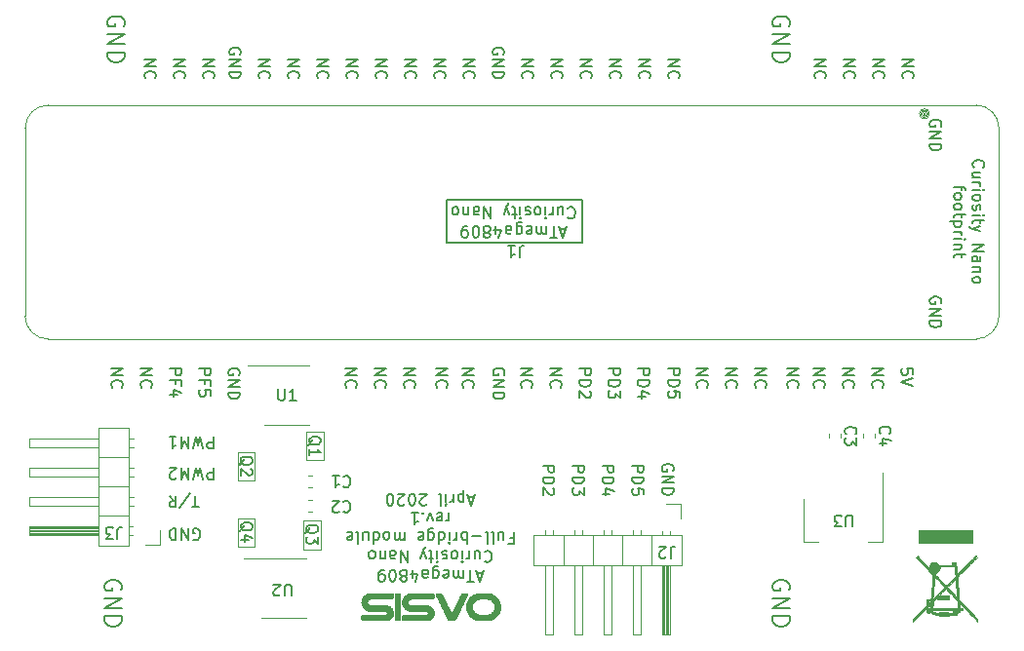
<source format=gto>
G04 #@! TF.GenerationSoftware,KiCad,Pcbnew,(5.1.5-0-10_14)*
G04 #@! TF.CreationDate,2020-04-21T13:10:17+02:00*
G04 #@! TF.ProjectId,Curiosity_Nano_Full-bridge_module_rev1,43757269-6f73-4697-9479-5f4e616e6f5f,rev?*
G04 #@! TF.SameCoordinates,Original*
G04 #@! TF.FileFunction,Legend,Top*
G04 #@! TF.FilePolarity,Positive*
%FSLAX46Y46*%
G04 Gerber Fmt 4.6, Leading zero omitted, Abs format (unit mm)*
G04 Created by KiCad (PCBNEW (5.1.5-0-10_14)) date 2020-04-21 13:10:17*
%MOMM*%
%LPD*%
G04 APERTURE LIST*
%ADD10C,0.150000*%
%ADD11C,0.200000*%
%ADD12C,0.120000*%
%ADD13C,0.010000*%
G04 APERTURE END LIST*
D10*
X118430000Y-95992776D02*
X118477619Y-95897538D01*
X118477619Y-95754681D01*
X118430000Y-95611823D01*
X118334761Y-95516585D01*
X118239523Y-95468966D01*
X118049047Y-95421347D01*
X117906190Y-95421347D01*
X117715714Y-95468966D01*
X117620476Y-95516585D01*
X117525238Y-95611823D01*
X117477619Y-95754681D01*
X117477619Y-95849919D01*
X117525238Y-95992776D01*
X117572857Y-96040395D01*
X117906190Y-96040395D01*
X117906190Y-95849919D01*
X117477619Y-96468966D02*
X118477619Y-96468966D01*
X117477619Y-97040395D01*
X118477619Y-97040395D01*
X117477619Y-97516585D02*
X118477619Y-97516585D01*
X118477619Y-97754681D01*
X118430000Y-97897538D01*
X118334761Y-97992776D01*
X118239523Y-98040395D01*
X118049047Y-98088014D01*
X117906190Y-98088014D01*
X117715714Y-98040395D01*
X117620476Y-97992776D01*
X117525238Y-97897538D01*
X117477619Y-97754681D01*
X117477619Y-97516585D01*
X76806665Y-101970000D02*
X76901903Y-102017619D01*
X77044761Y-102017619D01*
X77187618Y-101970000D01*
X77282856Y-101874761D01*
X77330475Y-101779523D01*
X77378094Y-101589047D01*
X77378094Y-101446190D01*
X77330475Y-101255714D01*
X77282856Y-101160476D01*
X77187618Y-101065238D01*
X77044761Y-101017619D01*
X76949522Y-101017619D01*
X76806665Y-101065238D01*
X76759046Y-101112857D01*
X76759046Y-101446190D01*
X76949522Y-101446190D01*
X76330475Y-101017619D02*
X76330475Y-102017619D01*
X75759046Y-101017619D01*
X75759046Y-102017619D01*
X75282856Y-101017619D02*
X75282856Y-102017619D01*
X75044761Y-102017619D01*
X74901903Y-101970000D01*
X74806665Y-101874761D01*
X74759046Y-101779523D01*
X74711427Y-101589047D01*
X74711427Y-101446190D01*
X74759046Y-101255714D01*
X74806665Y-101160476D01*
X74901903Y-101065238D01*
X75044761Y-101017619D01*
X75282856Y-101017619D01*
X77235237Y-99167619D02*
X76663809Y-99167619D01*
X76949523Y-98167619D02*
X76949523Y-99167619D01*
X75616190Y-99215238D02*
X76473333Y-97929523D01*
X74711428Y-98167619D02*
X75044761Y-98643809D01*
X75282856Y-98167619D02*
X75282856Y-99167619D01*
X74901904Y-99167619D01*
X74806666Y-99120000D01*
X74759047Y-99072380D01*
X74711428Y-98977142D01*
X74711428Y-98834285D01*
X74759047Y-98739047D01*
X74806666Y-98691428D01*
X74901904Y-98643809D01*
X75282856Y-98643809D01*
X141680000Y-81448095D02*
X141727619Y-81352857D01*
X141727619Y-81210000D01*
X141680000Y-81067142D01*
X141584761Y-80971904D01*
X141489523Y-80924285D01*
X141299047Y-80876666D01*
X141156190Y-80876666D01*
X140965714Y-80924285D01*
X140870476Y-80971904D01*
X140775238Y-81067142D01*
X140727619Y-81210000D01*
X140727619Y-81305238D01*
X140775238Y-81448095D01*
X140822857Y-81495714D01*
X141156190Y-81495714D01*
X141156190Y-81305238D01*
X140727619Y-81924285D02*
X141727619Y-81924285D01*
X140727619Y-82495714D01*
X141727619Y-82495714D01*
X140727619Y-82971904D02*
X141727619Y-82971904D01*
X141727619Y-83210000D01*
X141680000Y-83352857D01*
X141584761Y-83448095D01*
X141489523Y-83495714D01*
X141299047Y-83543333D01*
X141156190Y-83543333D01*
X140965714Y-83495714D01*
X140870476Y-83448095D01*
X140775238Y-83352857D01*
X140727619Y-83210000D01*
X140727619Y-82971904D01*
X141680000Y-66068095D02*
X141727619Y-65972857D01*
X141727619Y-65830000D01*
X141680000Y-65687142D01*
X141584761Y-65591904D01*
X141489523Y-65544285D01*
X141299047Y-65496666D01*
X141156190Y-65496666D01*
X140965714Y-65544285D01*
X140870476Y-65591904D01*
X140775238Y-65687142D01*
X140727619Y-65830000D01*
X140727619Y-65925238D01*
X140775238Y-66068095D01*
X140822857Y-66115714D01*
X141156190Y-66115714D01*
X141156190Y-65925238D01*
X140727619Y-66544285D02*
X141727619Y-66544285D01*
X140727619Y-67115714D01*
X141727619Y-67115714D01*
X140727619Y-67591904D02*
X141727619Y-67591904D01*
X141727619Y-67830000D01*
X141680000Y-67972857D01*
X141584761Y-68068095D01*
X141489523Y-68115714D01*
X141299047Y-68163333D01*
X141156190Y-68163333D01*
X140965714Y-68115714D01*
X140870476Y-68068095D01*
X140775238Y-67972857D01*
X140727619Y-67830000D01*
X140727619Y-67591904D01*
X144547857Y-69635714D02*
X144500238Y-69588095D01*
X144452619Y-69445238D01*
X144452619Y-69350000D01*
X144500238Y-69207142D01*
X144595476Y-69111904D01*
X144690714Y-69064285D01*
X144881190Y-69016666D01*
X145024047Y-69016666D01*
X145214523Y-69064285D01*
X145309761Y-69111904D01*
X145405000Y-69207142D01*
X145452619Y-69350000D01*
X145452619Y-69445238D01*
X145405000Y-69588095D01*
X145357380Y-69635714D01*
X145119285Y-70492857D02*
X144452619Y-70492857D01*
X145119285Y-70064285D02*
X144595476Y-70064285D01*
X144500238Y-70111904D01*
X144452619Y-70207142D01*
X144452619Y-70350000D01*
X144500238Y-70445238D01*
X144547857Y-70492857D01*
X144452619Y-70969047D02*
X145119285Y-70969047D01*
X144928809Y-70969047D02*
X145024047Y-71016666D01*
X145071666Y-71064285D01*
X145119285Y-71159523D01*
X145119285Y-71254761D01*
X144452619Y-71588095D02*
X145119285Y-71588095D01*
X145452619Y-71588095D02*
X145405000Y-71540476D01*
X145357380Y-71588095D01*
X145405000Y-71635714D01*
X145452619Y-71588095D01*
X145357380Y-71588095D01*
X144452619Y-72207142D02*
X144500238Y-72111904D01*
X144547857Y-72064285D01*
X144643095Y-72016666D01*
X144928809Y-72016666D01*
X145024047Y-72064285D01*
X145071666Y-72111904D01*
X145119285Y-72207142D01*
X145119285Y-72350000D01*
X145071666Y-72445238D01*
X145024047Y-72492857D01*
X144928809Y-72540476D01*
X144643095Y-72540476D01*
X144547857Y-72492857D01*
X144500238Y-72445238D01*
X144452619Y-72350000D01*
X144452619Y-72207142D01*
X144500238Y-72921428D02*
X144452619Y-73016666D01*
X144452619Y-73207142D01*
X144500238Y-73302380D01*
X144595476Y-73350000D01*
X144643095Y-73350000D01*
X144738333Y-73302380D01*
X144785952Y-73207142D01*
X144785952Y-73064285D01*
X144833571Y-72969047D01*
X144928809Y-72921428D01*
X144976428Y-72921428D01*
X145071666Y-72969047D01*
X145119285Y-73064285D01*
X145119285Y-73207142D01*
X145071666Y-73302380D01*
X144452619Y-73778571D02*
X145119285Y-73778571D01*
X145452619Y-73778571D02*
X145405000Y-73730952D01*
X145357380Y-73778571D01*
X145405000Y-73826190D01*
X145452619Y-73778571D01*
X145357380Y-73778571D01*
X145119285Y-74111904D02*
X145119285Y-74492857D01*
X145452619Y-74254761D02*
X144595476Y-74254761D01*
X144500238Y-74302380D01*
X144452619Y-74397619D01*
X144452619Y-74492857D01*
X145119285Y-74730952D02*
X144452619Y-74969047D01*
X145119285Y-75207142D02*
X144452619Y-74969047D01*
X144214523Y-74873809D01*
X144166904Y-74826190D01*
X144119285Y-74730952D01*
X144452619Y-76350000D02*
X145452619Y-76350000D01*
X144452619Y-76921428D01*
X145452619Y-76921428D01*
X144452619Y-77826190D02*
X144976428Y-77826190D01*
X145071666Y-77778571D01*
X145119285Y-77683333D01*
X145119285Y-77492857D01*
X145071666Y-77397619D01*
X144500238Y-77826190D02*
X144452619Y-77730952D01*
X144452619Y-77492857D01*
X144500238Y-77397619D01*
X144595476Y-77350000D01*
X144690714Y-77350000D01*
X144785952Y-77397619D01*
X144833571Y-77492857D01*
X144833571Y-77730952D01*
X144881190Y-77826190D01*
X145119285Y-78302380D02*
X144452619Y-78302380D01*
X145024047Y-78302380D02*
X145071666Y-78350000D01*
X145119285Y-78445238D01*
X145119285Y-78588095D01*
X145071666Y-78683333D01*
X144976428Y-78730952D01*
X144452619Y-78730952D01*
X144452619Y-79350000D02*
X144500238Y-79254761D01*
X144547857Y-79207142D01*
X144643095Y-79159523D01*
X144928809Y-79159523D01*
X145024047Y-79207142D01*
X145071666Y-79254761D01*
X145119285Y-79350000D01*
X145119285Y-79492857D01*
X145071666Y-79588095D01*
X145024047Y-79635714D01*
X144928809Y-79683333D01*
X144643095Y-79683333D01*
X144547857Y-79635714D01*
X144500238Y-79588095D01*
X144452619Y-79492857D01*
X144452619Y-79350000D01*
X143469285Y-71230952D02*
X143469285Y-71611904D01*
X142802619Y-71373809D02*
X143659761Y-71373809D01*
X143755000Y-71421428D01*
X143802619Y-71516666D01*
X143802619Y-71611904D01*
X142802619Y-72088095D02*
X142850238Y-71992857D01*
X142897857Y-71945238D01*
X142993095Y-71897619D01*
X143278809Y-71897619D01*
X143374047Y-71945238D01*
X143421666Y-71992857D01*
X143469285Y-72088095D01*
X143469285Y-72230952D01*
X143421666Y-72326190D01*
X143374047Y-72373809D01*
X143278809Y-72421428D01*
X142993095Y-72421428D01*
X142897857Y-72373809D01*
X142850238Y-72326190D01*
X142802619Y-72230952D01*
X142802619Y-72088095D01*
X142802619Y-72992857D02*
X142850238Y-72897619D01*
X142897857Y-72850000D01*
X142993095Y-72802380D01*
X143278809Y-72802380D01*
X143374047Y-72850000D01*
X143421666Y-72897619D01*
X143469285Y-72992857D01*
X143469285Y-73135714D01*
X143421666Y-73230952D01*
X143374047Y-73278571D01*
X143278809Y-73326190D01*
X142993095Y-73326190D01*
X142897857Y-73278571D01*
X142850238Y-73230952D01*
X142802619Y-73135714D01*
X142802619Y-72992857D01*
X143469285Y-73611904D02*
X143469285Y-73992857D01*
X143802619Y-73754761D02*
X142945476Y-73754761D01*
X142850238Y-73802380D01*
X142802619Y-73897619D01*
X142802619Y-73992857D01*
X143469285Y-74326190D02*
X142469285Y-74326190D01*
X143421666Y-74326190D02*
X143469285Y-74421428D01*
X143469285Y-74611904D01*
X143421666Y-74707142D01*
X143374047Y-74754761D01*
X143278809Y-74802380D01*
X142993095Y-74802380D01*
X142897857Y-74754761D01*
X142850238Y-74707142D01*
X142802619Y-74611904D01*
X142802619Y-74421428D01*
X142850238Y-74326190D01*
X142802619Y-75230952D02*
X143469285Y-75230952D01*
X143278809Y-75230952D02*
X143374047Y-75278571D01*
X143421666Y-75326190D01*
X143469285Y-75421428D01*
X143469285Y-75516666D01*
X142802619Y-75850000D02*
X143469285Y-75850000D01*
X143802619Y-75850000D02*
X143755000Y-75802380D01*
X143707380Y-75850000D01*
X143755000Y-75897619D01*
X143802619Y-75850000D01*
X143707380Y-75850000D01*
X143469285Y-76326190D02*
X142802619Y-76326190D01*
X143374047Y-76326190D02*
X143421666Y-76373809D01*
X143469285Y-76469047D01*
X143469285Y-76611904D01*
X143421666Y-76707142D01*
X143326428Y-76754761D01*
X142802619Y-76754761D01*
X143469285Y-77088095D02*
X143469285Y-77469047D01*
X143802619Y-77230952D02*
X142945476Y-77230952D01*
X142850238Y-77278571D01*
X142802619Y-77373809D01*
X142802619Y-77469047D01*
X98740000Y-72740000D02*
X98740000Y-72440000D01*
X98740000Y-72440000D02*
X110530000Y-72440000D01*
X110530000Y-76170000D02*
X110530000Y-72440000D01*
X110130000Y-76170000D02*
X110530000Y-76170000D01*
X98740000Y-76170000D02*
X110130000Y-76170000D01*
X98740000Y-72750000D02*
X98740000Y-76170000D01*
D11*
X70750000Y-57357142D02*
X70821428Y-57214285D01*
X70821428Y-57000000D01*
X70750000Y-56785714D01*
X70607142Y-56642857D01*
X70464285Y-56571428D01*
X70178571Y-56500000D01*
X69964285Y-56500000D01*
X69678571Y-56571428D01*
X69535714Y-56642857D01*
X69392857Y-56785714D01*
X69321428Y-57000000D01*
X69321428Y-57142857D01*
X69392857Y-57357142D01*
X69464285Y-57428571D01*
X69964285Y-57428571D01*
X69964285Y-57142857D01*
X69321428Y-58071428D02*
X70821428Y-58071428D01*
X69321428Y-58928571D01*
X70821428Y-58928571D01*
X69321428Y-59642857D02*
X70821428Y-59642857D01*
X70821428Y-60000000D01*
X70750000Y-60214285D01*
X70607142Y-60357142D01*
X70464285Y-60428571D01*
X70178571Y-60500000D01*
X69964285Y-60500000D01*
X69678571Y-60428571D01*
X69535714Y-60357142D01*
X69392857Y-60214285D01*
X69321428Y-60000000D01*
X69321428Y-59642857D01*
X128500000Y-57357142D02*
X128571428Y-57214285D01*
X128571428Y-57000000D01*
X128500000Y-56785714D01*
X128357142Y-56642857D01*
X128214285Y-56571428D01*
X127928571Y-56500000D01*
X127714285Y-56500000D01*
X127428571Y-56571428D01*
X127285714Y-56642857D01*
X127142857Y-56785714D01*
X127071428Y-57000000D01*
X127071428Y-57142857D01*
X127142857Y-57357142D01*
X127214285Y-57428571D01*
X127714285Y-57428571D01*
X127714285Y-57142857D01*
X127071428Y-58071428D02*
X128571428Y-58071428D01*
X127071428Y-58928571D01*
X128571428Y-58928571D01*
X127071428Y-59642857D02*
X128571428Y-59642857D01*
X128571428Y-60000000D01*
X128500000Y-60214285D01*
X128357142Y-60357142D01*
X128214285Y-60428571D01*
X127928571Y-60500000D01*
X127714285Y-60500000D01*
X127428571Y-60428571D01*
X127285714Y-60357142D01*
X127142857Y-60214285D01*
X127071428Y-60000000D01*
X127071428Y-59642857D01*
X128500000Y-106357142D02*
X128571428Y-106214285D01*
X128571428Y-106000000D01*
X128500000Y-105785714D01*
X128357142Y-105642857D01*
X128214285Y-105571428D01*
X127928571Y-105500000D01*
X127714285Y-105500000D01*
X127428571Y-105571428D01*
X127285714Y-105642857D01*
X127142857Y-105785714D01*
X127071428Y-106000000D01*
X127071428Y-106142857D01*
X127142857Y-106357142D01*
X127214285Y-106428571D01*
X127714285Y-106428571D01*
X127714285Y-106142857D01*
X127071428Y-107071428D02*
X128571428Y-107071428D01*
X127071428Y-107928571D01*
X128571428Y-107928571D01*
X127071428Y-108642857D02*
X128571428Y-108642857D01*
X128571428Y-109000000D01*
X128500000Y-109214285D01*
X128357142Y-109357142D01*
X128214285Y-109428571D01*
X127928571Y-109500000D01*
X127714285Y-109500000D01*
X127428571Y-109428571D01*
X127285714Y-109357142D01*
X127142857Y-109214285D01*
X127071428Y-109000000D01*
X127071428Y-108642857D01*
X70500000Y-106357142D02*
X70571428Y-106214285D01*
X70571428Y-106000000D01*
X70500000Y-105785714D01*
X70357142Y-105642857D01*
X70214285Y-105571428D01*
X69928571Y-105500000D01*
X69714285Y-105500000D01*
X69428571Y-105571428D01*
X69285714Y-105642857D01*
X69142857Y-105785714D01*
X69071428Y-106000000D01*
X69071428Y-106142857D01*
X69142857Y-106357142D01*
X69214285Y-106428571D01*
X69714285Y-106428571D01*
X69714285Y-106142857D01*
X69071428Y-107071428D02*
X70571428Y-107071428D01*
X69071428Y-107928571D01*
X70571428Y-107928571D01*
X69071428Y-108642857D02*
X70571428Y-108642857D01*
X70571428Y-109000000D01*
X70500000Y-109214285D01*
X70357142Y-109357142D01*
X70214285Y-109428571D01*
X69928571Y-109500000D01*
X69714285Y-109500000D01*
X69428571Y-109428571D01*
X69285714Y-109357142D01*
X69142857Y-109214285D01*
X69071428Y-109000000D01*
X69071428Y-108642857D01*
D10*
X107131419Y-95564204D02*
X108131419Y-95564204D01*
X108131419Y-95945157D01*
X108083800Y-96040395D01*
X108036180Y-96088014D01*
X107940942Y-96135633D01*
X107798085Y-96135633D01*
X107702847Y-96088014D01*
X107655228Y-96040395D01*
X107607609Y-95945157D01*
X107607609Y-95564204D01*
X107131419Y-96564204D02*
X108131419Y-96564204D01*
X108131419Y-96802300D01*
X108083800Y-96945157D01*
X107988561Y-97040395D01*
X107893323Y-97088014D01*
X107702847Y-97135633D01*
X107559990Y-97135633D01*
X107369514Y-97088014D01*
X107274276Y-97040395D01*
X107179038Y-96945157D01*
X107131419Y-96802300D01*
X107131419Y-96564204D01*
X108036180Y-97516585D02*
X108083800Y-97564204D01*
X108131419Y-97659442D01*
X108131419Y-97897538D01*
X108083800Y-97992776D01*
X108036180Y-98040395D01*
X107940942Y-98088014D01*
X107845704Y-98088014D01*
X107702847Y-98040395D01*
X107131419Y-97468966D01*
X107131419Y-98088014D01*
X109709519Y-95564204D02*
X110709519Y-95564204D01*
X110709519Y-95945157D01*
X110661900Y-96040395D01*
X110614280Y-96088014D01*
X110519042Y-96135633D01*
X110376185Y-96135633D01*
X110280947Y-96088014D01*
X110233328Y-96040395D01*
X110185709Y-95945157D01*
X110185709Y-95564204D01*
X109709519Y-96564204D02*
X110709519Y-96564204D01*
X110709519Y-96802300D01*
X110661900Y-96945157D01*
X110566661Y-97040395D01*
X110471423Y-97088014D01*
X110280947Y-97135633D01*
X110138090Y-97135633D01*
X109947614Y-97088014D01*
X109852376Y-97040395D01*
X109757138Y-96945157D01*
X109709519Y-96802300D01*
X109709519Y-96564204D01*
X110709519Y-97468966D02*
X110709519Y-98088014D01*
X110328566Y-97754680D01*
X110328566Y-97897538D01*
X110280947Y-97992776D01*
X110233328Y-98040395D01*
X110138090Y-98088014D01*
X109899995Y-98088014D01*
X109804757Y-98040395D01*
X109757138Y-97992776D01*
X109709519Y-97897538D01*
X109709519Y-97611823D01*
X109757138Y-97516585D01*
X109804757Y-97468966D01*
X112287619Y-95564204D02*
X113287619Y-95564204D01*
X113287619Y-95945157D01*
X113240000Y-96040395D01*
X113192380Y-96088014D01*
X113097142Y-96135633D01*
X112954285Y-96135633D01*
X112859047Y-96088014D01*
X112811428Y-96040395D01*
X112763809Y-95945157D01*
X112763809Y-95564204D01*
X112287619Y-96564204D02*
X113287619Y-96564204D01*
X113287619Y-96802300D01*
X113240000Y-96945157D01*
X113144761Y-97040395D01*
X113049523Y-97088014D01*
X112859047Y-97135633D01*
X112716190Y-97135633D01*
X112525714Y-97088014D01*
X112430476Y-97040395D01*
X112335238Y-96945157D01*
X112287619Y-96802300D01*
X112287619Y-96564204D01*
X112954285Y-97992776D02*
X112287619Y-97992776D01*
X113335238Y-97754680D02*
X112620952Y-97516585D01*
X112620952Y-98135633D01*
X114878419Y-95564204D02*
X115878419Y-95564204D01*
X115878419Y-95945157D01*
X115830800Y-96040395D01*
X115783180Y-96088014D01*
X115687942Y-96135633D01*
X115545085Y-96135633D01*
X115449847Y-96088014D01*
X115402228Y-96040395D01*
X115354609Y-95945157D01*
X115354609Y-95564204D01*
X114878419Y-96564204D02*
X115878419Y-96564204D01*
X115878419Y-96802300D01*
X115830800Y-96945157D01*
X115735561Y-97040395D01*
X115640323Y-97088014D01*
X115449847Y-97135633D01*
X115306990Y-97135633D01*
X115116514Y-97088014D01*
X115021276Y-97040395D01*
X114926038Y-96945157D01*
X114878419Y-96802300D01*
X114878419Y-96564204D01*
X115878419Y-98040395D02*
X115878419Y-97564204D01*
X115402228Y-97516585D01*
X115449847Y-97564204D01*
X115497466Y-97659442D01*
X115497466Y-97897538D01*
X115449847Y-97992776D01*
X115402228Y-98040395D01*
X115306990Y-98088014D01*
X115068895Y-98088014D01*
X114973657Y-98040395D01*
X114926038Y-97992776D01*
X114878419Y-97897538D01*
X114878419Y-97659442D01*
X114926038Y-97564204D01*
X114973657Y-97516585D01*
X138321619Y-60278285D02*
X139321619Y-60278285D01*
X138321619Y-60849714D01*
X139321619Y-60849714D01*
X138416857Y-61897333D02*
X138369238Y-61849714D01*
X138321619Y-61706857D01*
X138321619Y-61611619D01*
X138369238Y-61468761D01*
X138464476Y-61373523D01*
X138559714Y-61325904D01*
X138750190Y-61278285D01*
X138893047Y-61278285D01*
X139083523Y-61325904D01*
X139178761Y-61373523D01*
X139274000Y-61468761D01*
X139321619Y-61611619D01*
X139321619Y-61706857D01*
X139274000Y-61849714D01*
X139226380Y-61897333D01*
X135781619Y-60278285D02*
X136781619Y-60278285D01*
X135781619Y-60849714D01*
X136781619Y-60849714D01*
X135876857Y-61897333D02*
X135829238Y-61849714D01*
X135781619Y-61706857D01*
X135781619Y-61611619D01*
X135829238Y-61468761D01*
X135924476Y-61373523D01*
X136019714Y-61325904D01*
X136210190Y-61278285D01*
X136353047Y-61278285D01*
X136543523Y-61325904D01*
X136638761Y-61373523D01*
X136734000Y-61468761D01*
X136781619Y-61611619D01*
X136781619Y-61706857D01*
X136734000Y-61849714D01*
X136686380Y-61897333D01*
X133241619Y-60278285D02*
X134241619Y-60278285D01*
X133241619Y-60849714D01*
X134241619Y-60849714D01*
X133336857Y-61897333D02*
X133289238Y-61849714D01*
X133241619Y-61706857D01*
X133241619Y-61611619D01*
X133289238Y-61468761D01*
X133384476Y-61373523D01*
X133479714Y-61325904D01*
X133670190Y-61278285D01*
X133813047Y-61278285D01*
X134003523Y-61325904D01*
X134098761Y-61373523D01*
X134194000Y-61468761D01*
X134241619Y-61611619D01*
X134241619Y-61706857D01*
X134194000Y-61849714D01*
X134146380Y-61897333D01*
X130701619Y-60278285D02*
X131701619Y-60278285D01*
X130701619Y-60849714D01*
X131701619Y-60849714D01*
X130796857Y-61897333D02*
X130749238Y-61849714D01*
X130701619Y-61706857D01*
X130701619Y-61611619D01*
X130749238Y-61468761D01*
X130844476Y-61373523D01*
X130939714Y-61325904D01*
X131130190Y-61278285D01*
X131273047Y-61278285D01*
X131463523Y-61325904D01*
X131558761Y-61373523D01*
X131654000Y-61468761D01*
X131701619Y-61611619D01*
X131701619Y-61706857D01*
X131654000Y-61849714D01*
X131606380Y-61897333D01*
X118001619Y-60278285D02*
X119001619Y-60278285D01*
X118001619Y-60849714D01*
X119001619Y-60849714D01*
X118096857Y-61897333D02*
X118049238Y-61849714D01*
X118001619Y-61706857D01*
X118001619Y-61611619D01*
X118049238Y-61468761D01*
X118144476Y-61373523D01*
X118239714Y-61325904D01*
X118430190Y-61278285D01*
X118573047Y-61278285D01*
X118763523Y-61325904D01*
X118858761Y-61373523D01*
X118954000Y-61468761D01*
X119001619Y-61611619D01*
X119001619Y-61706857D01*
X118954000Y-61849714D01*
X118906380Y-61897333D01*
X115461619Y-60278285D02*
X116461619Y-60278285D01*
X115461619Y-60849714D01*
X116461619Y-60849714D01*
X115556857Y-61897333D02*
X115509238Y-61849714D01*
X115461619Y-61706857D01*
X115461619Y-61611619D01*
X115509238Y-61468761D01*
X115604476Y-61373523D01*
X115699714Y-61325904D01*
X115890190Y-61278285D01*
X116033047Y-61278285D01*
X116223523Y-61325904D01*
X116318761Y-61373523D01*
X116414000Y-61468761D01*
X116461619Y-61611619D01*
X116461619Y-61706857D01*
X116414000Y-61849714D01*
X116366380Y-61897333D01*
X112921619Y-60278285D02*
X113921619Y-60278285D01*
X112921619Y-60849714D01*
X113921619Y-60849714D01*
X113016857Y-61897333D02*
X112969238Y-61849714D01*
X112921619Y-61706857D01*
X112921619Y-61611619D01*
X112969238Y-61468761D01*
X113064476Y-61373523D01*
X113159714Y-61325904D01*
X113350190Y-61278285D01*
X113493047Y-61278285D01*
X113683523Y-61325904D01*
X113778761Y-61373523D01*
X113874000Y-61468761D01*
X113921619Y-61611619D01*
X113921619Y-61706857D01*
X113874000Y-61849714D01*
X113826380Y-61897333D01*
X110381619Y-60278285D02*
X111381619Y-60278285D01*
X110381619Y-60849714D01*
X111381619Y-60849714D01*
X110476857Y-61897333D02*
X110429238Y-61849714D01*
X110381619Y-61706857D01*
X110381619Y-61611619D01*
X110429238Y-61468761D01*
X110524476Y-61373523D01*
X110619714Y-61325904D01*
X110810190Y-61278285D01*
X110953047Y-61278285D01*
X111143523Y-61325904D01*
X111238761Y-61373523D01*
X111334000Y-61468761D01*
X111381619Y-61611619D01*
X111381619Y-61706857D01*
X111334000Y-61849714D01*
X111286380Y-61897333D01*
X107841619Y-60278285D02*
X108841619Y-60278285D01*
X107841619Y-60849714D01*
X108841619Y-60849714D01*
X107936857Y-61897333D02*
X107889238Y-61849714D01*
X107841619Y-61706857D01*
X107841619Y-61611619D01*
X107889238Y-61468761D01*
X107984476Y-61373523D01*
X108079714Y-61325904D01*
X108270190Y-61278285D01*
X108413047Y-61278285D01*
X108603523Y-61325904D01*
X108698761Y-61373523D01*
X108794000Y-61468761D01*
X108841619Y-61611619D01*
X108841619Y-61706857D01*
X108794000Y-61849714D01*
X108746380Y-61897333D01*
X105301619Y-60278285D02*
X106301619Y-60278285D01*
X105301619Y-60849714D01*
X106301619Y-60849714D01*
X105396857Y-61897333D02*
X105349238Y-61849714D01*
X105301619Y-61706857D01*
X105301619Y-61611619D01*
X105349238Y-61468761D01*
X105444476Y-61373523D01*
X105539714Y-61325904D01*
X105730190Y-61278285D01*
X105873047Y-61278285D01*
X106063523Y-61325904D01*
X106158761Y-61373523D01*
X106254000Y-61468761D01*
X106301619Y-61611619D01*
X106301619Y-61706857D01*
X106254000Y-61849714D01*
X106206380Y-61897333D01*
X100221619Y-60278285D02*
X101221619Y-60278285D01*
X100221619Y-60849714D01*
X101221619Y-60849714D01*
X100316857Y-61897333D02*
X100269238Y-61849714D01*
X100221619Y-61706857D01*
X100221619Y-61611619D01*
X100269238Y-61468761D01*
X100364476Y-61373523D01*
X100459714Y-61325904D01*
X100650190Y-61278285D01*
X100793047Y-61278285D01*
X100983523Y-61325904D01*
X101078761Y-61373523D01*
X101174000Y-61468761D01*
X101221619Y-61611619D01*
X101221619Y-61706857D01*
X101174000Y-61849714D01*
X101126380Y-61897333D01*
X97681619Y-60278285D02*
X98681619Y-60278285D01*
X97681619Y-60849714D01*
X98681619Y-60849714D01*
X97776857Y-61897333D02*
X97729238Y-61849714D01*
X97681619Y-61706857D01*
X97681619Y-61611619D01*
X97729238Y-61468761D01*
X97824476Y-61373523D01*
X97919714Y-61325904D01*
X98110190Y-61278285D01*
X98253047Y-61278285D01*
X98443523Y-61325904D01*
X98538761Y-61373523D01*
X98634000Y-61468761D01*
X98681619Y-61611619D01*
X98681619Y-61706857D01*
X98634000Y-61849714D01*
X98586380Y-61897333D01*
X95141619Y-60278285D02*
X96141619Y-60278285D01*
X95141619Y-60849714D01*
X96141619Y-60849714D01*
X95236857Y-61897333D02*
X95189238Y-61849714D01*
X95141619Y-61706857D01*
X95141619Y-61611619D01*
X95189238Y-61468761D01*
X95284476Y-61373523D01*
X95379714Y-61325904D01*
X95570190Y-61278285D01*
X95713047Y-61278285D01*
X95903523Y-61325904D01*
X95998761Y-61373523D01*
X96094000Y-61468761D01*
X96141619Y-61611619D01*
X96141619Y-61706857D01*
X96094000Y-61849714D01*
X96046380Y-61897333D01*
X92601619Y-60278285D02*
X93601619Y-60278285D01*
X92601619Y-60849714D01*
X93601619Y-60849714D01*
X92696857Y-61897333D02*
X92649238Y-61849714D01*
X92601619Y-61706857D01*
X92601619Y-61611619D01*
X92649238Y-61468761D01*
X92744476Y-61373523D01*
X92839714Y-61325904D01*
X93030190Y-61278285D01*
X93173047Y-61278285D01*
X93363523Y-61325904D01*
X93458761Y-61373523D01*
X93554000Y-61468761D01*
X93601619Y-61611619D01*
X93601619Y-61706857D01*
X93554000Y-61849714D01*
X93506380Y-61897333D01*
X90061619Y-60278285D02*
X91061619Y-60278285D01*
X90061619Y-60849714D01*
X91061619Y-60849714D01*
X90156857Y-61897333D02*
X90109238Y-61849714D01*
X90061619Y-61706857D01*
X90061619Y-61611619D01*
X90109238Y-61468761D01*
X90204476Y-61373523D01*
X90299714Y-61325904D01*
X90490190Y-61278285D01*
X90633047Y-61278285D01*
X90823523Y-61325904D01*
X90918761Y-61373523D01*
X91014000Y-61468761D01*
X91061619Y-61611619D01*
X91061619Y-61706857D01*
X91014000Y-61849714D01*
X90966380Y-61897333D01*
X87521619Y-60278285D02*
X88521619Y-60278285D01*
X87521619Y-60849714D01*
X88521619Y-60849714D01*
X87616857Y-61897333D02*
X87569238Y-61849714D01*
X87521619Y-61706857D01*
X87521619Y-61611619D01*
X87569238Y-61468761D01*
X87664476Y-61373523D01*
X87759714Y-61325904D01*
X87950190Y-61278285D01*
X88093047Y-61278285D01*
X88283523Y-61325904D01*
X88378761Y-61373523D01*
X88474000Y-61468761D01*
X88521619Y-61611619D01*
X88521619Y-61706857D01*
X88474000Y-61849714D01*
X88426380Y-61897333D01*
X84981619Y-60278285D02*
X85981619Y-60278285D01*
X84981619Y-60849714D01*
X85981619Y-60849714D01*
X85076857Y-61897333D02*
X85029238Y-61849714D01*
X84981619Y-61706857D01*
X84981619Y-61611619D01*
X85029238Y-61468761D01*
X85124476Y-61373523D01*
X85219714Y-61325904D01*
X85410190Y-61278285D01*
X85553047Y-61278285D01*
X85743523Y-61325904D01*
X85838761Y-61373523D01*
X85934000Y-61468761D01*
X85981619Y-61611619D01*
X85981619Y-61706857D01*
X85934000Y-61849714D01*
X85886380Y-61897333D01*
X82441619Y-60278285D02*
X83441619Y-60278285D01*
X82441619Y-60849714D01*
X83441619Y-60849714D01*
X82536857Y-61897333D02*
X82489238Y-61849714D01*
X82441619Y-61706857D01*
X82441619Y-61611619D01*
X82489238Y-61468761D01*
X82584476Y-61373523D01*
X82679714Y-61325904D01*
X82870190Y-61278285D01*
X83013047Y-61278285D01*
X83203523Y-61325904D01*
X83298761Y-61373523D01*
X83394000Y-61468761D01*
X83441619Y-61611619D01*
X83441619Y-61706857D01*
X83394000Y-61849714D01*
X83346380Y-61897333D01*
X72535619Y-60278285D02*
X73535619Y-60278285D01*
X72535619Y-60849714D01*
X73535619Y-60849714D01*
X72630857Y-61897333D02*
X72583238Y-61849714D01*
X72535619Y-61706857D01*
X72535619Y-61611619D01*
X72583238Y-61468761D01*
X72678476Y-61373523D01*
X72773714Y-61325904D01*
X72964190Y-61278285D01*
X73107047Y-61278285D01*
X73297523Y-61325904D01*
X73392761Y-61373523D01*
X73488000Y-61468761D01*
X73535619Y-61611619D01*
X73535619Y-61706857D01*
X73488000Y-61849714D01*
X73440380Y-61897333D01*
X75075619Y-60278285D02*
X76075619Y-60278285D01*
X75075619Y-60849714D01*
X76075619Y-60849714D01*
X75170857Y-61897333D02*
X75123238Y-61849714D01*
X75075619Y-61706857D01*
X75075619Y-61611619D01*
X75123238Y-61468761D01*
X75218476Y-61373523D01*
X75313714Y-61325904D01*
X75504190Y-61278285D01*
X75647047Y-61278285D01*
X75837523Y-61325904D01*
X75932761Y-61373523D01*
X76028000Y-61468761D01*
X76075619Y-61611619D01*
X76075619Y-61706857D01*
X76028000Y-61849714D01*
X75980380Y-61897333D01*
X77615619Y-60278285D02*
X78615619Y-60278285D01*
X77615619Y-60849714D01*
X78615619Y-60849714D01*
X77710857Y-61897333D02*
X77663238Y-61849714D01*
X77615619Y-61706857D01*
X77615619Y-61611619D01*
X77663238Y-61468761D01*
X77758476Y-61373523D01*
X77853714Y-61325904D01*
X78044190Y-61278285D01*
X78187047Y-61278285D01*
X78377523Y-61325904D01*
X78472761Y-61373523D01*
X78568000Y-61468761D01*
X78615619Y-61611619D01*
X78615619Y-61706857D01*
X78568000Y-61849714D01*
X78520380Y-61897333D01*
X103714000Y-59802095D02*
X103761619Y-59706857D01*
X103761619Y-59564000D01*
X103714000Y-59421142D01*
X103618761Y-59325904D01*
X103523523Y-59278285D01*
X103333047Y-59230666D01*
X103190190Y-59230666D01*
X102999714Y-59278285D01*
X102904476Y-59325904D01*
X102809238Y-59421142D01*
X102761619Y-59564000D01*
X102761619Y-59659238D01*
X102809238Y-59802095D01*
X102856857Y-59849714D01*
X103190190Y-59849714D01*
X103190190Y-59659238D01*
X102761619Y-60278285D02*
X103761619Y-60278285D01*
X102761619Y-60849714D01*
X103761619Y-60849714D01*
X102761619Y-61325904D02*
X103761619Y-61325904D01*
X103761619Y-61564000D01*
X103714000Y-61706857D01*
X103618761Y-61802095D01*
X103523523Y-61849714D01*
X103333047Y-61897333D01*
X103190190Y-61897333D01*
X102999714Y-61849714D01*
X102904476Y-61802095D01*
X102809238Y-61706857D01*
X102761619Y-61564000D01*
X102761619Y-61325904D01*
X80854000Y-59802095D02*
X80901619Y-59706857D01*
X80901619Y-59564000D01*
X80854000Y-59421142D01*
X80758761Y-59325904D01*
X80663523Y-59278285D01*
X80473047Y-59230666D01*
X80330190Y-59230666D01*
X80139714Y-59278285D01*
X80044476Y-59325904D01*
X79949238Y-59421142D01*
X79901619Y-59564000D01*
X79901619Y-59659238D01*
X79949238Y-59802095D01*
X79996857Y-59849714D01*
X80330190Y-59849714D01*
X80330190Y-59659238D01*
X79901619Y-60278285D02*
X80901619Y-60278285D01*
X79901619Y-60849714D01*
X80901619Y-60849714D01*
X79901619Y-61325904D02*
X80901619Y-61325904D01*
X80901619Y-61564000D01*
X80854000Y-61706857D01*
X80758761Y-61802095D01*
X80663523Y-61849714D01*
X80473047Y-61897333D01*
X80330190Y-61897333D01*
X80139714Y-61849714D01*
X80044476Y-61802095D01*
X79949238Y-61706857D01*
X79901619Y-61564000D01*
X79901619Y-61325904D01*
X139231619Y-87617523D02*
X139231619Y-87141333D01*
X138755428Y-87093714D01*
X138803047Y-87141333D01*
X138850666Y-87236571D01*
X138850666Y-87474666D01*
X138803047Y-87569904D01*
X138755428Y-87617523D01*
X138660190Y-87665142D01*
X138422095Y-87665142D01*
X138326857Y-87617523D01*
X138279238Y-87569904D01*
X138231619Y-87474666D01*
X138231619Y-87236571D01*
X138279238Y-87141333D01*
X138326857Y-87093714D01*
X139231619Y-87950857D02*
X138231619Y-88284190D01*
X139231619Y-88617523D01*
X135691619Y-87141332D02*
X136691619Y-87141332D01*
X135691619Y-87712761D01*
X136691619Y-87712761D01*
X135786857Y-88760380D02*
X135739238Y-88712761D01*
X135691619Y-88569904D01*
X135691619Y-88474666D01*
X135739238Y-88331808D01*
X135834476Y-88236570D01*
X135929714Y-88188951D01*
X136120190Y-88141332D01*
X136263047Y-88141332D01*
X136453523Y-88188951D01*
X136548761Y-88236570D01*
X136644000Y-88331808D01*
X136691619Y-88474666D01*
X136691619Y-88569904D01*
X136644000Y-88712761D01*
X136596380Y-88760380D01*
X133151619Y-87141332D02*
X134151619Y-87141332D01*
X133151619Y-87712761D01*
X134151619Y-87712761D01*
X133246857Y-88760380D02*
X133199238Y-88712761D01*
X133151619Y-88569904D01*
X133151619Y-88474666D01*
X133199238Y-88331808D01*
X133294476Y-88236570D01*
X133389714Y-88188951D01*
X133580190Y-88141332D01*
X133723047Y-88141332D01*
X133913523Y-88188951D01*
X134008761Y-88236570D01*
X134104000Y-88331808D01*
X134151619Y-88474666D01*
X134151619Y-88569904D01*
X134104000Y-88712761D01*
X134056380Y-88760380D01*
X130611619Y-87141332D02*
X131611619Y-87141332D01*
X130611619Y-87712761D01*
X131611619Y-87712761D01*
X130706857Y-88760380D02*
X130659238Y-88712761D01*
X130611619Y-88569904D01*
X130611619Y-88474666D01*
X130659238Y-88331808D01*
X130754476Y-88236570D01*
X130849714Y-88188951D01*
X131040190Y-88141332D01*
X131183047Y-88141332D01*
X131373523Y-88188951D01*
X131468761Y-88236570D01*
X131564000Y-88331808D01*
X131611619Y-88474666D01*
X131611619Y-88569904D01*
X131564000Y-88712761D01*
X131516380Y-88760380D01*
X128325619Y-87141332D02*
X129325619Y-87141332D01*
X128325619Y-87712761D01*
X129325619Y-87712761D01*
X128420857Y-88760380D02*
X128373238Y-88712761D01*
X128325619Y-88569904D01*
X128325619Y-88474666D01*
X128373238Y-88331808D01*
X128468476Y-88236570D01*
X128563714Y-88188951D01*
X128754190Y-88141332D01*
X128897047Y-88141332D01*
X129087523Y-88188951D01*
X129182761Y-88236570D01*
X129278000Y-88331808D01*
X129325619Y-88474666D01*
X129325619Y-88569904D01*
X129278000Y-88712761D01*
X129230380Y-88760380D01*
X125531619Y-87141332D02*
X126531619Y-87141332D01*
X125531619Y-87712761D01*
X126531619Y-87712761D01*
X125626857Y-88760380D02*
X125579238Y-88712761D01*
X125531619Y-88569904D01*
X125531619Y-88474666D01*
X125579238Y-88331808D01*
X125674476Y-88236570D01*
X125769714Y-88188951D01*
X125960190Y-88141332D01*
X126103047Y-88141332D01*
X126293523Y-88188951D01*
X126388761Y-88236570D01*
X126484000Y-88331808D01*
X126531619Y-88474666D01*
X126531619Y-88569904D01*
X126484000Y-88712761D01*
X126436380Y-88760380D01*
X122991619Y-87141332D02*
X123991619Y-87141332D01*
X122991619Y-87712761D01*
X123991619Y-87712761D01*
X123086857Y-88760380D02*
X123039238Y-88712761D01*
X122991619Y-88569904D01*
X122991619Y-88474666D01*
X123039238Y-88331808D01*
X123134476Y-88236570D01*
X123229714Y-88188951D01*
X123420190Y-88141332D01*
X123563047Y-88141332D01*
X123753523Y-88188951D01*
X123848761Y-88236570D01*
X123944000Y-88331808D01*
X123991619Y-88474666D01*
X123991619Y-88569904D01*
X123944000Y-88712761D01*
X123896380Y-88760380D01*
X120451619Y-87141332D02*
X121451619Y-87141332D01*
X120451619Y-87712761D01*
X121451619Y-87712761D01*
X120546857Y-88760380D02*
X120499238Y-88712761D01*
X120451619Y-88569904D01*
X120451619Y-88474666D01*
X120499238Y-88331808D01*
X120594476Y-88236570D01*
X120689714Y-88188951D01*
X120880190Y-88141332D01*
X121023047Y-88141332D01*
X121213523Y-88188951D01*
X121308761Y-88236570D01*
X121404000Y-88331808D01*
X121451619Y-88474666D01*
X121451619Y-88569904D01*
X121404000Y-88712761D01*
X121356380Y-88760380D01*
X107751619Y-87141332D02*
X108751619Y-87141332D01*
X107751619Y-87712761D01*
X108751619Y-87712761D01*
X107846857Y-88760380D02*
X107799238Y-88712761D01*
X107751619Y-88569904D01*
X107751619Y-88474666D01*
X107799238Y-88331808D01*
X107894476Y-88236570D01*
X107989714Y-88188951D01*
X108180190Y-88141332D01*
X108323047Y-88141332D01*
X108513523Y-88188951D01*
X108608761Y-88236570D01*
X108704000Y-88331808D01*
X108751619Y-88474666D01*
X108751619Y-88569904D01*
X108704000Y-88712761D01*
X108656380Y-88760380D01*
X105211619Y-87141332D02*
X106211619Y-87141332D01*
X105211619Y-87712761D01*
X106211619Y-87712761D01*
X105306857Y-88760380D02*
X105259238Y-88712761D01*
X105211619Y-88569904D01*
X105211619Y-88474666D01*
X105259238Y-88331808D01*
X105354476Y-88236570D01*
X105449714Y-88188951D01*
X105640190Y-88141332D01*
X105783047Y-88141332D01*
X105973523Y-88188951D01*
X106068761Y-88236570D01*
X106164000Y-88331808D01*
X106211619Y-88474666D01*
X106211619Y-88569904D01*
X106164000Y-88712761D01*
X106116380Y-88760380D01*
X100131619Y-87141332D02*
X101131619Y-87141332D01*
X100131619Y-87712761D01*
X101131619Y-87712761D01*
X100226857Y-88760380D02*
X100179238Y-88712761D01*
X100131619Y-88569904D01*
X100131619Y-88474666D01*
X100179238Y-88331808D01*
X100274476Y-88236570D01*
X100369714Y-88188951D01*
X100560190Y-88141332D01*
X100703047Y-88141332D01*
X100893523Y-88188951D01*
X100988761Y-88236570D01*
X101084000Y-88331808D01*
X101131619Y-88474666D01*
X101131619Y-88569904D01*
X101084000Y-88712761D01*
X101036380Y-88760380D01*
X97845619Y-87141332D02*
X98845619Y-87141332D01*
X97845619Y-87712761D01*
X98845619Y-87712761D01*
X97940857Y-88760380D02*
X97893238Y-88712761D01*
X97845619Y-88569904D01*
X97845619Y-88474666D01*
X97893238Y-88331808D01*
X97988476Y-88236570D01*
X98083714Y-88188951D01*
X98274190Y-88141332D01*
X98417047Y-88141332D01*
X98607523Y-88188951D01*
X98702761Y-88236570D01*
X98798000Y-88331808D01*
X98845619Y-88474666D01*
X98845619Y-88569904D01*
X98798000Y-88712761D01*
X98750380Y-88760380D01*
X95051619Y-87141332D02*
X96051619Y-87141332D01*
X95051619Y-87712761D01*
X96051619Y-87712761D01*
X95146857Y-88760380D02*
X95099238Y-88712761D01*
X95051619Y-88569904D01*
X95051619Y-88474666D01*
X95099238Y-88331808D01*
X95194476Y-88236570D01*
X95289714Y-88188951D01*
X95480190Y-88141332D01*
X95623047Y-88141332D01*
X95813523Y-88188951D01*
X95908761Y-88236570D01*
X96004000Y-88331808D01*
X96051619Y-88474666D01*
X96051619Y-88569904D01*
X96004000Y-88712761D01*
X95956380Y-88760380D01*
X92511619Y-87141332D02*
X93511619Y-87141332D01*
X92511619Y-87712761D01*
X93511619Y-87712761D01*
X92606857Y-88760380D02*
X92559238Y-88712761D01*
X92511619Y-88569904D01*
X92511619Y-88474666D01*
X92559238Y-88331808D01*
X92654476Y-88236570D01*
X92749714Y-88188951D01*
X92940190Y-88141332D01*
X93083047Y-88141332D01*
X93273523Y-88188951D01*
X93368761Y-88236570D01*
X93464000Y-88331808D01*
X93511619Y-88474666D01*
X93511619Y-88569904D01*
X93464000Y-88712761D01*
X93416380Y-88760380D01*
X89971619Y-87141332D02*
X90971619Y-87141332D01*
X89971619Y-87712761D01*
X90971619Y-87712761D01*
X90066857Y-88760380D02*
X90019238Y-88712761D01*
X89971619Y-88569904D01*
X89971619Y-88474666D01*
X90019238Y-88331808D01*
X90114476Y-88236570D01*
X90209714Y-88188951D01*
X90400190Y-88141332D01*
X90543047Y-88141332D01*
X90733523Y-88188951D01*
X90828761Y-88236570D01*
X90924000Y-88331808D01*
X90971619Y-88474666D01*
X90971619Y-88569904D01*
X90924000Y-88712761D01*
X90876380Y-88760380D01*
X69651619Y-87141332D02*
X70651619Y-87141332D01*
X69651619Y-87712761D01*
X70651619Y-87712761D01*
X69746857Y-88760380D02*
X69699238Y-88712761D01*
X69651619Y-88569904D01*
X69651619Y-88474666D01*
X69699238Y-88331808D01*
X69794476Y-88236570D01*
X69889714Y-88188951D01*
X70080190Y-88141332D01*
X70223047Y-88141332D01*
X70413523Y-88188951D01*
X70508761Y-88236570D01*
X70604000Y-88331808D01*
X70651619Y-88474666D01*
X70651619Y-88569904D01*
X70604000Y-88712761D01*
X70556380Y-88760380D01*
X72191619Y-87141332D02*
X73191619Y-87141332D01*
X72191619Y-87712761D01*
X73191619Y-87712761D01*
X72286857Y-88760380D02*
X72239238Y-88712761D01*
X72191619Y-88569904D01*
X72191619Y-88474666D01*
X72239238Y-88331808D01*
X72334476Y-88236570D01*
X72429714Y-88188951D01*
X72620190Y-88141332D01*
X72763047Y-88141332D01*
X72953523Y-88188951D01*
X73048761Y-88236570D01*
X73144000Y-88331808D01*
X73191619Y-88474666D01*
X73191619Y-88569904D01*
X73144000Y-88712761D01*
X73096380Y-88760380D01*
X74731619Y-87141333D02*
X75731619Y-87141333D01*
X75731619Y-87522285D01*
X75684000Y-87617523D01*
X75636380Y-87665142D01*
X75541142Y-87712761D01*
X75398285Y-87712761D01*
X75303047Y-87665142D01*
X75255428Y-87617523D01*
X75207809Y-87522285D01*
X75207809Y-87141333D01*
X75255428Y-88474666D02*
X75255428Y-88141333D01*
X74731619Y-88141333D02*
X75731619Y-88141333D01*
X75731619Y-88617523D01*
X75398285Y-89427047D02*
X74731619Y-89427047D01*
X75779238Y-89188952D02*
X75064952Y-88950857D01*
X75064952Y-89569904D01*
X77271619Y-87141333D02*
X78271619Y-87141333D01*
X78271619Y-87522285D01*
X78224000Y-87617523D01*
X78176380Y-87665142D01*
X78081142Y-87712761D01*
X77938285Y-87712761D01*
X77843047Y-87665142D01*
X77795428Y-87617523D01*
X77747809Y-87522285D01*
X77747809Y-87141333D01*
X77795428Y-88474666D02*
X77795428Y-88141333D01*
X77271619Y-88141333D02*
X78271619Y-88141333D01*
X78271619Y-88617523D01*
X78271619Y-89474666D02*
X78271619Y-88998476D01*
X77795428Y-88950857D01*
X77843047Y-88998476D01*
X77890666Y-89093714D01*
X77890666Y-89331809D01*
X77843047Y-89427047D01*
X77795428Y-89474666D01*
X77700190Y-89522285D01*
X77462095Y-89522285D01*
X77366857Y-89474666D01*
X77319238Y-89427047D01*
X77271619Y-89331809D01*
X77271619Y-89093714D01*
X77319238Y-88998476D01*
X77366857Y-88950857D01*
X80764000Y-87665142D02*
X80811619Y-87569904D01*
X80811619Y-87427047D01*
X80764000Y-87284189D01*
X80668761Y-87188951D01*
X80573523Y-87141332D01*
X80383047Y-87093713D01*
X80240190Y-87093713D01*
X80049714Y-87141332D01*
X79954476Y-87188951D01*
X79859238Y-87284189D01*
X79811619Y-87427047D01*
X79811619Y-87522285D01*
X79859238Y-87665142D01*
X79906857Y-87712761D01*
X80240190Y-87712761D01*
X80240190Y-87522285D01*
X79811619Y-88141332D02*
X80811619Y-88141332D01*
X79811619Y-88712761D01*
X80811619Y-88712761D01*
X79811619Y-89188951D02*
X80811619Y-89188951D01*
X80811619Y-89427047D01*
X80764000Y-89569904D01*
X80668761Y-89665142D01*
X80573523Y-89712761D01*
X80383047Y-89760380D01*
X80240190Y-89760380D01*
X80049714Y-89712761D01*
X79954476Y-89665142D01*
X79859238Y-89569904D01*
X79811619Y-89427047D01*
X79811619Y-89188951D01*
X103760000Y-87665142D02*
X103807619Y-87569904D01*
X103807619Y-87427047D01*
X103760000Y-87284189D01*
X103664761Y-87188951D01*
X103569523Y-87141332D01*
X103379047Y-87093713D01*
X103236190Y-87093713D01*
X103045714Y-87141332D01*
X102950476Y-87188951D01*
X102855238Y-87284189D01*
X102807619Y-87427047D01*
X102807619Y-87522285D01*
X102855238Y-87665142D01*
X102902857Y-87712761D01*
X103236190Y-87712761D01*
X103236190Y-87522285D01*
X102807619Y-88141332D02*
X103807619Y-88141332D01*
X102807619Y-88712761D01*
X103807619Y-88712761D01*
X102807619Y-89188951D02*
X103807619Y-89188951D01*
X103807619Y-89427047D01*
X103760000Y-89569904D01*
X103664761Y-89665142D01*
X103569523Y-89712761D01*
X103379047Y-89760380D01*
X103236190Y-89760380D01*
X103045714Y-89712761D01*
X102950476Y-89665142D01*
X102855238Y-89569904D01*
X102807619Y-89427047D01*
X102807619Y-89188951D01*
X110291619Y-87141332D02*
X111291619Y-87141332D01*
X111291619Y-87522285D01*
X111244000Y-87617523D01*
X111196380Y-87665142D01*
X111101142Y-87712761D01*
X110958285Y-87712761D01*
X110863047Y-87665142D01*
X110815428Y-87617523D01*
X110767809Y-87522285D01*
X110767809Y-87141332D01*
X110291619Y-88141332D02*
X111291619Y-88141332D01*
X111291619Y-88379428D01*
X111244000Y-88522285D01*
X111148761Y-88617523D01*
X111053523Y-88665142D01*
X110863047Y-88712761D01*
X110720190Y-88712761D01*
X110529714Y-88665142D01*
X110434476Y-88617523D01*
X110339238Y-88522285D01*
X110291619Y-88379428D01*
X110291619Y-88141332D01*
X111196380Y-89093713D02*
X111244000Y-89141332D01*
X111291619Y-89236570D01*
X111291619Y-89474666D01*
X111244000Y-89569904D01*
X111196380Y-89617523D01*
X111101142Y-89665142D01*
X111005904Y-89665142D01*
X110863047Y-89617523D01*
X110291619Y-89046094D01*
X110291619Y-89665142D01*
X112817619Y-87141332D02*
X113817619Y-87141332D01*
X113817619Y-87522285D01*
X113770000Y-87617523D01*
X113722380Y-87665142D01*
X113627142Y-87712761D01*
X113484285Y-87712761D01*
X113389047Y-87665142D01*
X113341428Y-87617523D01*
X113293809Y-87522285D01*
X113293809Y-87141332D01*
X112817619Y-88141332D02*
X113817619Y-88141332D01*
X113817619Y-88379428D01*
X113770000Y-88522285D01*
X113674761Y-88617523D01*
X113579523Y-88665142D01*
X113389047Y-88712761D01*
X113246190Y-88712761D01*
X113055714Y-88665142D01*
X112960476Y-88617523D01*
X112865238Y-88522285D01*
X112817619Y-88379428D01*
X112817619Y-88141332D01*
X113817619Y-89046094D02*
X113817619Y-89665142D01*
X113436666Y-89331808D01*
X113436666Y-89474666D01*
X113389047Y-89569904D01*
X113341428Y-89617523D01*
X113246190Y-89665142D01*
X113008095Y-89665142D01*
X112912857Y-89617523D01*
X112865238Y-89569904D01*
X112817619Y-89474666D01*
X112817619Y-89188951D01*
X112865238Y-89093713D01*
X112912857Y-89046094D01*
X115367619Y-87141332D02*
X116367619Y-87141332D01*
X116367619Y-87522285D01*
X116320000Y-87617523D01*
X116272380Y-87665142D01*
X116177142Y-87712761D01*
X116034285Y-87712761D01*
X115939047Y-87665142D01*
X115891428Y-87617523D01*
X115843809Y-87522285D01*
X115843809Y-87141332D01*
X115367619Y-88141332D02*
X116367619Y-88141332D01*
X116367619Y-88379428D01*
X116320000Y-88522285D01*
X116224761Y-88617523D01*
X116129523Y-88665142D01*
X115939047Y-88712761D01*
X115796190Y-88712761D01*
X115605714Y-88665142D01*
X115510476Y-88617523D01*
X115415238Y-88522285D01*
X115367619Y-88379428D01*
X115367619Y-88141332D01*
X116034285Y-89569904D02*
X115367619Y-89569904D01*
X116415238Y-89331808D02*
X115700952Y-89093713D01*
X115700952Y-89712761D01*
X118017619Y-87141332D02*
X119017619Y-87141332D01*
X119017619Y-87522285D01*
X118970000Y-87617523D01*
X118922380Y-87665142D01*
X118827142Y-87712761D01*
X118684285Y-87712761D01*
X118589047Y-87665142D01*
X118541428Y-87617523D01*
X118493809Y-87522285D01*
X118493809Y-87141332D01*
X118017619Y-88141332D02*
X119017619Y-88141332D01*
X119017619Y-88379428D01*
X118970000Y-88522285D01*
X118874761Y-88617523D01*
X118779523Y-88665142D01*
X118589047Y-88712761D01*
X118446190Y-88712761D01*
X118255714Y-88665142D01*
X118160476Y-88617523D01*
X118065238Y-88522285D01*
X118017619Y-88379428D01*
X118017619Y-88141332D01*
X119017619Y-89617523D02*
X119017619Y-89141332D01*
X118541428Y-89093713D01*
X118589047Y-89141332D01*
X118636666Y-89236570D01*
X118636666Y-89474666D01*
X118589047Y-89569904D01*
X118541428Y-89617523D01*
X118446190Y-89665142D01*
X118208095Y-89665142D01*
X118112857Y-89617523D01*
X118065238Y-89569904D01*
X118017619Y-89474666D01*
X118017619Y-89236570D01*
X118065238Y-89141332D01*
X118112857Y-89093713D01*
X101893809Y-104891333D02*
X101417619Y-104891333D01*
X101989047Y-104605619D02*
X101655714Y-105605619D01*
X101322380Y-104605619D01*
X101131904Y-105605619D02*
X100560476Y-105605619D01*
X100846190Y-104605619D02*
X100846190Y-105605619D01*
X100227142Y-104605619D02*
X100227142Y-105272285D01*
X100227142Y-105177047D02*
X100179523Y-105224666D01*
X100084285Y-105272285D01*
X99941428Y-105272285D01*
X99846190Y-105224666D01*
X99798571Y-105129428D01*
X99798571Y-104605619D01*
X99798571Y-105129428D02*
X99750952Y-105224666D01*
X99655714Y-105272285D01*
X99512857Y-105272285D01*
X99417619Y-105224666D01*
X99370000Y-105129428D01*
X99370000Y-104605619D01*
X98512857Y-104653238D02*
X98608095Y-104605619D01*
X98798571Y-104605619D01*
X98893809Y-104653238D01*
X98941428Y-104748476D01*
X98941428Y-105129428D01*
X98893809Y-105224666D01*
X98798571Y-105272285D01*
X98608095Y-105272285D01*
X98512857Y-105224666D01*
X98465238Y-105129428D01*
X98465238Y-105034190D01*
X98941428Y-104938952D01*
X97608095Y-105272285D02*
X97608095Y-104462761D01*
X97655714Y-104367523D01*
X97703333Y-104319904D01*
X97798571Y-104272285D01*
X97941428Y-104272285D01*
X98036666Y-104319904D01*
X97608095Y-104653238D02*
X97703333Y-104605619D01*
X97893809Y-104605619D01*
X97989047Y-104653238D01*
X98036666Y-104700857D01*
X98084285Y-104796095D01*
X98084285Y-105081809D01*
X98036666Y-105177047D01*
X97989047Y-105224666D01*
X97893809Y-105272285D01*
X97703333Y-105272285D01*
X97608095Y-105224666D01*
X96703333Y-104605619D02*
X96703333Y-105129428D01*
X96750952Y-105224666D01*
X96846190Y-105272285D01*
X97036666Y-105272285D01*
X97131904Y-105224666D01*
X96703333Y-104653238D02*
X96798571Y-104605619D01*
X97036666Y-104605619D01*
X97131904Y-104653238D01*
X97179523Y-104748476D01*
X97179523Y-104843714D01*
X97131904Y-104938952D01*
X97036666Y-104986571D01*
X96798571Y-104986571D01*
X96703333Y-105034190D01*
X95798571Y-105272285D02*
X95798571Y-104605619D01*
X96036666Y-105653238D02*
X96274761Y-104938952D01*
X95655714Y-104938952D01*
X95131904Y-105177047D02*
X95227142Y-105224666D01*
X95274761Y-105272285D01*
X95322380Y-105367523D01*
X95322380Y-105415142D01*
X95274761Y-105510380D01*
X95227142Y-105558000D01*
X95131904Y-105605619D01*
X94941428Y-105605619D01*
X94846190Y-105558000D01*
X94798571Y-105510380D01*
X94750952Y-105415142D01*
X94750952Y-105367523D01*
X94798571Y-105272285D01*
X94846190Y-105224666D01*
X94941428Y-105177047D01*
X95131904Y-105177047D01*
X95227142Y-105129428D01*
X95274761Y-105081809D01*
X95322380Y-104986571D01*
X95322380Y-104796095D01*
X95274761Y-104700857D01*
X95227142Y-104653238D01*
X95131904Y-104605619D01*
X94941428Y-104605619D01*
X94846190Y-104653238D01*
X94798571Y-104700857D01*
X94750952Y-104796095D01*
X94750952Y-104986571D01*
X94798571Y-105081809D01*
X94846190Y-105129428D01*
X94941428Y-105177047D01*
X94131904Y-105605619D02*
X94036666Y-105605619D01*
X93941428Y-105558000D01*
X93893809Y-105510380D01*
X93846190Y-105415142D01*
X93798571Y-105224666D01*
X93798571Y-104986571D01*
X93846190Y-104796095D01*
X93893809Y-104700857D01*
X93941428Y-104653238D01*
X94036666Y-104605619D01*
X94131904Y-104605619D01*
X94227142Y-104653238D01*
X94274761Y-104700857D01*
X94322380Y-104796095D01*
X94370000Y-104986571D01*
X94370000Y-105224666D01*
X94322380Y-105415142D01*
X94274761Y-105510380D01*
X94227142Y-105558000D01*
X94131904Y-105605619D01*
X93322380Y-104605619D02*
X93131904Y-104605619D01*
X93036666Y-104653238D01*
X92989047Y-104700857D01*
X92893809Y-104843714D01*
X92846190Y-105034190D01*
X92846190Y-105415142D01*
X92893809Y-105510380D01*
X92941428Y-105558000D01*
X93036666Y-105605619D01*
X93227142Y-105605619D01*
X93322380Y-105558000D01*
X93370000Y-105510380D01*
X93417619Y-105415142D01*
X93417619Y-105177047D01*
X93370000Y-105081809D01*
X93322380Y-105034190D01*
X93227142Y-104986571D01*
X93036666Y-104986571D01*
X92941428Y-105034190D01*
X92893809Y-105081809D01*
X92846190Y-105177047D01*
X102084285Y-103050857D02*
X102131904Y-103003238D01*
X102274761Y-102955619D01*
X102370000Y-102955619D01*
X102512857Y-103003238D01*
X102608095Y-103098476D01*
X102655714Y-103193714D01*
X102703333Y-103384190D01*
X102703333Y-103527047D01*
X102655714Y-103717523D01*
X102608095Y-103812761D01*
X102512857Y-103908000D01*
X102370000Y-103955619D01*
X102274761Y-103955619D01*
X102131904Y-103908000D01*
X102084285Y-103860380D01*
X101227142Y-103622285D02*
X101227142Y-102955619D01*
X101655714Y-103622285D02*
X101655714Y-103098476D01*
X101608095Y-103003238D01*
X101512857Y-102955619D01*
X101370000Y-102955619D01*
X101274761Y-103003238D01*
X101227142Y-103050857D01*
X100750952Y-102955619D02*
X100750952Y-103622285D01*
X100750952Y-103431809D02*
X100703333Y-103527047D01*
X100655714Y-103574666D01*
X100560476Y-103622285D01*
X100465238Y-103622285D01*
X100131904Y-102955619D02*
X100131904Y-103622285D01*
X100131904Y-103955619D02*
X100179523Y-103908000D01*
X100131904Y-103860380D01*
X100084285Y-103908000D01*
X100131904Y-103955619D01*
X100131904Y-103860380D01*
X99512857Y-102955619D02*
X99608095Y-103003238D01*
X99655714Y-103050857D01*
X99703333Y-103146095D01*
X99703333Y-103431809D01*
X99655714Y-103527047D01*
X99608095Y-103574666D01*
X99512857Y-103622285D01*
X99370000Y-103622285D01*
X99274761Y-103574666D01*
X99227142Y-103527047D01*
X99179523Y-103431809D01*
X99179523Y-103146095D01*
X99227142Y-103050857D01*
X99274761Y-103003238D01*
X99370000Y-102955619D01*
X99512857Y-102955619D01*
X98798571Y-103003238D02*
X98703333Y-102955619D01*
X98512857Y-102955619D01*
X98417619Y-103003238D01*
X98370000Y-103098476D01*
X98370000Y-103146095D01*
X98417619Y-103241333D01*
X98512857Y-103288952D01*
X98655714Y-103288952D01*
X98750952Y-103336571D01*
X98798571Y-103431809D01*
X98798571Y-103479428D01*
X98750952Y-103574666D01*
X98655714Y-103622285D01*
X98512857Y-103622285D01*
X98417619Y-103574666D01*
X97941428Y-102955619D02*
X97941428Y-103622285D01*
X97941428Y-103955619D02*
X97989047Y-103908000D01*
X97941428Y-103860380D01*
X97893809Y-103908000D01*
X97941428Y-103955619D01*
X97941428Y-103860380D01*
X97608095Y-103622285D02*
X97227142Y-103622285D01*
X97465238Y-103955619D02*
X97465238Y-103098476D01*
X97417619Y-103003238D01*
X97322380Y-102955619D01*
X97227142Y-102955619D01*
X96989047Y-103622285D02*
X96750952Y-102955619D01*
X96512857Y-103622285D02*
X96750952Y-102955619D01*
X96846190Y-102717523D01*
X96893809Y-102669904D01*
X96989047Y-102622285D01*
X95370000Y-102955619D02*
X95370000Y-103955619D01*
X94798571Y-102955619D01*
X94798571Y-103955619D01*
X93893809Y-102955619D02*
X93893809Y-103479428D01*
X93941428Y-103574666D01*
X94036666Y-103622285D01*
X94227142Y-103622285D01*
X94322380Y-103574666D01*
X93893809Y-103003238D02*
X93989047Y-102955619D01*
X94227142Y-102955619D01*
X94322380Y-103003238D01*
X94370000Y-103098476D01*
X94370000Y-103193714D01*
X94322380Y-103288952D01*
X94227142Y-103336571D01*
X93989047Y-103336571D01*
X93893809Y-103384190D01*
X93417619Y-103622285D02*
X93417619Y-102955619D01*
X93417619Y-103527047D02*
X93370000Y-103574666D01*
X93274761Y-103622285D01*
X93131904Y-103622285D01*
X93036666Y-103574666D01*
X92989047Y-103479428D01*
X92989047Y-102955619D01*
X92370000Y-102955619D02*
X92465238Y-103003238D01*
X92512857Y-103050857D01*
X92560476Y-103146095D01*
X92560476Y-103431809D01*
X92512857Y-103527047D01*
X92465238Y-103574666D01*
X92370000Y-103622285D01*
X92227142Y-103622285D01*
X92131904Y-103574666D01*
X92084285Y-103527047D01*
X92036666Y-103431809D01*
X92036666Y-103146095D01*
X92084285Y-103050857D01*
X92131904Y-103003238D01*
X92227142Y-102955619D01*
X92370000Y-102955619D01*
X104250952Y-101829428D02*
X104584285Y-101829428D01*
X104584285Y-101305619D02*
X104584285Y-102305619D01*
X104108095Y-102305619D01*
X103298571Y-101972285D02*
X103298571Y-101305619D01*
X103727142Y-101972285D02*
X103727142Y-101448476D01*
X103679523Y-101353238D01*
X103584285Y-101305619D01*
X103441428Y-101305619D01*
X103346190Y-101353238D01*
X103298571Y-101400857D01*
X102679523Y-101305619D02*
X102774761Y-101353238D01*
X102822380Y-101448476D01*
X102822380Y-102305619D01*
X102155714Y-101305619D02*
X102250952Y-101353238D01*
X102298571Y-101448476D01*
X102298571Y-102305619D01*
X101774761Y-101686571D02*
X101012857Y-101686571D01*
X100536666Y-101305619D02*
X100536666Y-102305619D01*
X100536666Y-101924666D02*
X100441428Y-101972285D01*
X100250952Y-101972285D01*
X100155714Y-101924666D01*
X100108095Y-101877047D01*
X100060476Y-101781809D01*
X100060476Y-101496095D01*
X100108095Y-101400857D01*
X100155714Y-101353238D01*
X100250952Y-101305619D01*
X100441428Y-101305619D01*
X100536666Y-101353238D01*
X99631904Y-101305619D02*
X99631904Y-101972285D01*
X99631904Y-101781809D02*
X99584285Y-101877047D01*
X99536666Y-101924666D01*
X99441428Y-101972285D01*
X99346190Y-101972285D01*
X99012857Y-101305619D02*
X99012857Y-101972285D01*
X99012857Y-102305619D02*
X99060476Y-102258000D01*
X99012857Y-102210380D01*
X98965238Y-102258000D01*
X99012857Y-102305619D01*
X99012857Y-102210380D01*
X98108095Y-101305619D02*
X98108095Y-102305619D01*
X98108095Y-101353238D02*
X98203333Y-101305619D01*
X98393809Y-101305619D01*
X98489047Y-101353238D01*
X98536666Y-101400857D01*
X98584285Y-101496095D01*
X98584285Y-101781809D01*
X98536666Y-101877047D01*
X98489047Y-101924666D01*
X98393809Y-101972285D01*
X98203333Y-101972285D01*
X98108095Y-101924666D01*
X97203333Y-101972285D02*
X97203333Y-101162761D01*
X97250952Y-101067523D01*
X97298571Y-101019904D01*
X97393809Y-100972285D01*
X97536666Y-100972285D01*
X97631904Y-101019904D01*
X97203333Y-101353238D02*
X97298571Y-101305619D01*
X97489047Y-101305619D01*
X97584285Y-101353238D01*
X97631904Y-101400857D01*
X97679523Y-101496095D01*
X97679523Y-101781809D01*
X97631904Y-101877047D01*
X97584285Y-101924666D01*
X97489047Y-101972285D01*
X97298571Y-101972285D01*
X97203333Y-101924666D01*
X96346190Y-101353238D02*
X96441428Y-101305619D01*
X96631904Y-101305619D01*
X96727142Y-101353238D01*
X96774761Y-101448476D01*
X96774761Y-101829428D01*
X96727142Y-101924666D01*
X96631904Y-101972285D01*
X96441428Y-101972285D01*
X96346190Y-101924666D01*
X96298571Y-101829428D01*
X96298571Y-101734190D01*
X96774761Y-101638952D01*
X95108095Y-101305619D02*
X95108095Y-101972285D01*
X95108095Y-101877047D02*
X95060476Y-101924666D01*
X94965238Y-101972285D01*
X94822380Y-101972285D01*
X94727142Y-101924666D01*
X94679523Y-101829428D01*
X94679523Y-101305619D01*
X94679523Y-101829428D02*
X94631904Y-101924666D01*
X94536666Y-101972285D01*
X94393809Y-101972285D01*
X94298571Y-101924666D01*
X94250952Y-101829428D01*
X94250952Y-101305619D01*
X93631904Y-101305619D02*
X93727142Y-101353238D01*
X93774761Y-101400857D01*
X93822380Y-101496095D01*
X93822380Y-101781809D01*
X93774761Y-101877047D01*
X93727142Y-101924666D01*
X93631904Y-101972285D01*
X93489047Y-101972285D01*
X93393809Y-101924666D01*
X93346190Y-101877047D01*
X93298571Y-101781809D01*
X93298571Y-101496095D01*
X93346190Y-101400857D01*
X93393809Y-101353238D01*
X93489047Y-101305619D01*
X93631904Y-101305619D01*
X92441428Y-101305619D02*
X92441428Y-102305619D01*
X92441428Y-101353238D02*
X92536666Y-101305619D01*
X92727142Y-101305619D01*
X92822380Y-101353238D01*
X92870000Y-101400857D01*
X92917619Y-101496095D01*
X92917619Y-101781809D01*
X92870000Y-101877047D01*
X92822380Y-101924666D01*
X92727142Y-101972285D01*
X92536666Y-101972285D01*
X92441428Y-101924666D01*
X91536666Y-101972285D02*
X91536666Y-101305619D01*
X91965238Y-101972285D02*
X91965238Y-101448476D01*
X91917619Y-101353238D01*
X91822380Y-101305619D01*
X91679523Y-101305619D01*
X91584285Y-101353238D01*
X91536666Y-101400857D01*
X90917619Y-101305619D02*
X91012857Y-101353238D01*
X91060476Y-101448476D01*
X91060476Y-102305619D01*
X90155714Y-101353238D02*
X90250952Y-101305619D01*
X90441428Y-101305619D01*
X90536666Y-101353238D01*
X90584285Y-101448476D01*
X90584285Y-101829428D01*
X90536666Y-101924666D01*
X90441428Y-101972285D01*
X90250952Y-101972285D01*
X90155714Y-101924666D01*
X90108095Y-101829428D01*
X90108095Y-101734190D01*
X90584285Y-101638952D01*
X98965238Y-99655619D02*
X98965238Y-100322285D01*
X98965238Y-100131809D02*
X98917619Y-100227047D01*
X98870000Y-100274666D01*
X98774761Y-100322285D01*
X98679523Y-100322285D01*
X97965238Y-99703238D02*
X98060476Y-99655619D01*
X98250952Y-99655619D01*
X98346190Y-99703238D01*
X98393809Y-99798476D01*
X98393809Y-100179428D01*
X98346190Y-100274666D01*
X98250952Y-100322285D01*
X98060476Y-100322285D01*
X97965238Y-100274666D01*
X97917619Y-100179428D01*
X97917619Y-100084190D01*
X98393809Y-99988952D01*
X97584285Y-100322285D02*
X97346190Y-99655619D01*
X97108095Y-100322285D01*
X96727142Y-99750857D02*
X96679523Y-99703238D01*
X96727142Y-99655619D01*
X96774761Y-99703238D01*
X96727142Y-99750857D01*
X96727142Y-99655619D01*
X95727142Y-99655619D02*
X96298571Y-99655619D01*
X96012857Y-99655619D02*
X96012857Y-100655619D01*
X96108095Y-100512761D01*
X96203333Y-100417523D01*
X96298571Y-100369904D01*
X101155714Y-98291333D02*
X100679523Y-98291333D01*
X101250952Y-98005619D02*
X100917619Y-99005619D01*
X100584285Y-98005619D01*
X100250952Y-98672285D02*
X100250952Y-97672285D01*
X100250952Y-98624666D02*
X100155714Y-98672285D01*
X99965238Y-98672285D01*
X99870000Y-98624666D01*
X99822380Y-98577047D01*
X99774761Y-98481809D01*
X99774761Y-98196095D01*
X99822380Y-98100857D01*
X99870000Y-98053238D01*
X99965238Y-98005619D01*
X100155714Y-98005619D01*
X100250952Y-98053238D01*
X99346190Y-98005619D02*
X99346190Y-98672285D01*
X99346190Y-98481809D02*
X99298571Y-98577047D01*
X99250952Y-98624666D01*
X99155714Y-98672285D01*
X99060476Y-98672285D01*
X98727142Y-98005619D02*
X98727142Y-98672285D01*
X98727142Y-99005619D02*
X98774761Y-98958000D01*
X98727142Y-98910380D01*
X98679523Y-98958000D01*
X98727142Y-99005619D01*
X98727142Y-98910380D01*
X98108095Y-98005619D02*
X98203333Y-98053238D01*
X98250952Y-98148476D01*
X98250952Y-99005619D01*
X97012857Y-98910380D02*
X96965238Y-98958000D01*
X96870000Y-99005619D01*
X96631904Y-99005619D01*
X96536666Y-98958000D01*
X96489047Y-98910380D01*
X96441428Y-98815142D01*
X96441428Y-98719904D01*
X96489047Y-98577047D01*
X97060476Y-98005619D01*
X96441428Y-98005619D01*
X95822380Y-99005619D02*
X95727142Y-99005619D01*
X95631904Y-98958000D01*
X95584285Y-98910380D01*
X95536666Y-98815142D01*
X95489047Y-98624666D01*
X95489047Y-98386571D01*
X95536666Y-98196095D01*
X95584285Y-98100857D01*
X95631904Y-98053238D01*
X95727142Y-98005619D01*
X95822380Y-98005619D01*
X95917619Y-98053238D01*
X95965238Y-98100857D01*
X96012857Y-98196095D01*
X96060476Y-98386571D01*
X96060476Y-98624666D01*
X96012857Y-98815142D01*
X95965238Y-98910380D01*
X95917619Y-98958000D01*
X95822380Y-99005619D01*
X95108095Y-98910380D02*
X95060476Y-98958000D01*
X94965238Y-99005619D01*
X94727142Y-99005619D01*
X94631904Y-98958000D01*
X94584285Y-98910380D01*
X94536666Y-98815142D01*
X94536666Y-98719904D01*
X94584285Y-98577047D01*
X95155714Y-98005619D01*
X94536666Y-98005619D01*
X93917619Y-99005619D02*
X93822380Y-99005619D01*
X93727142Y-98958000D01*
X93679523Y-98910380D01*
X93631904Y-98815142D01*
X93584285Y-98624666D01*
X93584285Y-98386571D01*
X93631904Y-98196095D01*
X93679523Y-98100857D01*
X93727142Y-98053238D01*
X93822380Y-98005619D01*
X93917619Y-98005619D01*
X94012857Y-98053238D01*
X94060476Y-98100857D01*
X94108095Y-98196095D01*
X94155714Y-98386571D01*
X94155714Y-98624666D01*
X94108095Y-98815142D01*
X94060476Y-98910380D01*
X94012857Y-98958000D01*
X93917619Y-99005619D01*
X78520952Y-95717619D02*
X78520952Y-96717619D01*
X78140000Y-96717619D01*
X78044761Y-96670000D01*
X77997142Y-96622380D01*
X77949523Y-96527142D01*
X77949523Y-96384285D01*
X77997142Y-96289047D01*
X78044761Y-96241428D01*
X78140000Y-96193809D01*
X78520952Y-96193809D01*
X77616190Y-96717619D02*
X77378095Y-95717619D01*
X77187619Y-96431904D01*
X76997142Y-95717619D01*
X76759047Y-96717619D01*
X76378095Y-95717619D02*
X76378095Y-96717619D01*
X76044761Y-96003333D01*
X75711428Y-96717619D01*
X75711428Y-95717619D01*
X75282857Y-96622380D02*
X75235238Y-96670000D01*
X75140000Y-96717619D01*
X74901904Y-96717619D01*
X74806666Y-96670000D01*
X74759047Y-96622380D01*
X74711428Y-96527142D01*
X74711428Y-96431904D01*
X74759047Y-96289047D01*
X75330476Y-95717619D01*
X74711428Y-95717619D01*
X78520952Y-93047619D02*
X78520952Y-94047619D01*
X78140000Y-94047619D01*
X78044761Y-94000000D01*
X77997142Y-93952380D01*
X77949523Y-93857142D01*
X77949523Y-93714285D01*
X77997142Y-93619047D01*
X78044761Y-93571428D01*
X78140000Y-93523809D01*
X78520952Y-93523809D01*
X77616190Y-94047619D02*
X77378095Y-93047619D01*
X77187619Y-93761904D01*
X76997142Y-93047619D01*
X76759047Y-94047619D01*
X76378095Y-93047619D02*
X76378095Y-94047619D01*
X76044761Y-93333333D01*
X75711428Y-94047619D01*
X75711428Y-93047619D01*
X74711428Y-93047619D02*
X75282857Y-93047619D01*
X74997142Y-93047619D02*
X74997142Y-94047619D01*
X75092380Y-93904761D01*
X75187619Y-93809523D01*
X75282857Y-93761904D01*
X109123809Y-75018333D02*
X108647619Y-75018333D01*
X109219047Y-74732619D02*
X108885714Y-75732619D01*
X108552380Y-74732619D01*
X108361904Y-75732619D02*
X107790476Y-75732619D01*
X108076190Y-74732619D02*
X108076190Y-75732619D01*
X107457142Y-74732619D02*
X107457142Y-75399285D01*
X107457142Y-75304047D02*
X107409523Y-75351666D01*
X107314285Y-75399285D01*
X107171428Y-75399285D01*
X107076190Y-75351666D01*
X107028571Y-75256428D01*
X107028571Y-74732619D01*
X107028571Y-75256428D02*
X106980952Y-75351666D01*
X106885714Y-75399285D01*
X106742857Y-75399285D01*
X106647619Y-75351666D01*
X106600000Y-75256428D01*
X106600000Y-74732619D01*
X105742857Y-74780238D02*
X105838095Y-74732619D01*
X106028571Y-74732619D01*
X106123809Y-74780238D01*
X106171428Y-74875476D01*
X106171428Y-75256428D01*
X106123809Y-75351666D01*
X106028571Y-75399285D01*
X105838095Y-75399285D01*
X105742857Y-75351666D01*
X105695238Y-75256428D01*
X105695238Y-75161190D01*
X106171428Y-75065952D01*
X104838095Y-75399285D02*
X104838095Y-74589761D01*
X104885714Y-74494523D01*
X104933333Y-74446904D01*
X105028571Y-74399285D01*
X105171428Y-74399285D01*
X105266666Y-74446904D01*
X104838095Y-74780238D02*
X104933333Y-74732619D01*
X105123809Y-74732619D01*
X105219047Y-74780238D01*
X105266666Y-74827857D01*
X105314285Y-74923095D01*
X105314285Y-75208809D01*
X105266666Y-75304047D01*
X105219047Y-75351666D01*
X105123809Y-75399285D01*
X104933333Y-75399285D01*
X104838095Y-75351666D01*
X103933333Y-74732619D02*
X103933333Y-75256428D01*
X103980952Y-75351666D01*
X104076190Y-75399285D01*
X104266666Y-75399285D01*
X104361904Y-75351666D01*
X103933333Y-74780238D02*
X104028571Y-74732619D01*
X104266666Y-74732619D01*
X104361904Y-74780238D01*
X104409523Y-74875476D01*
X104409523Y-74970714D01*
X104361904Y-75065952D01*
X104266666Y-75113571D01*
X104028571Y-75113571D01*
X103933333Y-75161190D01*
X103028571Y-75399285D02*
X103028571Y-74732619D01*
X103266666Y-75780238D02*
X103504761Y-75065952D01*
X102885714Y-75065952D01*
X102361904Y-75304047D02*
X102457142Y-75351666D01*
X102504761Y-75399285D01*
X102552380Y-75494523D01*
X102552380Y-75542142D01*
X102504761Y-75637380D01*
X102457142Y-75685000D01*
X102361904Y-75732619D01*
X102171428Y-75732619D01*
X102076190Y-75685000D01*
X102028571Y-75637380D01*
X101980952Y-75542142D01*
X101980952Y-75494523D01*
X102028571Y-75399285D01*
X102076190Y-75351666D01*
X102171428Y-75304047D01*
X102361904Y-75304047D01*
X102457142Y-75256428D01*
X102504761Y-75208809D01*
X102552380Y-75113571D01*
X102552380Y-74923095D01*
X102504761Y-74827857D01*
X102457142Y-74780238D01*
X102361904Y-74732619D01*
X102171428Y-74732619D01*
X102076190Y-74780238D01*
X102028571Y-74827857D01*
X101980952Y-74923095D01*
X101980952Y-75113571D01*
X102028571Y-75208809D01*
X102076190Y-75256428D01*
X102171428Y-75304047D01*
X101361904Y-75732619D02*
X101266666Y-75732619D01*
X101171428Y-75685000D01*
X101123809Y-75637380D01*
X101076190Y-75542142D01*
X101028571Y-75351666D01*
X101028571Y-75113571D01*
X101076190Y-74923095D01*
X101123809Y-74827857D01*
X101171428Y-74780238D01*
X101266666Y-74732619D01*
X101361904Y-74732619D01*
X101457142Y-74780238D01*
X101504761Y-74827857D01*
X101552380Y-74923095D01*
X101600000Y-75113571D01*
X101600000Y-75351666D01*
X101552380Y-75542142D01*
X101504761Y-75637380D01*
X101457142Y-75685000D01*
X101361904Y-75732619D01*
X100552380Y-74732619D02*
X100361904Y-74732619D01*
X100266666Y-74780238D01*
X100219047Y-74827857D01*
X100123809Y-74970714D01*
X100076190Y-75161190D01*
X100076190Y-75542142D01*
X100123809Y-75637380D01*
X100171428Y-75685000D01*
X100266666Y-75732619D01*
X100457142Y-75732619D01*
X100552380Y-75685000D01*
X100600000Y-75637380D01*
X100647619Y-75542142D01*
X100647619Y-75304047D01*
X100600000Y-75208809D01*
X100552380Y-75161190D01*
X100457142Y-75113571D01*
X100266666Y-75113571D01*
X100171428Y-75161190D01*
X100123809Y-75208809D01*
X100076190Y-75304047D01*
X109314285Y-73177857D02*
X109361904Y-73130238D01*
X109504761Y-73082619D01*
X109600000Y-73082619D01*
X109742857Y-73130238D01*
X109838095Y-73225476D01*
X109885714Y-73320714D01*
X109933333Y-73511190D01*
X109933333Y-73654047D01*
X109885714Y-73844523D01*
X109838095Y-73939761D01*
X109742857Y-74035000D01*
X109600000Y-74082619D01*
X109504761Y-74082619D01*
X109361904Y-74035000D01*
X109314285Y-73987380D01*
X108457142Y-73749285D02*
X108457142Y-73082619D01*
X108885714Y-73749285D02*
X108885714Y-73225476D01*
X108838095Y-73130238D01*
X108742857Y-73082619D01*
X108600000Y-73082619D01*
X108504761Y-73130238D01*
X108457142Y-73177857D01*
X107980952Y-73082619D02*
X107980952Y-73749285D01*
X107980952Y-73558809D02*
X107933333Y-73654047D01*
X107885714Y-73701666D01*
X107790476Y-73749285D01*
X107695238Y-73749285D01*
X107361904Y-73082619D02*
X107361904Y-73749285D01*
X107361904Y-74082619D02*
X107409523Y-74035000D01*
X107361904Y-73987380D01*
X107314285Y-74035000D01*
X107361904Y-74082619D01*
X107361904Y-73987380D01*
X106742857Y-73082619D02*
X106838095Y-73130238D01*
X106885714Y-73177857D01*
X106933333Y-73273095D01*
X106933333Y-73558809D01*
X106885714Y-73654047D01*
X106838095Y-73701666D01*
X106742857Y-73749285D01*
X106600000Y-73749285D01*
X106504761Y-73701666D01*
X106457142Y-73654047D01*
X106409523Y-73558809D01*
X106409523Y-73273095D01*
X106457142Y-73177857D01*
X106504761Y-73130238D01*
X106600000Y-73082619D01*
X106742857Y-73082619D01*
X106028571Y-73130238D02*
X105933333Y-73082619D01*
X105742857Y-73082619D01*
X105647619Y-73130238D01*
X105600000Y-73225476D01*
X105600000Y-73273095D01*
X105647619Y-73368333D01*
X105742857Y-73415952D01*
X105885714Y-73415952D01*
X105980952Y-73463571D01*
X106028571Y-73558809D01*
X106028571Y-73606428D01*
X105980952Y-73701666D01*
X105885714Y-73749285D01*
X105742857Y-73749285D01*
X105647619Y-73701666D01*
X105171428Y-73082619D02*
X105171428Y-73749285D01*
X105171428Y-74082619D02*
X105219047Y-74035000D01*
X105171428Y-73987380D01*
X105123809Y-74035000D01*
X105171428Y-74082619D01*
X105171428Y-73987380D01*
X104838095Y-73749285D02*
X104457142Y-73749285D01*
X104695238Y-74082619D02*
X104695238Y-73225476D01*
X104647619Y-73130238D01*
X104552380Y-73082619D01*
X104457142Y-73082619D01*
X104219047Y-73749285D02*
X103980952Y-73082619D01*
X103742857Y-73749285D02*
X103980952Y-73082619D01*
X104076190Y-72844523D01*
X104123809Y-72796904D01*
X104219047Y-72749285D01*
X102600000Y-73082619D02*
X102600000Y-74082619D01*
X102028571Y-73082619D01*
X102028571Y-74082619D01*
X101123809Y-73082619D02*
X101123809Y-73606428D01*
X101171428Y-73701666D01*
X101266666Y-73749285D01*
X101457142Y-73749285D01*
X101552380Y-73701666D01*
X101123809Y-73130238D02*
X101219047Y-73082619D01*
X101457142Y-73082619D01*
X101552380Y-73130238D01*
X101600000Y-73225476D01*
X101600000Y-73320714D01*
X101552380Y-73415952D01*
X101457142Y-73463571D01*
X101219047Y-73463571D01*
X101123809Y-73511190D01*
X100647619Y-73749285D02*
X100647619Y-73082619D01*
X100647619Y-73654047D02*
X100600000Y-73701666D01*
X100504761Y-73749285D01*
X100361904Y-73749285D01*
X100266666Y-73701666D01*
X100219047Y-73606428D01*
X100219047Y-73082619D01*
X99600000Y-73082619D02*
X99695238Y-73130238D01*
X99742857Y-73177857D01*
X99790476Y-73273095D01*
X99790476Y-73558809D01*
X99742857Y-73654047D01*
X99695238Y-73701666D01*
X99600000Y-73749285D01*
X99457142Y-73749285D01*
X99361904Y-73701666D01*
X99314285Y-73654047D01*
X99266666Y-73558809D01*
X99266666Y-73273095D01*
X99314285Y-73177857D01*
X99361904Y-73130238D01*
X99457142Y-73082619D01*
X99600000Y-73082619D01*
D12*
X140300000Y-64990000D02*
G75*
G03X140300000Y-64990000I-50000J0D01*
G01*
X140352195Y-64990000D02*
G75*
G03X140352195Y-64990000I-92195J0D01*
G01*
X140462485Y-64990000D02*
G75*
G03X140462485Y-64990000I-202485J0D01*
G01*
X140579061Y-64990000D02*
G75*
G03X140579061Y-64990000I-319061J0D01*
G01*
X140698292Y-64990000D02*
G75*
G03X140698292Y-64990000I-438292J0D01*
G01*
X64180000Y-84550000D02*
X144730000Y-84550000D01*
X144730000Y-64230000D02*
X64190000Y-64230000D01*
X146730000Y-82550000D02*
X146730000Y-66230000D01*
X144730000Y-64230000D02*
G75*
G02X146730000Y-66230000I0J-2000000D01*
G01*
X146730000Y-82550000D02*
G75*
G02X144730000Y-84550000I-2000000J0D01*
G01*
X62190000Y-66230000D02*
X62180000Y-82550000D01*
X64180000Y-84550000D02*
G75*
G02X62180000Y-82550000I0J2000000D01*
G01*
X62190000Y-66230000D02*
G75*
G02X64190000Y-64230000I2000000J0D01*
G01*
X84920000Y-86872900D02*
X81470000Y-86872900D01*
X84920000Y-86872900D02*
X86870000Y-86872900D01*
X84920000Y-91992900D02*
X82970000Y-91992900D01*
X84920000Y-91992900D02*
X86870000Y-91992900D01*
D13*
G36*
X92377334Y-108988756D02*
G01*
X92245260Y-108988650D01*
X92122579Y-108988473D01*
X92009552Y-108988225D01*
X91906445Y-108987910D01*
X91813521Y-108987528D01*
X91731043Y-108987080D01*
X91659275Y-108986569D01*
X91598481Y-108985996D01*
X91548925Y-108985362D01*
X91510869Y-108984669D01*
X91484577Y-108983918D01*
X91470314Y-108983111D01*
X91467977Y-108982756D01*
X91434066Y-108967264D01*
X91404373Y-108942884D01*
X91386407Y-108918966D01*
X91381185Y-108909231D01*
X91377287Y-108899503D01*
X91374479Y-108887776D01*
X91372527Y-108872039D01*
X91371197Y-108850287D01*
X91370254Y-108820509D01*
X91369466Y-108780698D01*
X91369323Y-108772333D01*
X91368928Y-108721936D01*
X91369551Y-108680032D01*
X91371152Y-108647827D01*
X91373690Y-108626527D01*
X91374350Y-108623505D01*
X91389636Y-108584869D01*
X91413969Y-108553642D01*
X91438108Y-108535673D01*
X91464378Y-108520626D01*
X92422459Y-108517034D01*
X92551086Y-108516542D01*
X92667911Y-108516073D01*
X92773535Y-108515617D01*
X92868558Y-108515167D01*
X92953582Y-108514713D01*
X93029206Y-108514248D01*
X93096031Y-108513763D01*
X93154657Y-108513250D01*
X93205686Y-108512701D01*
X93249718Y-108512107D01*
X93287353Y-108511460D01*
X93319192Y-108510751D01*
X93345836Y-108509972D01*
X93367884Y-108509115D01*
X93385939Y-108508172D01*
X93400599Y-108507133D01*
X93412466Y-108505991D01*
X93422141Y-108504738D01*
X93430223Y-108503364D01*
X93432112Y-108502992D01*
X93469498Y-108494587D01*
X93497402Y-108485979D01*
X93518697Y-108475885D01*
X93536257Y-108463025D01*
X93548360Y-108451162D01*
X93569376Y-108426086D01*
X93582374Y-108402941D01*
X93589758Y-108376937D01*
X93591652Y-108364859D01*
X93591747Y-108323467D01*
X93580464Y-108286916D01*
X93557874Y-108255281D01*
X93524051Y-108228639D01*
X93479066Y-108207065D01*
X93427049Y-108191565D01*
X93418933Y-108189863D01*
X93409505Y-108188333D01*
X93398046Y-108186961D01*
X93383837Y-108185733D01*
X93366160Y-108184633D01*
X93344296Y-108183647D01*
X93317527Y-108182761D01*
X93285133Y-108181959D01*
X93246395Y-108181228D01*
X93200596Y-108180552D01*
X93147017Y-108179917D01*
X93084938Y-108179309D01*
X93013641Y-108178712D01*
X92932408Y-108178112D01*
X92840519Y-108177494D01*
X92737256Y-108176845D01*
X92689109Y-108176552D01*
X92581592Y-108175896D01*
X92485745Y-108175292D01*
X92400838Y-108174722D01*
X92326140Y-108174170D01*
X92260917Y-108173619D01*
X92204441Y-108173052D01*
X92155978Y-108172453D01*
X92114798Y-108171804D01*
X92080170Y-108171090D01*
X92051361Y-108170292D01*
X92027641Y-108169395D01*
X92008279Y-108168381D01*
X91992542Y-108167234D01*
X91979700Y-108165937D01*
X91969022Y-108164473D01*
X91959775Y-108162826D01*
X91951229Y-108160978D01*
X91944969Y-108159483D01*
X91874670Y-108139998D01*
X91813835Y-108118033D01*
X91771336Y-108098644D01*
X91696925Y-108054485D01*
X91627642Y-107999988D01*
X91564477Y-107936504D01*
X91508414Y-107865385D01*
X91460442Y-107787982D01*
X91421548Y-107705648D01*
X91392718Y-107619734D01*
X91379832Y-107562545D01*
X91375607Y-107529628D01*
X91372836Y-107487652D01*
X91371489Y-107439871D01*
X91371540Y-107389540D01*
X91372959Y-107339912D01*
X91375717Y-107294243D01*
X91379787Y-107255786D01*
X91382674Y-107238379D01*
X91406580Y-107146074D01*
X91440271Y-107061041D01*
X91484289Y-106982284D01*
X91539173Y-106908809D01*
X91592533Y-106851932D01*
X91659731Y-106792410D01*
X91727740Y-106744033D01*
X91798511Y-106705599D01*
X91873993Y-106675904D01*
X91881893Y-106673364D01*
X91895957Y-106668901D01*
X91908962Y-106664837D01*
X91921519Y-106661153D01*
X91934242Y-106657832D01*
X91947741Y-106654854D01*
X91962628Y-106652201D01*
X91979516Y-106649855D01*
X91999016Y-106647797D01*
X92021741Y-106646008D01*
X92048302Y-106644469D01*
X92079312Y-106643164D01*
X92115381Y-106642072D01*
X92157123Y-106641175D01*
X92205149Y-106640455D01*
X92260070Y-106639893D01*
X92322500Y-106639470D01*
X92393050Y-106639169D01*
X92472331Y-106638971D01*
X92560957Y-106638856D01*
X92659538Y-106638807D01*
X92768687Y-106638805D01*
X92889015Y-106638831D01*
X93020872Y-106638868D01*
X93154247Y-106638919D01*
X93275730Y-106639006D01*
X93385830Y-106639132D01*
X93485057Y-106639302D01*
X93573921Y-106639519D01*
X93652932Y-106639789D01*
X93722599Y-106640115D01*
X93783432Y-106640501D01*
X93835941Y-106640952D01*
X93880636Y-106641472D01*
X93918027Y-106642066D01*
X93948623Y-106642736D01*
X93972934Y-106643489D01*
X93991469Y-106644327D01*
X94004740Y-106645255D01*
X94013255Y-106646278D01*
X94016873Y-106647126D01*
X94054089Y-106666108D01*
X94082091Y-106692961D01*
X94092265Y-106708856D01*
X94096747Y-106717850D01*
X94100140Y-106727044D01*
X94102594Y-106738248D01*
X94104261Y-106753271D01*
X94105291Y-106773922D01*
X94105836Y-106802011D01*
X94106047Y-106839345D01*
X94106077Y-106874215D01*
X94106077Y-107013741D01*
X94088859Y-107043032D01*
X94063910Y-107073636D01*
X94042350Y-107089541D01*
X94013059Y-107106759D01*
X93110789Y-107110241D01*
X92982654Y-107110739D01*
X92866298Y-107111209D01*
X92761100Y-107111674D01*
X92666436Y-107112153D01*
X92581685Y-107112669D01*
X92506222Y-107113242D01*
X92439427Y-107113893D01*
X92380676Y-107114643D01*
X92329346Y-107115515D01*
X92284816Y-107116528D01*
X92246463Y-107117703D01*
X92213663Y-107119063D01*
X92185795Y-107120627D01*
X92162236Y-107122418D01*
X92142363Y-107124456D01*
X92125554Y-107126761D01*
X92111187Y-107129357D01*
X92098638Y-107132262D01*
X92087285Y-107135499D01*
X92076506Y-107139089D01*
X92065677Y-107143053D01*
X92058127Y-107145912D01*
X92029148Y-107160599D01*
X91996815Y-107182888D01*
X91964499Y-107209963D01*
X91935572Y-107239007D01*
X91914007Y-107266297D01*
X91891058Y-107306512D01*
X91877253Y-107346372D01*
X91871505Y-107389972D01*
X91871722Y-107425510D01*
X91878036Y-107475339D01*
X91892600Y-107518279D01*
X91916793Y-107557768D01*
X91932370Y-107576662D01*
X91970777Y-107612522D01*
X92017545Y-107644623D01*
X92068729Y-107670755D01*
X92120386Y-107688710D01*
X92140305Y-107693109D01*
X92151080Y-107694442D01*
X92168370Y-107695681D01*
X92192685Y-107696832D01*
X92224533Y-107697906D01*
X92264422Y-107698910D01*
X92312861Y-107699851D01*
X92370356Y-107700739D01*
X92437417Y-107701582D01*
X92514552Y-107702387D01*
X92602268Y-107703163D01*
X92701075Y-107703919D01*
X92811479Y-107704662D01*
X92881346Y-107705092D01*
X92990191Y-107705755D01*
X93087350Y-107706379D01*
X93173538Y-107706980D01*
X93249470Y-107707571D01*
X93315862Y-107708166D01*
X93373430Y-107708781D01*
X93422888Y-107709430D01*
X93464952Y-107710128D01*
X93500339Y-107710887D01*
X93529763Y-107711725D01*
X93553940Y-107712654D01*
X93573586Y-107713689D01*
X93589415Y-107714844D01*
X93602144Y-107716135D01*
X93612489Y-107717576D01*
X93621163Y-107719180D01*
X93625486Y-107720139D01*
X93703251Y-107741880D01*
X93771487Y-107768957D01*
X93832355Y-107802556D01*
X93888012Y-107843859D01*
X93938672Y-107891994D01*
X93974507Y-107932373D01*
X94004380Y-107972460D01*
X94031104Y-108016425D01*
X94057103Y-108067620D01*
X94077987Y-108115558D01*
X94093203Y-108160553D01*
X94103649Y-108206475D01*
X94110223Y-108257197D01*
X94113614Y-108311163D01*
X94112803Y-108407125D01*
X94102191Y-108495782D01*
X94081638Y-108577606D01*
X94051001Y-108653071D01*
X94010141Y-108722650D01*
X93978560Y-108764310D01*
X93936876Y-108808486D01*
X93887257Y-108851258D01*
X93832813Y-108890468D01*
X93776658Y-108923958D01*
X93721901Y-108949571D01*
X93699900Y-108957515D01*
X93687877Y-108961428D01*
X93676588Y-108965000D01*
X93665445Y-108968247D01*
X93653860Y-108971184D01*
X93641246Y-108973826D01*
X93627015Y-108976190D01*
X93610580Y-108978290D01*
X93591354Y-108980143D01*
X93568748Y-108981763D01*
X93542175Y-108983167D01*
X93511048Y-108984370D01*
X93474778Y-108985388D01*
X93432780Y-108986236D01*
X93384464Y-108986929D01*
X93329243Y-108987483D01*
X93266530Y-108987915D01*
X93195737Y-108988238D01*
X93116277Y-108988469D01*
X93027561Y-108988624D01*
X92929004Y-108988718D01*
X92820016Y-108988766D01*
X92700010Y-108988785D01*
X92568400Y-108988789D01*
X92518536Y-108988790D01*
X92377334Y-108988756D01*
G37*
X92377334Y-108988756D02*
X92245260Y-108988650D01*
X92122579Y-108988473D01*
X92009552Y-108988225D01*
X91906445Y-108987910D01*
X91813521Y-108987528D01*
X91731043Y-108987080D01*
X91659275Y-108986569D01*
X91598481Y-108985996D01*
X91548925Y-108985362D01*
X91510869Y-108984669D01*
X91484577Y-108983918D01*
X91470314Y-108983111D01*
X91467977Y-108982756D01*
X91434066Y-108967264D01*
X91404373Y-108942884D01*
X91386407Y-108918966D01*
X91381185Y-108909231D01*
X91377287Y-108899503D01*
X91374479Y-108887776D01*
X91372527Y-108872039D01*
X91371197Y-108850287D01*
X91370254Y-108820509D01*
X91369466Y-108780698D01*
X91369323Y-108772333D01*
X91368928Y-108721936D01*
X91369551Y-108680032D01*
X91371152Y-108647827D01*
X91373690Y-108626527D01*
X91374350Y-108623505D01*
X91389636Y-108584869D01*
X91413969Y-108553642D01*
X91438108Y-108535673D01*
X91464378Y-108520626D01*
X92422459Y-108517034D01*
X92551086Y-108516542D01*
X92667911Y-108516073D01*
X92773535Y-108515617D01*
X92868558Y-108515167D01*
X92953582Y-108514713D01*
X93029206Y-108514248D01*
X93096031Y-108513763D01*
X93154657Y-108513250D01*
X93205686Y-108512701D01*
X93249718Y-108512107D01*
X93287353Y-108511460D01*
X93319192Y-108510751D01*
X93345836Y-108509972D01*
X93367884Y-108509115D01*
X93385939Y-108508172D01*
X93400599Y-108507133D01*
X93412466Y-108505991D01*
X93422141Y-108504738D01*
X93430223Y-108503364D01*
X93432112Y-108502992D01*
X93469498Y-108494587D01*
X93497402Y-108485979D01*
X93518697Y-108475885D01*
X93536257Y-108463025D01*
X93548360Y-108451162D01*
X93569376Y-108426086D01*
X93582374Y-108402941D01*
X93589758Y-108376937D01*
X93591652Y-108364859D01*
X93591747Y-108323467D01*
X93580464Y-108286916D01*
X93557874Y-108255281D01*
X93524051Y-108228639D01*
X93479066Y-108207065D01*
X93427049Y-108191565D01*
X93418933Y-108189863D01*
X93409505Y-108188333D01*
X93398046Y-108186961D01*
X93383837Y-108185733D01*
X93366160Y-108184633D01*
X93344296Y-108183647D01*
X93317527Y-108182761D01*
X93285133Y-108181959D01*
X93246395Y-108181228D01*
X93200596Y-108180552D01*
X93147017Y-108179917D01*
X93084938Y-108179309D01*
X93013641Y-108178712D01*
X92932408Y-108178112D01*
X92840519Y-108177494D01*
X92737256Y-108176845D01*
X92689109Y-108176552D01*
X92581592Y-108175896D01*
X92485745Y-108175292D01*
X92400838Y-108174722D01*
X92326140Y-108174170D01*
X92260917Y-108173619D01*
X92204441Y-108173052D01*
X92155978Y-108172453D01*
X92114798Y-108171804D01*
X92080170Y-108171090D01*
X92051361Y-108170292D01*
X92027641Y-108169395D01*
X92008279Y-108168381D01*
X91992542Y-108167234D01*
X91979700Y-108165937D01*
X91969022Y-108164473D01*
X91959775Y-108162826D01*
X91951229Y-108160978D01*
X91944969Y-108159483D01*
X91874670Y-108139998D01*
X91813835Y-108118033D01*
X91771336Y-108098644D01*
X91696925Y-108054485D01*
X91627642Y-107999988D01*
X91564477Y-107936504D01*
X91508414Y-107865385D01*
X91460442Y-107787982D01*
X91421548Y-107705648D01*
X91392718Y-107619734D01*
X91379832Y-107562545D01*
X91375607Y-107529628D01*
X91372836Y-107487652D01*
X91371489Y-107439871D01*
X91371540Y-107389540D01*
X91372959Y-107339912D01*
X91375717Y-107294243D01*
X91379787Y-107255786D01*
X91382674Y-107238379D01*
X91406580Y-107146074D01*
X91440271Y-107061041D01*
X91484289Y-106982284D01*
X91539173Y-106908809D01*
X91592533Y-106851932D01*
X91659731Y-106792410D01*
X91727740Y-106744033D01*
X91798511Y-106705599D01*
X91873993Y-106675904D01*
X91881893Y-106673364D01*
X91895957Y-106668901D01*
X91908962Y-106664837D01*
X91921519Y-106661153D01*
X91934242Y-106657832D01*
X91947741Y-106654854D01*
X91962628Y-106652201D01*
X91979516Y-106649855D01*
X91999016Y-106647797D01*
X92021741Y-106646008D01*
X92048302Y-106644469D01*
X92079312Y-106643164D01*
X92115381Y-106642072D01*
X92157123Y-106641175D01*
X92205149Y-106640455D01*
X92260070Y-106639893D01*
X92322500Y-106639470D01*
X92393050Y-106639169D01*
X92472331Y-106638971D01*
X92560957Y-106638856D01*
X92659538Y-106638807D01*
X92768687Y-106638805D01*
X92889015Y-106638831D01*
X93020872Y-106638868D01*
X93154247Y-106638919D01*
X93275730Y-106639006D01*
X93385830Y-106639132D01*
X93485057Y-106639302D01*
X93573921Y-106639519D01*
X93652932Y-106639789D01*
X93722599Y-106640115D01*
X93783432Y-106640501D01*
X93835941Y-106640952D01*
X93880636Y-106641472D01*
X93918027Y-106642066D01*
X93948623Y-106642736D01*
X93972934Y-106643489D01*
X93991469Y-106644327D01*
X94004740Y-106645255D01*
X94013255Y-106646278D01*
X94016873Y-106647126D01*
X94054089Y-106666108D01*
X94082091Y-106692961D01*
X94092265Y-106708856D01*
X94096747Y-106717850D01*
X94100140Y-106727044D01*
X94102594Y-106738248D01*
X94104261Y-106753271D01*
X94105291Y-106773922D01*
X94105836Y-106802011D01*
X94106047Y-106839345D01*
X94106077Y-106874215D01*
X94106077Y-107013741D01*
X94088859Y-107043032D01*
X94063910Y-107073636D01*
X94042350Y-107089541D01*
X94013059Y-107106759D01*
X93110789Y-107110241D01*
X92982654Y-107110739D01*
X92866298Y-107111209D01*
X92761100Y-107111674D01*
X92666436Y-107112153D01*
X92581685Y-107112669D01*
X92506222Y-107113242D01*
X92439427Y-107113893D01*
X92380676Y-107114643D01*
X92329346Y-107115515D01*
X92284816Y-107116528D01*
X92246463Y-107117703D01*
X92213663Y-107119063D01*
X92185795Y-107120627D01*
X92162236Y-107122418D01*
X92142363Y-107124456D01*
X92125554Y-107126761D01*
X92111187Y-107129357D01*
X92098638Y-107132262D01*
X92087285Y-107135499D01*
X92076506Y-107139089D01*
X92065677Y-107143053D01*
X92058127Y-107145912D01*
X92029148Y-107160599D01*
X91996815Y-107182888D01*
X91964499Y-107209963D01*
X91935572Y-107239007D01*
X91914007Y-107266297D01*
X91891058Y-107306512D01*
X91877253Y-107346372D01*
X91871505Y-107389972D01*
X91871722Y-107425510D01*
X91878036Y-107475339D01*
X91892600Y-107518279D01*
X91916793Y-107557768D01*
X91932370Y-107576662D01*
X91970777Y-107612522D01*
X92017545Y-107644623D01*
X92068729Y-107670755D01*
X92120386Y-107688710D01*
X92140305Y-107693109D01*
X92151080Y-107694442D01*
X92168370Y-107695681D01*
X92192685Y-107696832D01*
X92224533Y-107697906D01*
X92264422Y-107698910D01*
X92312861Y-107699851D01*
X92370356Y-107700739D01*
X92437417Y-107701582D01*
X92514552Y-107702387D01*
X92602268Y-107703163D01*
X92701075Y-107703919D01*
X92811479Y-107704662D01*
X92881346Y-107705092D01*
X92990191Y-107705755D01*
X93087350Y-107706379D01*
X93173538Y-107706980D01*
X93249470Y-107707571D01*
X93315862Y-107708166D01*
X93373430Y-107708781D01*
X93422888Y-107709430D01*
X93464952Y-107710128D01*
X93500339Y-107710887D01*
X93529763Y-107711725D01*
X93553940Y-107712654D01*
X93573586Y-107713689D01*
X93589415Y-107714844D01*
X93602144Y-107716135D01*
X93612489Y-107717576D01*
X93621163Y-107719180D01*
X93625486Y-107720139D01*
X93703251Y-107741880D01*
X93771487Y-107768957D01*
X93832355Y-107802556D01*
X93888012Y-107843859D01*
X93938672Y-107891994D01*
X93974507Y-107932373D01*
X94004380Y-107972460D01*
X94031104Y-108016425D01*
X94057103Y-108067620D01*
X94077987Y-108115558D01*
X94093203Y-108160553D01*
X94103649Y-108206475D01*
X94110223Y-108257197D01*
X94113614Y-108311163D01*
X94112803Y-108407125D01*
X94102191Y-108495782D01*
X94081638Y-108577606D01*
X94051001Y-108653071D01*
X94010141Y-108722650D01*
X93978560Y-108764310D01*
X93936876Y-108808486D01*
X93887257Y-108851258D01*
X93832813Y-108890468D01*
X93776658Y-108923958D01*
X93721901Y-108949571D01*
X93699900Y-108957515D01*
X93687877Y-108961428D01*
X93676588Y-108965000D01*
X93665445Y-108968247D01*
X93653860Y-108971184D01*
X93641246Y-108973826D01*
X93627015Y-108976190D01*
X93610580Y-108978290D01*
X93591354Y-108980143D01*
X93568748Y-108981763D01*
X93542175Y-108983167D01*
X93511048Y-108984370D01*
X93474778Y-108985388D01*
X93432780Y-108986236D01*
X93384464Y-108986929D01*
X93329243Y-108987483D01*
X93266530Y-108987915D01*
X93195737Y-108988238D01*
X93116277Y-108988469D01*
X93027561Y-108988624D01*
X92929004Y-108988718D01*
X92820016Y-108988766D01*
X92700010Y-108988785D01*
X92568400Y-108988789D01*
X92518536Y-108988790D01*
X92377334Y-108988756D01*
G36*
X94427580Y-108987801D02*
G01*
X94403803Y-108987000D01*
X94390609Y-108985930D01*
X94359061Y-108975863D01*
X94328575Y-108956868D01*
X94303505Y-108931975D01*
X94294958Y-108919325D01*
X94279710Y-108892696D01*
X94277876Y-107829195D01*
X94277648Y-107682804D01*
X94277493Y-107548468D01*
X94277411Y-107425844D01*
X94277405Y-107314585D01*
X94277476Y-107214346D01*
X94277625Y-107124782D01*
X94277855Y-107045546D01*
X94278167Y-106976293D01*
X94278563Y-106916678D01*
X94279043Y-106866355D01*
X94279611Y-106824978D01*
X94280267Y-106792202D01*
X94281014Y-106767682D01*
X94281852Y-106751071D01*
X94282784Y-106742024D01*
X94283035Y-106740890D01*
X94299664Y-106702662D01*
X94325442Y-106672468D01*
X94352942Y-106654279D01*
X94364121Y-106648934D01*
X94374523Y-106644968D01*
X94386171Y-106642180D01*
X94401090Y-106640371D01*
X94421305Y-106639338D01*
X94448839Y-106638882D01*
X94485717Y-106638803D01*
X94508820Y-106638843D01*
X94561441Y-106639358D01*
X94602297Y-106640671D01*
X94632002Y-106642816D01*
X94651169Y-106645828D01*
X94655593Y-106647126D01*
X94690465Y-106664503D01*
X94716557Y-106689411D01*
X94732082Y-106714889D01*
X94748037Y-106747501D01*
X94746417Y-107820098D01*
X94744798Y-108892696D01*
X94727580Y-108921987D01*
X94702631Y-108952591D01*
X94681071Y-108968496D01*
X94670498Y-108974494D01*
X94660752Y-108978943D01*
X94649767Y-108982116D01*
X94635478Y-108984281D01*
X94615820Y-108985711D01*
X94588727Y-108986676D01*
X94552134Y-108987447D01*
X94534154Y-108987765D01*
X94495262Y-108988216D01*
X94458902Y-108988217D01*
X94427580Y-108987801D01*
G37*
X94427580Y-108987801D02*
X94403803Y-108987000D01*
X94390609Y-108985930D01*
X94359061Y-108975863D01*
X94328575Y-108956868D01*
X94303505Y-108931975D01*
X94294958Y-108919325D01*
X94279710Y-108892696D01*
X94277876Y-107829195D01*
X94277648Y-107682804D01*
X94277493Y-107548468D01*
X94277411Y-107425844D01*
X94277405Y-107314585D01*
X94277476Y-107214346D01*
X94277625Y-107124782D01*
X94277855Y-107045546D01*
X94278167Y-106976293D01*
X94278563Y-106916678D01*
X94279043Y-106866355D01*
X94279611Y-106824978D01*
X94280267Y-106792202D01*
X94281014Y-106767682D01*
X94281852Y-106751071D01*
X94282784Y-106742024D01*
X94283035Y-106740890D01*
X94299664Y-106702662D01*
X94325442Y-106672468D01*
X94352942Y-106654279D01*
X94364121Y-106648934D01*
X94374523Y-106644968D01*
X94386171Y-106642180D01*
X94401090Y-106640371D01*
X94421305Y-106639338D01*
X94448839Y-106638882D01*
X94485717Y-106638803D01*
X94508820Y-106638843D01*
X94561441Y-106639358D01*
X94602297Y-106640671D01*
X94632002Y-106642816D01*
X94651169Y-106645828D01*
X94655593Y-106647126D01*
X94690465Y-106664503D01*
X94716557Y-106689411D01*
X94732082Y-106714889D01*
X94748037Y-106747501D01*
X94746417Y-107820098D01*
X94744798Y-108892696D01*
X94727580Y-108921987D01*
X94702631Y-108952591D01*
X94681071Y-108968496D01*
X94670498Y-108974494D01*
X94660752Y-108978943D01*
X94649767Y-108982116D01*
X94635478Y-108984281D01*
X94615820Y-108985711D01*
X94588727Y-108986676D01*
X94552134Y-108987447D01*
X94534154Y-108987765D01*
X94495262Y-108988216D01*
X94458902Y-108988217D01*
X94427580Y-108987801D01*
G36*
X95918203Y-108988756D02*
G01*
X95786129Y-108988650D01*
X95663448Y-108988473D01*
X95550421Y-108988225D01*
X95447314Y-108987910D01*
X95354390Y-108987528D01*
X95271912Y-108987080D01*
X95200145Y-108986569D01*
X95139350Y-108985996D01*
X95089794Y-108985362D01*
X95051738Y-108984669D01*
X95025446Y-108983918D01*
X95011183Y-108983111D01*
X95008846Y-108982756D01*
X94974935Y-108967264D01*
X94945242Y-108942884D01*
X94927276Y-108918966D01*
X94922054Y-108909231D01*
X94918156Y-108899503D01*
X94915348Y-108887776D01*
X94913396Y-108872039D01*
X94912066Y-108850287D01*
X94911124Y-108820509D01*
X94910336Y-108780698D01*
X94910192Y-108772333D01*
X94909797Y-108721936D01*
X94910420Y-108680032D01*
X94912021Y-108647827D01*
X94914559Y-108626527D01*
X94915219Y-108623505D01*
X94930505Y-108584869D01*
X94954838Y-108553642D01*
X94978977Y-108535673D01*
X95005247Y-108520626D01*
X95963328Y-108517034D01*
X96091955Y-108516542D01*
X96208780Y-108516073D01*
X96314404Y-108515617D01*
X96409428Y-108515167D01*
X96494451Y-108514713D01*
X96570075Y-108514248D01*
X96636900Y-108513763D01*
X96695527Y-108513250D01*
X96746555Y-108512701D01*
X96790587Y-108512107D01*
X96828222Y-108511460D01*
X96860061Y-108510751D01*
X96886705Y-108509972D01*
X96908753Y-108509115D01*
X96926808Y-108508172D01*
X96941468Y-108507133D01*
X96953335Y-108505991D01*
X96963010Y-108504738D01*
X96971093Y-108503364D01*
X96972981Y-108502992D01*
X97010367Y-108494587D01*
X97038271Y-108485979D01*
X97059566Y-108475885D01*
X97077126Y-108463025D01*
X97089229Y-108451162D01*
X97110245Y-108426086D01*
X97123243Y-108402941D01*
X97130627Y-108376937D01*
X97132521Y-108364859D01*
X97132616Y-108323467D01*
X97121333Y-108286916D01*
X97098744Y-108255281D01*
X97064920Y-108228639D01*
X97019935Y-108207065D01*
X96967918Y-108191565D01*
X96959802Y-108189863D01*
X96950374Y-108188333D01*
X96938915Y-108186961D01*
X96924706Y-108185733D01*
X96907029Y-108184633D01*
X96885165Y-108183647D01*
X96858396Y-108182761D01*
X96826002Y-108181959D01*
X96787265Y-108181228D01*
X96741465Y-108180552D01*
X96687886Y-108179917D01*
X96625807Y-108179309D01*
X96554510Y-108178712D01*
X96473277Y-108178112D01*
X96381388Y-108177494D01*
X96278125Y-108176845D01*
X96229978Y-108176552D01*
X96122461Y-108175896D01*
X96026615Y-108175292D01*
X95941708Y-108174722D01*
X95867009Y-108174170D01*
X95801787Y-108173619D01*
X95745310Y-108173052D01*
X95696847Y-108172453D01*
X95655667Y-108171804D01*
X95621039Y-108171090D01*
X95592230Y-108170292D01*
X95568510Y-108169395D01*
X95549148Y-108168381D01*
X95533411Y-108167234D01*
X95520569Y-108165937D01*
X95509891Y-108164473D01*
X95500644Y-108162826D01*
X95492098Y-108160978D01*
X95485838Y-108159483D01*
X95415539Y-108139998D01*
X95354705Y-108118033D01*
X95312205Y-108098644D01*
X95237794Y-108054485D01*
X95168512Y-107999988D01*
X95105346Y-107936504D01*
X95049283Y-107865385D01*
X95001311Y-107787982D01*
X94962417Y-107705648D01*
X94933587Y-107619734D01*
X94920701Y-107562545D01*
X94916476Y-107529628D01*
X94913705Y-107487652D01*
X94912359Y-107439871D01*
X94912409Y-107389540D01*
X94913828Y-107339912D01*
X94916586Y-107294243D01*
X94920656Y-107255786D01*
X94923543Y-107238379D01*
X94947449Y-107146074D01*
X94981140Y-107061041D01*
X95025158Y-106982284D01*
X95080042Y-106908809D01*
X95133402Y-106851932D01*
X95200600Y-106792410D01*
X95268609Y-106744033D01*
X95339380Y-106705599D01*
X95414862Y-106675904D01*
X95422762Y-106673364D01*
X95436826Y-106668901D01*
X95449831Y-106664837D01*
X95462388Y-106661153D01*
X95475111Y-106657832D01*
X95488610Y-106654854D01*
X95503497Y-106652201D01*
X95520385Y-106649855D01*
X95539886Y-106647797D01*
X95562610Y-106646008D01*
X95589171Y-106644469D01*
X95620181Y-106643164D01*
X95656250Y-106642072D01*
X95697992Y-106641175D01*
X95746018Y-106640455D01*
X95800940Y-106639893D01*
X95863369Y-106639470D01*
X95933919Y-106639169D01*
X96013201Y-106638971D01*
X96101826Y-106638856D01*
X96200407Y-106638807D01*
X96309556Y-106638805D01*
X96429884Y-106638831D01*
X96561741Y-106638868D01*
X96695116Y-106638919D01*
X96816599Y-106639006D01*
X96926699Y-106639132D01*
X97025927Y-106639302D01*
X97114791Y-106639519D01*
X97193801Y-106639789D01*
X97263468Y-106640115D01*
X97324301Y-106640501D01*
X97376811Y-106640952D01*
X97421506Y-106641472D01*
X97458896Y-106642066D01*
X97489492Y-106642736D01*
X97513803Y-106643489D01*
X97532339Y-106644327D01*
X97545609Y-106645255D01*
X97554124Y-106646278D01*
X97557742Y-106647126D01*
X97594958Y-106666108D01*
X97622960Y-106692961D01*
X97633134Y-106708856D01*
X97637616Y-106717850D01*
X97641009Y-106727044D01*
X97643463Y-106738248D01*
X97645130Y-106753271D01*
X97646160Y-106773922D01*
X97646705Y-106802011D01*
X97646916Y-106839345D01*
X97646946Y-106874215D01*
X97646946Y-107013741D01*
X97629728Y-107043032D01*
X97604779Y-107073636D01*
X97583219Y-107089541D01*
X97553929Y-107106759D01*
X96651658Y-107110241D01*
X96523523Y-107110739D01*
X96407167Y-107111209D01*
X96301969Y-107111674D01*
X96207305Y-107112153D01*
X96122554Y-107112669D01*
X96047091Y-107113242D01*
X95980296Y-107113893D01*
X95921545Y-107114643D01*
X95870216Y-107115515D01*
X95825685Y-107116528D01*
X95787332Y-107117703D01*
X95754532Y-107119063D01*
X95726664Y-107120627D01*
X95703105Y-107122418D01*
X95683232Y-107124456D01*
X95666424Y-107126761D01*
X95652056Y-107129357D01*
X95639507Y-107132262D01*
X95628154Y-107135499D01*
X95617375Y-107139089D01*
X95606547Y-107143053D01*
X95598996Y-107145912D01*
X95570017Y-107160599D01*
X95537684Y-107182888D01*
X95505368Y-107209963D01*
X95476441Y-107239007D01*
X95454876Y-107266297D01*
X95431927Y-107306512D01*
X95418122Y-107346372D01*
X95412374Y-107389972D01*
X95412591Y-107425510D01*
X95418905Y-107475339D01*
X95433469Y-107518279D01*
X95457662Y-107557768D01*
X95473239Y-107576662D01*
X95511646Y-107612522D01*
X95558414Y-107644623D01*
X95609598Y-107670755D01*
X95661255Y-107688710D01*
X95681175Y-107693109D01*
X95691949Y-107694442D01*
X95709239Y-107695681D01*
X95733554Y-107696832D01*
X95765402Y-107697906D01*
X95805292Y-107698910D01*
X95853730Y-107699851D01*
X95911225Y-107700739D01*
X95978286Y-107701582D01*
X96055421Y-107702387D01*
X96143137Y-107703163D01*
X96241944Y-107703919D01*
X96352348Y-107704662D01*
X96422215Y-107705092D01*
X96531060Y-107705755D01*
X96628219Y-107706379D01*
X96714407Y-107706980D01*
X96790339Y-107707571D01*
X96856731Y-107708166D01*
X96914299Y-107708781D01*
X96963757Y-107709430D01*
X97005822Y-107710128D01*
X97041208Y-107710887D01*
X97070632Y-107711725D01*
X97094809Y-107712654D01*
X97114455Y-107713689D01*
X97130284Y-107714844D01*
X97143014Y-107716135D01*
X97153358Y-107717576D01*
X97162033Y-107719180D01*
X97166355Y-107720139D01*
X97244120Y-107741880D01*
X97312356Y-107768957D01*
X97373224Y-107802556D01*
X97428881Y-107843859D01*
X97479542Y-107891994D01*
X97515376Y-107932373D01*
X97545249Y-107972460D01*
X97571973Y-108016425D01*
X97597973Y-108067620D01*
X97618856Y-108115558D01*
X97634072Y-108160553D01*
X97644518Y-108206475D01*
X97651093Y-108257197D01*
X97654484Y-108311163D01*
X97653672Y-108407125D01*
X97643060Y-108495782D01*
X97622507Y-108577606D01*
X97591870Y-108653071D01*
X97551010Y-108722650D01*
X97519429Y-108764310D01*
X97477745Y-108808486D01*
X97428126Y-108851258D01*
X97373683Y-108890468D01*
X97317527Y-108923958D01*
X97262770Y-108949571D01*
X97240769Y-108957515D01*
X97228746Y-108961428D01*
X97217457Y-108965000D01*
X97206314Y-108968247D01*
X97194729Y-108971184D01*
X97182115Y-108973826D01*
X97167884Y-108976190D01*
X97151450Y-108978290D01*
X97132223Y-108980143D01*
X97109617Y-108981763D01*
X97083044Y-108983167D01*
X97051917Y-108984370D01*
X97015648Y-108985388D01*
X96973649Y-108986236D01*
X96925333Y-108986929D01*
X96870112Y-108987483D01*
X96807399Y-108987915D01*
X96736606Y-108988238D01*
X96657146Y-108988469D01*
X96568430Y-108988624D01*
X96469873Y-108988718D01*
X96360885Y-108988766D01*
X96240879Y-108988785D01*
X96109269Y-108988789D01*
X96059405Y-108988790D01*
X95918203Y-108988756D01*
G37*
X95918203Y-108988756D02*
X95786129Y-108988650D01*
X95663448Y-108988473D01*
X95550421Y-108988225D01*
X95447314Y-108987910D01*
X95354390Y-108987528D01*
X95271912Y-108987080D01*
X95200145Y-108986569D01*
X95139350Y-108985996D01*
X95089794Y-108985362D01*
X95051738Y-108984669D01*
X95025446Y-108983918D01*
X95011183Y-108983111D01*
X95008846Y-108982756D01*
X94974935Y-108967264D01*
X94945242Y-108942884D01*
X94927276Y-108918966D01*
X94922054Y-108909231D01*
X94918156Y-108899503D01*
X94915348Y-108887776D01*
X94913396Y-108872039D01*
X94912066Y-108850287D01*
X94911124Y-108820509D01*
X94910336Y-108780698D01*
X94910192Y-108772333D01*
X94909797Y-108721936D01*
X94910420Y-108680032D01*
X94912021Y-108647827D01*
X94914559Y-108626527D01*
X94915219Y-108623505D01*
X94930505Y-108584869D01*
X94954838Y-108553642D01*
X94978977Y-108535673D01*
X95005247Y-108520626D01*
X95963328Y-108517034D01*
X96091955Y-108516542D01*
X96208780Y-108516073D01*
X96314404Y-108515617D01*
X96409428Y-108515167D01*
X96494451Y-108514713D01*
X96570075Y-108514248D01*
X96636900Y-108513763D01*
X96695527Y-108513250D01*
X96746555Y-108512701D01*
X96790587Y-108512107D01*
X96828222Y-108511460D01*
X96860061Y-108510751D01*
X96886705Y-108509972D01*
X96908753Y-108509115D01*
X96926808Y-108508172D01*
X96941468Y-108507133D01*
X96953335Y-108505991D01*
X96963010Y-108504738D01*
X96971093Y-108503364D01*
X96972981Y-108502992D01*
X97010367Y-108494587D01*
X97038271Y-108485979D01*
X97059566Y-108475885D01*
X97077126Y-108463025D01*
X97089229Y-108451162D01*
X97110245Y-108426086D01*
X97123243Y-108402941D01*
X97130627Y-108376937D01*
X97132521Y-108364859D01*
X97132616Y-108323467D01*
X97121333Y-108286916D01*
X97098744Y-108255281D01*
X97064920Y-108228639D01*
X97019935Y-108207065D01*
X96967918Y-108191565D01*
X96959802Y-108189863D01*
X96950374Y-108188333D01*
X96938915Y-108186961D01*
X96924706Y-108185733D01*
X96907029Y-108184633D01*
X96885165Y-108183647D01*
X96858396Y-108182761D01*
X96826002Y-108181959D01*
X96787265Y-108181228D01*
X96741465Y-108180552D01*
X96687886Y-108179917D01*
X96625807Y-108179309D01*
X96554510Y-108178712D01*
X96473277Y-108178112D01*
X96381388Y-108177494D01*
X96278125Y-108176845D01*
X96229978Y-108176552D01*
X96122461Y-108175896D01*
X96026615Y-108175292D01*
X95941708Y-108174722D01*
X95867009Y-108174170D01*
X95801787Y-108173619D01*
X95745310Y-108173052D01*
X95696847Y-108172453D01*
X95655667Y-108171804D01*
X95621039Y-108171090D01*
X95592230Y-108170292D01*
X95568510Y-108169395D01*
X95549148Y-108168381D01*
X95533411Y-108167234D01*
X95520569Y-108165937D01*
X95509891Y-108164473D01*
X95500644Y-108162826D01*
X95492098Y-108160978D01*
X95485838Y-108159483D01*
X95415539Y-108139998D01*
X95354705Y-108118033D01*
X95312205Y-108098644D01*
X95237794Y-108054485D01*
X95168512Y-107999988D01*
X95105346Y-107936504D01*
X95049283Y-107865385D01*
X95001311Y-107787982D01*
X94962417Y-107705648D01*
X94933587Y-107619734D01*
X94920701Y-107562545D01*
X94916476Y-107529628D01*
X94913705Y-107487652D01*
X94912359Y-107439871D01*
X94912409Y-107389540D01*
X94913828Y-107339912D01*
X94916586Y-107294243D01*
X94920656Y-107255786D01*
X94923543Y-107238379D01*
X94947449Y-107146074D01*
X94981140Y-107061041D01*
X95025158Y-106982284D01*
X95080042Y-106908809D01*
X95133402Y-106851932D01*
X95200600Y-106792410D01*
X95268609Y-106744033D01*
X95339380Y-106705599D01*
X95414862Y-106675904D01*
X95422762Y-106673364D01*
X95436826Y-106668901D01*
X95449831Y-106664837D01*
X95462388Y-106661153D01*
X95475111Y-106657832D01*
X95488610Y-106654854D01*
X95503497Y-106652201D01*
X95520385Y-106649855D01*
X95539886Y-106647797D01*
X95562610Y-106646008D01*
X95589171Y-106644469D01*
X95620181Y-106643164D01*
X95656250Y-106642072D01*
X95697992Y-106641175D01*
X95746018Y-106640455D01*
X95800940Y-106639893D01*
X95863369Y-106639470D01*
X95933919Y-106639169D01*
X96013201Y-106638971D01*
X96101826Y-106638856D01*
X96200407Y-106638807D01*
X96309556Y-106638805D01*
X96429884Y-106638831D01*
X96561741Y-106638868D01*
X96695116Y-106638919D01*
X96816599Y-106639006D01*
X96926699Y-106639132D01*
X97025927Y-106639302D01*
X97114791Y-106639519D01*
X97193801Y-106639789D01*
X97263468Y-106640115D01*
X97324301Y-106640501D01*
X97376811Y-106640952D01*
X97421506Y-106641472D01*
X97458896Y-106642066D01*
X97489492Y-106642736D01*
X97513803Y-106643489D01*
X97532339Y-106644327D01*
X97545609Y-106645255D01*
X97554124Y-106646278D01*
X97557742Y-106647126D01*
X97594958Y-106666108D01*
X97622960Y-106692961D01*
X97633134Y-106708856D01*
X97637616Y-106717850D01*
X97641009Y-106727044D01*
X97643463Y-106738248D01*
X97645130Y-106753271D01*
X97646160Y-106773922D01*
X97646705Y-106802011D01*
X97646916Y-106839345D01*
X97646946Y-106874215D01*
X97646946Y-107013741D01*
X97629728Y-107043032D01*
X97604779Y-107073636D01*
X97583219Y-107089541D01*
X97553929Y-107106759D01*
X96651658Y-107110241D01*
X96523523Y-107110739D01*
X96407167Y-107111209D01*
X96301969Y-107111674D01*
X96207305Y-107112153D01*
X96122554Y-107112669D01*
X96047091Y-107113242D01*
X95980296Y-107113893D01*
X95921545Y-107114643D01*
X95870216Y-107115515D01*
X95825685Y-107116528D01*
X95787332Y-107117703D01*
X95754532Y-107119063D01*
X95726664Y-107120627D01*
X95703105Y-107122418D01*
X95683232Y-107124456D01*
X95666424Y-107126761D01*
X95652056Y-107129357D01*
X95639507Y-107132262D01*
X95628154Y-107135499D01*
X95617375Y-107139089D01*
X95606547Y-107143053D01*
X95598996Y-107145912D01*
X95570017Y-107160599D01*
X95537684Y-107182888D01*
X95505368Y-107209963D01*
X95476441Y-107239007D01*
X95454876Y-107266297D01*
X95431927Y-107306512D01*
X95418122Y-107346372D01*
X95412374Y-107389972D01*
X95412591Y-107425510D01*
X95418905Y-107475339D01*
X95433469Y-107518279D01*
X95457662Y-107557768D01*
X95473239Y-107576662D01*
X95511646Y-107612522D01*
X95558414Y-107644623D01*
X95609598Y-107670755D01*
X95661255Y-107688710D01*
X95681175Y-107693109D01*
X95691949Y-107694442D01*
X95709239Y-107695681D01*
X95733554Y-107696832D01*
X95765402Y-107697906D01*
X95805292Y-107698910D01*
X95853730Y-107699851D01*
X95911225Y-107700739D01*
X95978286Y-107701582D01*
X96055421Y-107702387D01*
X96143137Y-107703163D01*
X96241944Y-107703919D01*
X96352348Y-107704662D01*
X96422215Y-107705092D01*
X96531060Y-107705755D01*
X96628219Y-107706379D01*
X96714407Y-107706980D01*
X96790339Y-107707571D01*
X96856731Y-107708166D01*
X96914299Y-107708781D01*
X96963757Y-107709430D01*
X97005822Y-107710128D01*
X97041208Y-107710887D01*
X97070632Y-107711725D01*
X97094809Y-107712654D01*
X97114455Y-107713689D01*
X97130284Y-107714844D01*
X97143014Y-107716135D01*
X97153358Y-107717576D01*
X97162033Y-107719180D01*
X97166355Y-107720139D01*
X97244120Y-107741880D01*
X97312356Y-107768957D01*
X97373224Y-107802556D01*
X97428881Y-107843859D01*
X97479542Y-107891994D01*
X97515376Y-107932373D01*
X97545249Y-107972460D01*
X97571973Y-108016425D01*
X97597973Y-108067620D01*
X97618856Y-108115558D01*
X97634072Y-108160553D01*
X97644518Y-108206475D01*
X97651093Y-108257197D01*
X97654484Y-108311163D01*
X97653672Y-108407125D01*
X97643060Y-108495782D01*
X97622507Y-108577606D01*
X97591870Y-108653071D01*
X97551010Y-108722650D01*
X97519429Y-108764310D01*
X97477745Y-108808486D01*
X97428126Y-108851258D01*
X97373683Y-108890468D01*
X97317527Y-108923958D01*
X97262770Y-108949571D01*
X97240769Y-108957515D01*
X97228746Y-108961428D01*
X97217457Y-108965000D01*
X97206314Y-108968247D01*
X97194729Y-108971184D01*
X97182115Y-108973826D01*
X97167884Y-108976190D01*
X97151450Y-108978290D01*
X97132223Y-108980143D01*
X97109617Y-108981763D01*
X97083044Y-108983167D01*
X97051917Y-108984370D01*
X97015648Y-108985388D01*
X96973649Y-108986236D01*
X96925333Y-108986929D01*
X96870112Y-108987483D01*
X96807399Y-108987915D01*
X96736606Y-108988238D01*
X96657146Y-108988469D01*
X96568430Y-108988624D01*
X96469873Y-108988718D01*
X96360885Y-108988766D01*
X96240879Y-108988785D01*
X96109269Y-108988789D01*
X96059405Y-108988790D01*
X95918203Y-108988756D01*
G36*
X99138864Y-108985698D02*
G01*
X99094543Y-108985587D01*
X99059726Y-108985285D01*
X99032962Y-108984698D01*
X99012804Y-108983732D01*
X98997800Y-108982290D01*
X98986503Y-108980278D01*
X98977462Y-108977602D01*
X98969228Y-108974166D01*
X98961595Y-108970485D01*
X98929528Y-108950065D01*
X98897283Y-108921497D01*
X98868428Y-108888455D01*
X98846533Y-108854615D01*
X98843874Y-108849288D01*
X98838877Y-108839010D01*
X98828735Y-108818347D01*
X98813809Y-108788027D01*
X98794458Y-108748780D01*
X98771042Y-108701334D01*
X98743922Y-108646419D01*
X98713457Y-108584762D01*
X98680008Y-108517093D01*
X98643935Y-108444140D01*
X98605598Y-108366633D01*
X98565356Y-108285299D01*
X98523570Y-108200868D01*
X98494604Y-108142355D01*
X98423547Y-107998766D01*
X98355724Y-107861597D01*
X98291293Y-107731168D01*
X98230413Y-107607801D01*
X98173240Y-107491819D01*
X98119933Y-107383542D01*
X98070650Y-107283293D01*
X98025549Y-107191393D01*
X97984787Y-107108165D01*
X97948522Y-107033929D01*
X97916911Y-106969007D01*
X97890114Y-106913722D01*
X97868287Y-106868395D01*
X97851588Y-106833348D01*
X97840176Y-106808902D01*
X97836201Y-106800073D01*
X97822198Y-106759507D01*
X97818598Y-106724636D01*
X97825391Y-106694414D01*
X97835174Y-106677053D01*
X97843868Y-106666147D01*
X97853676Y-106657461D01*
X97866020Y-106650770D01*
X97882322Y-106645845D01*
X97904002Y-106642461D01*
X97932482Y-106640390D01*
X97969183Y-106639406D01*
X98015526Y-106639281D01*
X98068961Y-106639742D01*
X98236057Y-106641671D01*
X98268825Y-106658936D01*
X98311414Y-106688116D01*
X98350572Y-106728731D01*
X98385812Y-106780170D01*
X98416646Y-106841820D01*
X98419271Y-106848046D01*
X98424627Y-106859840D01*
X98435152Y-106881968D01*
X98450471Y-106913669D01*
X98470208Y-106954183D01*
X98493990Y-107002747D01*
X98521442Y-107058603D01*
X98552188Y-107120988D01*
X98585855Y-107189142D01*
X98622068Y-107262304D01*
X98660451Y-107339713D01*
X98700631Y-107420609D01*
X98742232Y-107504230D01*
X98758904Y-107537704D01*
X98809396Y-107639026D01*
X98854700Y-107729844D01*
X98895149Y-107810759D01*
X98931075Y-107882370D01*
X98962809Y-107945281D01*
X98990685Y-108000091D01*
X99015034Y-108047402D01*
X99036190Y-108087815D01*
X99054484Y-108121931D01*
X99070249Y-108150352D01*
X99083817Y-108173678D01*
X99095520Y-108192512D01*
X99105692Y-108207452D01*
X99114664Y-108219102D01*
X99122768Y-108228063D01*
X99130337Y-108234934D01*
X99137704Y-108240318D01*
X99145200Y-108244816D01*
X99151777Y-108248316D01*
X99180379Y-108256762D01*
X99212061Y-108256040D01*
X99242028Y-108246563D01*
X99253722Y-108239519D01*
X99276276Y-108218574D01*
X99301490Y-108186904D01*
X99328579Y-108145697D01*
X99356759Y-108096142D01*
X99384146Y-108041747D01*
X99392425Y-108024569D01*
X99405789Y-107997125D01*
X99423818Y-107960263D01*
X99446096Y-107914832D01*
X99472205Y-107861680D01*
X99501727Y-107801657D01*
X99534245Y-107735612D01*
X99569341Y-107664392D01*
X99606597Y-107588847D01*
X99645595Y-107509825D01*
X99685918Y-107428176D01*
X99726501Y-107346056D01*
X99775205Y-107247534D01*
X99818751Y-107159495D01*
X99857498Y-107081314D01*
X99891803Y-107012366D01*
X99922023Y-106952024D01*
X99948515Y-106899663D01*
X99971637Y-106854658D01*
X99991745Y-106816382D01*
X100009198Y-106784211D01*
X100024352Y-106757519D01*
X100037564Y-106735680D01*
X100049193Y-106718068D01*
X100059594Y-106704058D01*
X100069126Y-106693025D01*
X100078146Y-106684342D01*
X100087011Y-106677384D01*
X100096077Y-106671525D01*
X100105704Y-106666140D01*
X100116247Y-106660604D01*
X100118667Y-106659333D01*
X100152220Y-106641671D01*
X100322752Y-106640066D01*
X100373804Y-106639647D01*
X100414037Y-106639515D01*
X100445033Y-106639752D01*
X100468373Y-106640440D01*
X100485640Y-106641662D01*
X100498414Y-106643497D01*
X100508278Y-106646030D01*
X100516814Y-106649340D01*
X100518702Y-106650196D01*
X100546243Y-106668171D01*
X100563417Y-106692104D01*
X100570331Y-106722374D01*
X100567091Y-106759364D01*
X100558291Y-106791079D01*
X100553124Y-106803632D01*
X100542587Y-106826873D01*
X100526874Y-106860406D01*
X100506180Y-106903835D01*
X100480700Y-106956764D01*
X100450627Y-107018796D01*
X100416158Y-107089537D01*
X100377485Y-107168589D01*
X100334804Y-107255557D01*
X100288310Y-107350045D01*
X100238197Y-107451657D01*
X100184659Y-107559996D01*
X100127891Y-107674668D01*
X100068088Y-107795275D01*
X100005445Y-107921422D01*
X99940155Y-108052713D01*
X99872413Y-108188753D01*
X99809777Y-108314386D01*
X99761736Y-108410699D01*
X99718883Y-108496556D01*
X99680853Y-108572591D01*
X99647278Y-108639437D01*
X99617793Y-108697728D01*
X99592031Y-108748095D01*
X99569625Y-108791174D01*
X99550208Y-108827596D01*
X99533415Y-108857996D01*
X99518879Y-108883005D01*
X99506233Y-108903258D01*
X99495111Y-108919388D01*
X99485145Y-108932028D01*
X99475971Y-108941810D01*
X99467221Y-108949369D01*
X99458528Y-108955338D01*
X99449526Y-108960349D01*
X99439850Y-108965036D01*
X99430701Y-108969294D01*
X99395677Y-108985714D01*
X99194138Y-108985714D01*
X99138864Y-108985698D01*
G37*
X99138864Y-108985698D02*
X99094543Y-108985587D01*
X99059726Y-108985285D01*
X99032962Y-108984698D01*
X99012804Y-108983732D01*
X98997800Y-108982290D01*
X98986503Y-108980278D01*
X98977462Y-108977602D01*
X98969228Y-108974166D01*
X98961595Y-108970485D01*
X98929528Y-108950065D01*
X98897283Y-108921497D01*
X98868428Y-108888455D01*
X98846533Y-108854615D01*
X98843874Y-108849288D01*
X98838877Y-108839010D01*
X98828735Y-108818347D01*
X98813809Y-108788027D01*
X98794458Y-108748780D01*
X98771042Y-108701334D01*
X98743922Y-108646419D01*
X98713457Y-108584762D01*
X98680008Y-108517093D01*
X98643935Y-108444140D01*
X98605598Y-108366633D01*
X98565356Y-108285299D01*
X98523570Y-108200868D01*
X98494604Y-108142355D01*
X98423547Y-107998766D01*
X98355724Y-107861597D01*
X98291293Y-107731168D01*
X98230413Y-107607801D01*
X98173240Y-107491819D01*
X98119933Y-107383542D01*
X98070650Y-107283293D01*
X98025549Y-107191393D01*
X97984787Y-107108165D01*
X97948522Y-107033929D01*
X97916911Y-106969007D01*
X97890114Y-106913722D01*
X97868287Y-106868395D01*
X97851588Y-106833348D01*
X97840176Y-106808902D01*
X97836201Y-106800073D01*
X97822198Y-106759507D01*
X97818598Y-106724636D01*
X97825391Y-106694414D01*
X97835174Y-106677053D01*
X97843868Y-106666147D01*
X97853676Y-106657461D01*
X97866020Y-106650770D01*
X97882322Y-106645845D01*
X97904002Y-106642461D01*
X97932482Y-106640390D01*
X97969183Y-106639406D01*
X98015526Y-106639281D01*
X98068961Y-106639742D01*
X98236057Y-106641671D01*
X98268825Y-106658936D01*
X98311414Y-106688116D01*
X98350572Y-106728731D01*
X98385812Y-106780170D01*
X98416646Y-106841820D01*
X98419271Y-106848046D01*
X98424627Y-106859840D01*
X98435152Y-106881968D01*
X98450471Y-106913669D01*
X98470208Y-106954183D01*
X98493990Y-107002747D01*
X98521442Y-107058603D01*
X98552188Y-107120988D01*
X98585855Y-107189142D01*
X98622068Y-107262304D01*
X98660451Y-107339713D01*
X98700631Y-107420609D01*
X98742232Y-107504230D01*
X98758904Y-107537704D01*
X98809396Y-107639026D01*
X98854700Y-107729844D01*
X98895149Y-107810759D01*
X98931075Y-107882370D01*
X98962809Y-107945281D01*
X98990685Y-108000091D01*
X99015034Y-108047402D01*
X99036190Y-108087815D01*
X99054484Y-108121931D01*
X99070249Y-108150352D01*
X99083817Y-108173678D01*
X99095520Y-108192512D01*
X99105692Y-108207452D01*
X99114664Y-108219102D01*
X99122768Y-108228063D01*
X99130337Y-108234934D01*
X99137704Y-108240318D01*
X99145200Y-108244816D01*
X99151777Y-108248316D01*
X99180379Y-108256762D01*
X99212061Y-108256040D01*
X99242028Y-108246563D01*
X99253722Y-108239519D01*
X99276276Y-108218574D01*
X99301490Y-108186904D01*
X99328579Y-108145697D01*
X99356759Y-108096142D01*
X99384146Y-108041747D01*
X99392425Y-108024569D01*
X99405789Y-107997125D01*
X99423818Y-107960263D01*
X99446096Y-107914832D01*
X99472205Y-107861680D01*
X99501727Y-107801657D01*
X99534245Y-107735612D01*
X99569341Y-107664392D01*
X99606597Y-107588847D01*
X99645595Y-107509825D01*
X99685918Y-107428176D01*
X99726501Y-107346056D01*
X99775205Y-107247534D01*
X99818751Y-107159495D01*
X99857498Y-107081314D01*
X99891803Y-107012366D01*
X99922023Y-106952024D01*
X99948515Y-106899663D01*
X99971637Y-106854658D01*
X99991745Y-106816382D01*
X100009198Y-106784211D01*
X100024352Y-106757519D01*
X100037564Y-106735680D01*
X100049193Y-106718068D01*
X100059594Y-106704058D01*
X100069126Y-106693025D01*
X100078146Y-106684342D01*
X100087011Y-106677384D01*
X100096077Y-106671525D01*
X100105704Y-106666140D01*
X100116247Y-106660604D01*
X100118667Y-106659333D01*
X100152220Y-106641671D01*
X100322752Y-106640066D01*
X100373804Y-106639647D01*
X100414037Y-106639515D01*
X100445033Y-106639752D01*
X100468373Y-106640440D01*
X100485640Y-106641662D01*
X100498414Y-106643497D01*
X100508278Y-106646030D01*
X100516814Y-106649340D01*
X100518702Y-106650196D01*
X100546243Y-106668171D01*
X100563417Y-106692104D01*
X100570331Y-106722374D01*
X100567091Y-106759364D01*
X100558291Y-106791079D01*
X100553124Y-106803632D01*
X100542587Y-106826873D01*
X100526874Y-106860406D01*
X100506180Y-106903835D01*
X100480700Y-106956764D01*
X100450627Y-107018796D01*
X100416158Y-107089537D01*
X100377485Y-107168589D01*
X100334804Y-107255557D01*
X100288310Y-107350045D01*
X100238197Y-107451657D01*
X100184659Y-107559996D01*
X100127891Y-107674668D01*
X100068088Y-107795275D01*
X100005445Y-107921422D01*
X99940155Y-108052713D01*
X99872413Y-108188753D01*
X99809777Y-108314386D01*
X99761736Y-108410699D01*
X99718883Y-108496556D01*
X99680853Y-108572591D01*
X99647278Y-108639437D01*
X99617793Y-108697728D01*
X99592031Y-108748095D01*
X99569625Y-108791174D01*
X99550208Y-108827596D01*
X99533415Y-108857996D01*
X99518879Y-108883005D01*
X99506233Y-108903258D01*
X99495111Y-108919388D01*
X99485145Y-108932028D01*
X99475971Y-108941810D01*
X99467221Y-108949369D01*
X99458528Y-108955338D01*
X99449526Y-108960349D01*
X99439850Y-108965036D01*
X99430701Y-108969294D01*
X99395677Y-108985714D01*
X99194138Y-108985714D01*
X99138864Y-108985698D01*
G36*
X101861440Y-108988526D02*
G01*
X101783665Y-108988355D01*
X101716176Y-108988009D01*
X101657916Y-108987440D01*
X101607827Y-108986599D01*
X101564852Y-108985437D01*
X101527932Y-108983905D01*
X101496010Y-108981954D01*
X101468028Y-108979535D01*
X101442928Y-108976599D01*
X101419653Y-108973097D01*
X101397145Y-108968981D01*
X101374345Y-108964200D01*
X101361448Y-108961304D01*
X101251447Y-108929867D01*
X101145412Y-108886814D01*
X101043741Y-108832409D01*
X100946832Y-108766915D01*
X100855082Y-108690594D01*
X100768889Y-108603710D01*
X100704244Y-108526827D01*
X100652484Y-108452393D01*
X100605584Y-108368247D01*
X100564458Y-108276432D01*
X100530015Y-108178993D01*
X100503167Y-108077973D01*
X100502176Y-108073484D01*
X100497835Y-108051911D01*
X100494402Y-108030102D01*
X100491730Y-108006015D01*
X100489667Y-107977606D01*
X100488064Y-107942834D01*
X100486770Y-107899654D01*
X100485686Y-107848644D01*
X100484814Y-107783617D01*
X100484973Y-107728684D01*
X100486356Y-107681567D01*
X100489155Y-107639988D01*
X100493559Y-107601667D01*
X100499762Y-107564325D01*
X100507954Y-107525683D01*
X100515391Y-107494986D01*
X100544398Y-107397917D01*
X100581476Y-107306367D01*
X100627655Y-107218370D01*
X100683965Y-107131961D01*
X100750740Y-107046005D01*
X100831762Y-106958607D01*
X100920241Y-106880966D01*
X101015575Y-106813414D01*
X101117162Y-106756282D01*
X101224400Y-106709901D01*
X101336686Y-106674602D01*
X101453418Y-106650717D01*
X101475324Y-106647593D01*
X101491802Y-106645750D01*
X101512051Y-106644176D01*
X101536984Y-106642855D01*
X101567518Y-106641774D01*
X101604565Y-106640915D01*
X101649040Y-106640265D01*
X101701858Y-106639808D01*
X101763933Y-106639528D01*
X101836179Y-106639411D01*
X101919511Y-106639440D01*
X101959861Y-106639496D01*
X102032150Y-106639689D01*
X102101805Y-106640020D01*
X102167668Y-106640475D01*
X102228580Y-106641038D01*
X102283384Y-106641694D01*
X102330921Y-106642430D01*
X102370032Y-106643230D01*
X102399559Y-106644080D01*
X102418343Y-106644965D01*
X102422851Y-106645356D01*
X102536251Y-106664558D01*
X102645777Y-106695331D01*
X102751656Y-106737781D01*
X102854116Y-106792012D01*
X102953383Y-106858130D01*
X103048167Y-106934896D01*
X103130861Y-107016032D01*
X103203892Y-107104759D01*
X103267640Y-107201570D01*
X103299082Y-107258824D01*
X103338589Y-107343093D01*
X103369910Y-107426976D01*
X103393543Y-107512710D01*
X103409986Y-107602532D01*
X103419740Y-107698678D01*
X103423302Y-107803385D01*
X103423338Y-107815723D01*
X103422655Y-107841595D01*
X102936593Y-107841595D01*
X102935048Y-107756563D01*
X102921278Y-107672195D01*
X102895324Y-107589076D01*
X102867634Y-107527409D01*
X102851400Y-107497693D01*
X102832301Y-107465808D01*
X102814102Y-107438001D01*
X102811717Y-107434616D01*
X102788115Y-107404132D01*
X102758418Y-107369643D01*
X102725331Y-107333973D01*
X102691561Y-107299947D01*
X102659813Y-107270390D01*
X102633749Y-107248840D01*
X102577746Y-107212912D01*
X102512142Y-107181524D01*
X102439158Y-107155471D01*
X102361017Y-107135552D01*
X102282322Y-107122836D01*
X102253800Y-107119529D01*
X102227464Y-107116476D01*
X102207463Y-107114159D01*
X102201707Y-107113492D01*
X102186681Y-107112610D01*
X102160941Y-107112054D01*
X102126169Y-107111800D01*
X102084048Y-107111821D01*
X102036260Y-107112093D01*
X101984489Y-107112589D01*
X101930418Y-107113285D01*
X101875728Y-107114155D01*
X101822103Y-107115174D01*
X101771226Y-107116317D01*
X101724779Y-107117557D01*
X101684445Y-107118870D01*
X101651907Y-107120230D01*
X101628847Y-107121611D01*
X101621897Y-107122246D01*
X101572221Y-107128278D01*
X101531691Y-107134718D01*
X101497061Y-107142463D01*
X101465082Y-107152409D01*
X101432510Y-107165456D01*
X101396097Y-107182498D01*
X101386253Y-107187369D01*
X101333306Y-107215245D01*
X101288729Y-107242455D01*
X101248931Y-107271615D01*
X101210324Y-107305339D01*
X101172092Y-107343349D01*
X101109605Y-107416365D01*
X101058823Y-107493360D01*
X101019631Y-107574560D01*
X100991916Y-107660187D01*
X100979908Y-107718910D01*
X100975806Y-107758037D01*
X100974422Y-107803928D01*
X100975575Y-107852746D01*
X100979085Y-107900652D01*
X100984770Y-107943808D01*
X100992095Y-107977172D01*
X101023091Y-108063222D01*
X101065013Y-108144545D01*
X101118193Y-108221663D01*
X101182962Y-108295102D01*
X101209859Y-108321380D01*
X101255174Y-108361209D01*
X101301288Y-108395673D01*
X101349366Y-108425095D01*
X101400572Y-108449794D01*
X101456068Y-108470090D01*
X101517019Y-108486303D01*
X101584588Y-108498755D01*
X101659939Y-108507764D01*
X101744235Y-108513652D01*
X101838640Y-108516739D01*
X101922004Y-108517407D01*
X102033397Y-108516436D01*
X102132671Y-108513697D01*
X102219987Y-108509180D01*
X102295503Y-108502873D01*
X102359379Y-108494765D01*
X102411774Y-108484845D01*
X102421449Y-108482501D01*
X102474705Y-108464622D01*
X102532108Y-108437437D01*
X102591468Y-108402301D01*
X102650592Y-108360569D01*
X102707291Y-108313594D01*
X102732205Y-108290357D01*
X102767449Y-108251423D01*
X102803102Y-108203454D01*
X102837242Y-108149593D01*
X102867945Y-108092988D01*
X102893288Y-108036781D01*
X102902834Y-108011300D01*
X102925869Y-107926703D01*
X102936593Y-107841595D01*
X103422655Y-107841595D01*
X103420603Y-107919183D01*
X103412071Y-108013658D01*
X103397246Y-108101375D01*
X103375635Y-108184560D01*
X103346743Y-108265440D01*
X103310076Y-108346242D01*
X103302084Y-108361975D01*
X103242709Y-108464094D01*
X103174065Y-108559029D01*
X103096946Y-108646137D01*
X103012148Y-108724779D01*
X102920467Y-108794313D01*
X102822699Y-108854099D01*
X102719639Y-108903494D01*
X102612083Y-108941860D01*
X102566813Y-108954266D01*
X102540669Y-108960666D01*
X102516180Y-108966220D01*
X102492274Y-108970987D01*
X102467880Y-108975027D01*
X102441924Y-108978399D01*
X102413336Y-108981164D01*
X102381042Y-108983381D01*
X102343971Y-108985110D01*
X102301051Y-108986410D01*
X102251209Y-108987342D01*
X102193373Y-108987964D01*
X102126471Y-108988336D01*
X102049432Y-108988519D01*
X101961183Y-108988572D01*
X101950559Y-108988572D01*
X101861440Y-108988526D01*
G37*
X101861440Y-108988526D02*
X101783665Y-108988355D01*
X101716176Y-108988009D01*
X101657916Y-108987440D01*
X101607827Y-108986599D01*
X101564852Y-108985437D01*
X101527932Y-108983905D01*
X101496010Y-108981954D01*
X101468028Y-108979535D01*
X101442928Y-108976599D01*
X101419653Y-108973097D01*
X101397145Y-108968981D01*
X101374345Y-108964200D01*
X101361448Y-108961304D01*
X101251447Y-108929867D01*
X101145412Y-108886814D01*
X101043741Y-108832409D01*
X100946832Y-108766915D01*
X100855082Y-108690594D01*
X100768889Y-108603710D01*
X100704244Y-108526827D01*
X100652484Y-108452393D01*
X100605584Y-108368247D01*
X100564458Y-108276432D01*
X100530015Y-108178993D01*
X100503167Y-108077973D01*
X100502176Y-108073484D01*
X100497835Y-108051911D01*
X100494402Y-108030102D01*
X100491730Y-108006015D01*
X100489667Y-107977606D01*
X100488064Y-107942834D01*
X100486770Y-107899654D01*
X100485686Y-107848644D01*
X100484814Y-107783617D01*
X100484973Y-107728684D01*
X100486356Y-107681567D01*
X100489155Y-107639988D01*
X100493559Y-107601667D01*
X100499762Y-107564325D01*
X100507954Y-107525683D01*
X100515391Y-107494986D01*
X100544398Y-107397917D01*
X100581476Y-107306367D01*
X100627655Y-107218370D01*
X100683965Y-107131961D01*
X100750740Y-107046005D01*
X100831762Y-106958607D01*
X100920241Y-106880966D01*
X101015575Y-106813414D01*
X101117162Y-106756282D01*
X101224400Y-106709901D01*
X101336686Y-106674602D01*
X101453418Y-106650717D01*
X101475324Y-106647593D01*
X101491802Y-106645750D01*
X101512051Y-106644176D01*
X101536984Y-106642855D01*
X101567518Y-106641774D01*
X101604565Y-106640915D01*
X101649040Y-106640265D01*
X101701858Y-106639808D01*
X101763933Y-106639528D01*
X101836179Y-106639411D01*
X101919511Y-106639440D01*
X101959861Y-106639496D01*
X102032150Y-106639689D01*
X102101805Y-106640020D01*
X102167668Y-106640475D01*
X102228580Y-106641038D01*
X102283384Y-106641694D01*
X102330921Y-106642430D01*
X102370032Y-106643230D01*
X102399559Y-106644080D01*
X102418343Y-106644965D01*
X102422851Y-106645356D01*
X102536251Y-106664558D01*
X102645777Y-106695331D01*
X102751656Y-106737781D01*
X102854116Y-106792012D01*
X102953383Y-106858130D01*
X103048167Y-106934896D01*
X103130861Y-107016032D01*
X103203892Y-107104759D01*
X103267640Y-107201570D01*
X103299082Y-107258824D01*
X103338589Y-107343093D01*
X103369910Y-107426976D01*
X103393543Y-107512710D01*
X103409986Y-107602532D01*
X103419740Y-107698678D01*
X103423302Y-107803385D01*
X103423338Y-107815723D01*
X103422655Y-107841595D01*
X102936593Y-107841595D01*
X102935048Y-107756563D01*
X102921278Y-107672195D01*
X102895324Y-107589076D01*
X102867634Y-107527409D01*
X102851400Y-107497693D01*
X102832301Y-107465808D01*
X102814102Y-107438001D01*
X102811717Y-107434616D01*
X102788115Y-107404132D01*
X102758418Y-107369643D01*
X102725331Y-107333973D01*
X102691561Y-107299947D01*
X102659813Y-107270390D01*
X102633749Y-107248840D01*
X102577746Y-107212912D01*
X102512142Y-107181524D01*
X102439158Y-107155471D01*
X102361017Y-107135552D01*
X102282322Y-107122836D01*
X102253800Y-107119529D01*
X102227464Y-107116476D01*
X102207463Y-107114159D01*
X102201707Y-107113492D01*
X102186681Y-107112610D01*
X102160941Y-107112054D01*
X102126169Y-107111800D01*
X102084048Y-107111821D01*
X102036260Y-107112093D01*
X101984489Y-107112589D01*
X101930418Y-107113285D01*
X101875728Y-107114155D01*
X101822103Y-107115174D01*
X101771226Y-107116317D01*
X101724779Y-107117557D01*
X101684445Y-107118870D01*
X101651907Y-107120230D01*
X101628847Y-107121611D01*
X101621897Y-107122246D01*
X101572221Y-107128278D01*
X101531691Y-107134718D01*
X101497061Y-107142463D01*
X101465082Y-107152409D01*
X101432510Y-107165456D01*
X101396097Y-107182498D01*
X101386253Y-107187369D01*
X101333306Y-107215245D01*
X101288729Y-107242455D01*
X101248931Y-107271615D01*
X101210324Y-107305339D01*
X101172092Y-107343349D01*
X101109605Y-107416365D01*
X101058823Y-107493360D01*
X101019631Y-107574560D01*
X100991916Y-107660187D01*
X100979908Y-107718910D01*
X100975806Y-107758037D01*
X100974422Y-107803928D01*
X100975575Y-107852746D01*
X100979085Y-107900652D01*
X100984770Y-107943808D01*
X100992095Y-107977172D01*
X101023091Y-108063222D01*
X101065013Y-108144545D01*
X101118193Y-108221663D01*
X101182962Y-108295102D01*
X101209859Y-108321380D01*
X101255174Y-108361209D01*
X101301288Y-108395673D01*
X101349366Y-108425095D01*
X101400572Y-108449794D01*
X101456068Y-108470090D01*
X101517019Y-108486303D01*
X101584588Y-108498755D01*
X101659939Y-108507764D01*
X101744235Y-108513652D01*
X101838640Y-108516739D01*
X101922004Y-108517407D01*
X102033397Y-108516436D01*
X102132671Y-108513697D01*
X102219987Y-108509180D01*
X102295503Y-108502873D01*
X102359379Y-108494765D01*
X102411774Y-108484845D01*
X102421449Y-108482501D01*
X102474705Y-108464622D01*
X102532108Y-108437437D01*
X102591468Y-108402301D01*
X102650592Y-108360569D01*
X102707291Y-108313594D01*
X102732205Y-108290357D01*
X102767449Y-108251423D01*
X102803102Y-108203454D01*
X102837242Y-108149593D01*
X102867945Y-108092988D01*
X102893288Y-108036781D01*
X102902834Y-108011300D01*
X102925869Y-107926703D01*
X102936593Y-107841595D01*
X103422655Y-107841595D01*
X103420603Y-107919183D01*
X103412071Y-108013658D01*
X103397246Y-108101375D01*
X103375635Y-108184560D01*
X103346743Y-108265440D01*
X103310076Y-108346242D01*
X103302084Y-108361975D01*
X103242709Y-108464094D01*
X103174065Y-108559029D01*
X103096946Y-108646137D01*
X103012148Y-108724779D01*
X102920467Y-108794313D01*
X102822699Y-108854099D01*
X102719639Y-108903494D01*
X102612083Y-108941860D01*
X102566813Y-108954266D01*
X102540669Y-108960666D01*
X102516180Y-108966220D01*
X102492274Y-108970987D01*
X102467880Y-108975027D01*
X102441924Y-108978399D01*
X102413336Y-108981164D01*
X102381042Y-108983381D01*
X102343971Y-108985110D01*
X102301051Y-108986410D01*
X102251209Y-108987342D01*
X102193373Y-108987964D01*
X102126471Y-108988336D01*
X102049432Y-108988519D01*
X101961183Y-108988572D01*
X101950559Y-108988572D01*
X101861440Y-108988526D01*
G36*
X139236744Y-109030663D02*
G01*
X139237567Y-108914934D01*
X139837885Y-108305000D01*
X140438204Y-107695066D01*
X140438641Y-107415165D01*
X140439079Y-107135263D01*
X140804663Y-107135263D01*
X140814083Y-107064244D01*
X140817650Y-107031873D01*
X140823662Y-106970913D01*
X140831799Y-106885002D01*
X140841738Y-106777774D01*
X140853157Y-106652867D01*
X140865736Y-106513917D01*
X140879153Y-106364559D01*
X140893085Y-106208432D01*
X140907212Y-106049170D01*
X140921212Y-105890410D01*
X140934763Y-105735789D01*
X140947544Y-105588943D01*
X140959233Y-105453507D01*
X140969508Y-105333120D01*
X140978048Y-105231416D01*
X140984531Y-105152033D01*
X140988636Y-105098606D01*
X140990041Y-105074771D01*
X140990040Y-105074658D01*
X140979796Y-105055534D01*
X140949026Y-105016045D01*
X140897311Y-104955734D01*
X140824233Y-104874139D01*
X140729373Y-104770802D01*
X140612313Y-104645262D01*
X140472633Y-104497060D01*
X140309916Y-104325737D01*
X140264179Y-104277763D01*
X139538805Y-103517434D01*
X139597449Y-103458948D01*
X139656092Y-103400461D01*
X139750974Y-103503690D01*
X139785685Y-103540997D01*
X139839906Y-103598689D01*
X139910059Y-103672987D01*
X139992568Y-103760111D01*
X140083855Y-103856282D01*
X140180342Y-103957720D01*
X140238065Y-104018305D01*
X140346434Y-104131803D01*
X140434028Y-104222715D01*
X140503080Y-104292693D01*
X140555824Y-104343390D01*
X140594494Y-104376460D01*
X140621323Y-104393556D01*
X140638544Y-104396331D01*
X140648392Y-104386437D01*
X140653099Y-104365529D01*
X140654899Y-104335259D01*
X140655141Y-104326998D01*
X140667658Y-104270091D01*
X140698497Y-104201307D01*
X140741503Y-104131525D01*
X140790520Y-104071622D01*
X140810134Y-104053118D01*
X140910770Y-103988372D01*
X141028327Y-103952146D01*
X141132262Y-103943553D01*
X141250049Y-103959761D01*
X141358831Y-104007288D01*
X141455110Y-104084489D01*
X141472875Y-104103705D01*
X141537832Y-104177500D01*
X142661579Y-104177500D01*
X142661579Y-103943553D01*
X142962368Y-103943553D01*
X142962368Y-104052848D01*
X142966143Y-104127461D01*
X142978825Y-104179250D01*
X142994237Y-104207420D01*
X143005250Y-104227576D01*
X143014679Y-104256800D01*
X143023151Y-104299425D01*
X143031290Y-104359783D01*
X143039721Y-104442207D01*
X143049068Y-104551028D01*
X143055469Y-104631983D01*
X143084831Y-105011268D01*
X143805659Y-104281062D01*
X143935992Y-104148934D01*
X144061108Y-104021904D01*
X144178721Y-103902305D01*
X144286545Y-103792472D01*
X144382295Y-103694737D01*
X144463683Y-103611434D01*
X144528423Y-103544896D01*
X144574230Y-103497458D01*
X144598792Y-103471480D01*
X144639145Y-103430351D01*
X144672805Y-103401665D01*
X144690910Y-103392105D01*
X144714035Y-103403303D01*
X144747743Y-103431281D01*
X144759169Y-103442674D01*
X144807617Y-103493243D01*
X144540881Y-103764298D01*
X144472831Y-103833348D01*
X144385085Y-103922226D01*
X144281492Y-104027041D01*
X144165900Y-104143903D01*
X144042159Y-104268921D01*
X143914119Y-104398205D01*
X143785628Y-104527864D01*
X143693454Y-104620821D01*
X143553342Y-104762480D01*
X143435632Y-104882409D01*
X143338820Y-104982232D01*
X143261399Y-105063572D01*
X143201864Y-105128052D01*
X143172358Y-105161723D01*
X142935409Y-105161723D01*
X142905743Y-104782408D01*
X142896797Y-104671223D01*
X142888142Y-104569547D01*
X142880271Y-104482696D01*
X142873672Y-104415982D01*
X142868836Y-104374721D01*
X142867280Y-104365494D01*
X142858482Y-104327895D01*
X141596681Y-104327895D01*
X141588258Y-104432827D01*
X141562828Y-104556805D01*
X141509611Y-104666476D01*
X141431963Y-104757844D01*
X141333237Y-104826917D01*
X141222428Y-104868380D01*
X141186480Y-104887829D01*
X141168483Y-104929570D01*
X141168106Y-104931411D01*
X141165947Y-104949033D01*
X141168616Y-104967078D01*
X141178720Y-104988892D01*
X141198863Y-105017823D01*
X141231651Y-105057217D01*
X141279690Y-105110423D01*
X141345584Y-105180786D01*
X141431940Y-105271654D01*
X141437520Y-105277507D01*
X141530405Y-105375044D01*
X141629155Y-105478933D01*
X141726984Y-105582023D01*
X141817107Y-105677161D01*
X141892738Y-105757196D01*
X141909605Y-105775089D01*
X141974265Y-105842556D01*
X142031705Y-105900291D01*
X142077801Y-105944325D01*
X142108431Y-105970686D01*
X142118715Y-105976479D01*
X142134052Y-105964354D01*
X142169917Y-105931090D01*
X142223488Y-105879458D01*
X142291940Y-105812225D01*
X142372447Y-105732163D01*
X142462187Y-105642039D01*
X142535532Y-105567802D01*
X142935409Y-105161723D01*
X143172358Y-105161723D01*
X143158709Y-105177297D01*
X143130429Y-105212929D01*
X143115517Y-105236571D01*
X143112199Y-105247520D01*
X143113456Y-105271414D01*
X143117274Y-105325499D01*
X143123407Y-105406662D01*
X143131607Y-105511790D01*
X143141627Y-105637772D01*
X143153220Y-105781495D01*
X143166140Y-105939846D01*
X143180138Y-106109713D01*
X143191419Y-106245472D01*
X143255250Y-107010894D01*
X143091004Y-107010894D01*
X143090297Y-106994376D01*
X143086969Y-106947855D01*
X143081290Y-106874622D01*
X143073526Y-106777972D01*
X143063943Y-106661195D01*
X143052811Y-106527586D01*
X143040395Y-106380437D01*
X143028480Y-106240729D01*
X143014984Y-106082213D01*
X143002413Y-105932579D01*
X142991055Y-105795398D01*
X142981198Y-105674241D01*
X142973130Y-105572680D01*
X142967140Y-105494288D01*
X142963515Y-105442637D01*
X142962509Y-105422577D01*
X142960940Y-105410092D01*
X142954722Y-105405138D01*
X142941459Y-105409782D01*
X142918753Y-105426091D01*
X142884208Y-105456132D01*
X142835427Y-105501973D01*
X142770013Y-105565680D01*
X142685569Y-105649321D01*
X142595971Y-105738701D01*
X142229574Y-106104814D01*
X142232141Y-106107566D01*
X141989951Y-106107566D01*
X141978913Y-106092450D01*
X141948013Y-106056858D01*
X141900347Y-106004059D01*
X141839013Y-105937327D01*
X141767107Y-105859930D01*
X141687727Y-105775142D01*
X141603969Y-105686233D01*
X141518930Y-105596474D01*
X141435708Y-105509136D01*
X141357399Y-105427491D01*
X141287100Y-105354809D01*
X141227909Y-105294363D01*
X141182922Y-105249422D01*
X141155236Y-105223258D01*
X141147686Y-105217928D01*
X141145197Y-105235133D01*
X141140030Y-105282652D01*
X141132470Y-105357511D01*
X141122800Y-105456736D01*
X141111305Y-105577351D01*
X141098269Y-105716382D01*
X141083976Y-105870855D01*
X141068710Y-106037794D01*
X141056521Y-106172403D01*
X141040929Y-106346946D01*
X141026523Y-106511373D01*
X141013547Y-106662701D01*
X141002241Y-106797947D01*
X140992848Y-106914130D01*
X140985611Y-107008265D01*
X140980772Y-107077370D01*
X140978573Y-107118462D01*
X140978824Y-107129132D01*
X140991970Y-107119628D01*
X141025446Y-107089080D01*
X141076326Y-107040444D01*
X141141683Y-106976677D01*
X141218591Y-106900735D01*
X141304124Y-106815576D01*
X141395354Y-106724155D01*
X141489356Y-106629431D01*
X141583202Y-106534359D01*
X141673967Y-106441897D01*
X141758723Y-106355001D01*
X141834544Y-106276628D01*
X141898503Y-106209735D01*
X141947674Y-106157278D01*
X141979131Y-106122215D01*
X141989951Y-106107566D01*
X142232141Y-106107566D01*
X142366202Y-106251240D01*
X142435784Y-106325552D01*
X142513881Y-106408517D01*
X142597406Y-106496898D01*
X142683270Y-106587459D01*
X142768385Y-106676964D01*
X142849664Y-106762177D01*
X142924019Y-106839861D01*
X142988363Y-106906780D01*
X143039606Y-106959697D01*
X143074663Y-106995377D01*
X143090444Y-107010584D01*
X143091004Y-107010894D01*
X143255250Y-107010894D01*
X143271204Y-107202193D01*
X144069286Y-108041515D01*
X144867368Y-108880836D01*
X144866781Y-108998148D01*
X144866194Y-109115461D01*
X144737275Y-108977747D01*
X144665124Y-108900937D01*
X144579940Y-108810696D01*
X144484021Y-108709425D01*
X144379666Y-108599524D01*
X144269174Y-108483396D01*
X144154844Y-108363442D01*
X144038975Y-108242064D01*
X143923865Y-108121662D01*
X143811814Y-108004638D01*
X143705119Y-107893394D01*
X143606080Y-107790331D01*
X143516997Y-107697850D01*
X143440166Y-107618353D01*
X143377888Y-107554242D01*
X143332462Y-107507917D01*
X143306185Y-107481781D01*
X143300426Y-107476767D01*
X143300030Y-107494209D01*
X143302208Y-107538865D01*
X143306583Y-107604660D01*
X143312775Y-107685517D01*
X143315433Y-107717817D01*
X143335228Y-107954079D01*
X143180242Y-107954079D01*
X143172240Y-107916480D01*
X143168160Y-107886745D01*
X143162425Y-107830797D01*
X143155701Y-107755764D01*
X143148648Y-107668775D01*
X143146207Y-107636579D01*
X143139008Y-107544139D01*
X143131742Y-107458293D01*
X143125136Y-107387153D01*
X143119916Y-107338831D01*
X143118739Y-107330061D01*
X143114298Y-107312058D01*
X143104687Y-107290983D01*
X143087860Y-107264475D01*
X143061775Y-107230172D01*
X143024387Y-107185711D01*
X142973654Y-107128729D01*
X142907530Y-107056864D01*
X142823974Y-106967754D01*
X142720940Y-106859036D01*
X142615833Y-106748725D01*
X142511262Y-106639559D01*
X142413649Y-106538460D01*
X142325422Y-106447885D01*
X142249012Y-106370292D01*
X142186849Y-106308138D01*
X142141363Y-106263882D01*
X142114983Y-106239982D01*
X142109357Y-106236426D01*
X142094557Y-106249319D01*
X142059961Y-106282940D01*
X142008929Y-106333918D01*
X141944817Y-106398880D01*
X141870984Y-106474452D01*
X141817589Y-106529507D01*
X141538827Y-106817763D01*
X142360790Y-106817763D01*
X142360790Y-107135263D01*
X141358158Y-107135263D01*
X141358158Y-106993794D01*
X141174342Y-107177040D01*
X141043948Y-107307029D01*
X140790000Y-107307029D01*
X140787571Y-107286523D01*
X140775276Y-107275098D01*
X140745604Y-107270120D01*
X140691045Y-107268956D01*
X140681382Y-107268948D01*
X140572763Y-107268948D01*
X140572763Y-107560416D01*
X140681382Y-107452763D01*
X140742654Y-107387313D01*
X140779301Y-107337171D01*
X140790000Y-107307029D01*
X141043948Y-107307029D01*
X140990526Y-107360285D01*
X140990526Y-107523498D01*
X140990015Y-107598586D01*
X140987672Y-107646355D01*
X140982289Y-107672902D01*
X140972656Y-107684321D01*
X140958129Y-107686711D01*
X140941973Y-107690220D01*
X140930031Y-107704289D01*
X140920861Y-107734231D01*
X140913018Y-107785358D01*
X140905058Y-107862983D01*
X140902504Y-107891415D01*
X140896974Y-107954079D01*
X143180242Y-107954079D01*
X143335228Y-107954079D01*
X143547237Y-107954079D01*
X143547237Y-108104474D01*
X143457141Y-108104474D01*
X143404445Y-108105917D01*
X143375812Y-108112884D01*
X143372309Y-108117030D01*
X143187766Y-108117030D01*
X143178054Y-108107558D01*
X143144412Y-108104634D01*
X143121706Y-108104474D01*
X143045921Y-108104474D01*
X142763306Y-108104474D01*
X140883481Y-108104474D01*
X140947062Y-108169587D01*
X141045814Y-108249938D01*
X141168032Y-108311911D01*
X141315787Y-108356354D01*
X141462599Y-108380935D01*
X141558684Y-108392404D01*
X141558684Y-108271579D01*
X142327368Y-108271579D01*
X142327368Y-108408655D01*
X142440165Y-108397224D01*
X142518975Y-108387575D01*
X142602943Y-108374786D01*
X142653224Y-108365652D01*
X142753487Y-108345512D01*
X142758397Y-108224993D01*
X142763306Y-108104474D01*
X143045921Y-108104474D01*
X143045921Y-108171316D01*
X143048131Y-108213190D01*
X143053650Y-108236464D01*
X143055874Y-108238158D01*
X143080613Y-108227440D01*
X143116757Y-108201437D01*
X143152990Y-108169377D01*
X143177999Y-108140489D01*
X143180227Y-108136733D01*
X143187766Y-108117030D01*
X143372309Y-108117030D01*
X143361919Y-108129326D01*
X143356311Y-108147238D01*
X143333422Y-108193721D01*
X143289460Y-108249600D01*
X143231989Y-108307040D01*
X143168573Y-108358207D01*
X143126918Y-108384857D01*
X143079466Y-108414028D01*
X143055141Y-108438533D01*
X143046595Y-108467428D01*
X143045938Y-108484638D01*
X143045937Y-108488816D01*
X142193684Y-108488816D01*
X142193684Y-108405263D01*
X141692368Y-108405263D01*
X141692368Y-108488816D01*
X142193684Y-108488816D01*
X143045937Y-108488816D01*
X143045921Y-108538948D01*
X142905274Y-108538948D01*
X142840564Y-108537383D01*
X142790130Y-108533215D01*
X142762094Y-108527227D01*
X142759057Y-108524803D01*
X142741273Y-108521082D01*
X142697992Y-108522606D01*
X142636651Y-108528925D01*
X142594737Y-108534760D01*
X142518737Y-108546222D01*
X142449230Y-108556570D01*
X142396997Y-108564204D01*
X142381678Y-108566373D01*
X142341653Y-108578768D01*
X142327368Y-108598192D01*
X142323025Y-108606102D01*
X142307490Y-108612137D01*
X142277001Y-108616534D01*
X142227800Y-108619531D01*
X142156126Y-108621365D01*
X142058219Y-108622275D01*
X141943026Y-108622500D01*
X141820086Y-108622372D01*
X141726559Y-108621770D01*
X141658440Y-108620361D01*
X141611719Y-108617819D01*
X141582391Y-108613811D01*
X141566449Y-108608009D01*
X141559885Y-108600083D01*
X141558684Y-108590867D01*
X141548460Y-108561615D01*
X141514970Y-108544969D01*
X141453988Y-108539032D01*
X141443017Y-108538948D01*
X141339746Y-108528294D01*
X141222453Y-108498967D01*
X141101715Y-108454916D01*
X140988111Y-108400089D01*
X140892219Y-108338436D01*
X140879799Y-108328668D01*
X140839318Y-108296885D01*
X140815345Y-108284156D01*
X140798604Y-108288271D01*
X140781419Y-108305250D01*
X140730664Y-108338508D01*
X140664607Y-108351275D01*
X140593474Y-108344635D01*
X140527486Y-108319673D01*
X140476868Y-108277471D01*
X140473203Y-108272566D01*
X140435328Y-108193789D01*
X140428281Y-108112246D01*
X140451285Y-108034513D01*
X140503563Y-107967165D01*
X140509956Y-107961604D01*
X140547073Y-107935187D01*
X140584733Y-107923553D01*
X140637676Y-107922713D01*
X140650902Y-107923458D01*
X140702703Y-107925359D01*
X140729386Y-107921004D01*
X140739045Y-107907862D01*
X140740037Y-107895592D01*
X140742061Y-107859998D01*
X140747086Y-107806467D01*
X140750697Y-107774441D01*
X140755934Y-107723573D01*
X140753756Y-107697532D01*
X140741125Y-107688014D01*
X140718625Y-107686711D01*
X140705282Y-107691014D01*
X140683756Y-107704943D01*
X140652452Y-107730023D01*
X140609776Y-107767781D01*
X140554132Y-107819744D01*
X140483925Y-107887438D01*
X140397560Y-107972389D01*
X140293442Y-108076125D01*
X140169975Y-108200172D01*
X140025564Y-108346056D01*
X139955969Y-108416551D01*
X139235921Y-109146390D01*
X139236744Y-109030663D01*
G37*
X139236744Y-109030663D02*
X139237567Y-108914934D01*
X139837885Y-108305000D01*
X140438204Y-107695066D01*
X140438641Y-107415165D01*
X140439079Y-107135263D01*
X140804663Y-107135263D01*
X140814083Y-107064244D01*
X140817650Y-107031873D01*
X140823662Y-106970913D01*
X140831799Y-106885002D01*
X140841738Y-106777774D01*
X140853157Y-106652867D01*
X140865736Y-106513917D01*
X140879153Y-106364559D01*
X140893085Y-106208432D01*
X140907212Y-106049170D01*
X140921212Y-105890410D01*
X140934763Y-105735789D01*
X140947544Y-105588943D01*
X140959233Y-105453507D01*
X140969508Y-105333120D01*
X140978048Y-105231416D01*
X140984531Y-105152033D01*
X140988636Y-105098606D01*
X140990041Y-105074771D01*
X140990040Y-105074658D01*
X140979796Y-105055534D01*
X140949026Y-105016045D01*
X140897311Y-104955734D01*
X140824233Y-104874139D01*
X140729373Y-104770802D01*
X140612313Y-104645262D01*
X140472633Y-104497060D01*
X140309916Y-104325737D01*
X140264179Y-104277763D01*
X139538805Y-103517434D01*
X139597449Y-103458948D01*
X139656092Y-103400461D01*
X139750974Y-103503690D01*
X139785685Y-103540997D01*
X139839906Y-103598689D01*
X139910059Y-103672987D01*
X139992568Y-103760111D01*
X140083855Y-103856282D01*
X140180342Y-103957720D01*
X140238065Y-104018305D01*
X140346434Y-104131803D01*
X140434028Y-104222715D01*
X140503080Y-104292693D01*
X140555824Y-104343390D01*
X140594494Y-104376460D01*
X140621323Y-104393556D01*
X140638544Y-104396331D01*
X140648392Y-104386437D01*
X140653099Y-104365529D01*
X140654899Y-104335259D01*
X140655141Y-104326998D01*
X140667658Y-104270091D01*
X140698497Y-104201307D01*
X140741503Y-104131525D01*
X140790520Y-104071622D01*
X140810134Y-104053118D01*
X140910770Y-103988372D01*
X141028327Y-103952146D01*
X141132262Y-103943553D01*
X141250049Y-103959761D01*
X141358831Y-104007288D01*
X141455110Y-104084489D01*
X141472875Y-104103705D01*
X141537832Y-104177500D01*
X142661579Y-104177500D01*
X142661579Y-103943553D01*
X142962368Y-103943553D01*
X142962368Y-104052848D01*
X142966143Y-104127461D01*
X142978825Y-104179250D01*
X142994237Y-104207420D01*
X143005250Y-104227576D01*
X143014679Y-104256800D01*
X143023151Y-104299425D01*
X143031290Y-104359783D01*
X143039721Y-104442207D01*
X143049068Y-104551028D01*
X143055469Y-104631983D01*
X143084831Y-105011268D01*
X143805659Y-104281062D01*
X143935992Y-104148934D01*
X144061108Y-104021904D01*
X144178721Y-103902305D01*
X144286545Y-103792472D01*
X144382295Y-103694737D01*
X144463683Y-103611434D01*
X144528423Y-103544896D01*
X144574230Y-103497458D01*
X144598792Y-103471480D01*
X144639145Y-103430351D01*
X144672805Y-103401665D01*
X144690910Y-103392105D01*
X144714035Y-103403303D01*
X144747743Y-103431281D01*
X144759169Y-103442674D01*
X144807617Y-103493243D01*
X144540881Y-103764298D01*
X144472831Y-103833348D01*
X144385085Y-103922226D01*
X144281492Y-104027041D01*
X144165900Y-104143903D01*
X144042159Y-104268921D01*
X143914119Y-104398205D01*
X143785628Y-104527864D01*
X143693454Y-104620821D01*
X143553342Y-104762480D01*
X143435632Y-104882409D01*
X143338820Y-104982232D01*
X143261399Y-105063572D01*
X143201864Y-105128052D01*
X143172358Y-105161723D01*
X142935409Y-105161723D01*
X142905743Y-104782408D01*
X142896797Y-104671223D01*
X142888142Y-104569547D01*
X142880271Y-104482696D01*
X142873672Y-104415982D01*
X142868836Y-104374721D01*
X142867280Y-104365494D01*
X142858482Y-104327895D01*
X141596681Y-104327895D01*
X141588258Y-104432827D01*
X141562828Y-104556805D01*
X141509611Y-104666476D01*
X141431963Y-104757844D01*
X141333237Y-104826917D01*
X141222428Y-104868380D01*
X141186480Y-104887829D01*
X141168483Y-104929570D01*
X141168106Y-104931411D01*
X141165947Y-104949033D01*
X141168616Y-104967078D01*
X141178720Y-104988892D01*
X141198863Y-105017823D01*
X141231651Y-105057217D01*
X141279690Y-105110423D01*
X141345584Y-105180786D01*
X141431940Y-105271654D01*
X141437520Y-105277507D01*
X141530405Y-105375044D01*
X141629155Y-105478933D01*
X141726984Y-105582023D01*
X141817107Y-105677161D01*
X141892738Y-105757196D01*
X141909605Y-105775089D01*
X141974265Y-105842556D01*
X142031705Y-105900291D01*
X142077801Y-105944325D01*
X142108431Y-105970686D01*
X142118715Y-105976479D01*
X142134052Y-105964354D01*
X142169917Y-105931090D01*
X142223488Y-105879458D01*
X142291940Y-105812225D01*
X142372447Y-105732163D01*
X142462187Y-105642039D01*
X142535532Y-105567802D01*
X142935409Y-105161723D01*
X143172358Y-105161723D01*
X143158709Y-105177297D01*
X143130429Y-105212929D01*
X143115517Y-105236571D01*
X143112199Y-105247520D01*
X143113456Y-105271414D01*
X143117274Y-105325499D01*
X143123407Y-105406662D01*
X143131607Y-105511790D01*
X143141627Y-105637772D01*
X143153220Y-105781495D01*
X143166140Y-105939846D01*
X143180138Y-106109713D01*
X143191419Y-106245472D01*
X143255250Y-107010894D01*
X143091004Y-107010894D01*
X143090297Y-106994376D01*
X143086969Y-106947855D01*
X143081290Y-106874622D01*
X143073526Y-106777972D01*
X143063943Y-106661195D01*
X143052811Y-106527586D01*
X143040395Y-106380437D01*
X143028480Y-106240729D01*
X143014984Y-106082213D01*
X143002413Y-105932579D01*
X142991055Y-105795398D01*
X142981198Y-105674241D01*
X142973130Y-105572680D01*
X142967140Y-105494288D01*
X142963515Y-105442637D01*
X142962509Y-105422577D01*
X142960940Y-105410092D01*
X142954722Y-105405138D01*
X142941459Y-105409782D01*
X142918753Y-105426091D01*
X142884208Y-105456132D01*
X142835427Y-105501973D01*
X142770013Y-105565680D01*
X142685569Y-105649321D01*
X142595971Y-105738701D01*
X142229574Y-106104814D01*
X142232141Y-106107566D01*
X141989951Y-106107566D01*
X141978913Y-106092450D01*
X141948013Y-106056858D01*
X141900347Y-106004059D01*
X141839013Y-105937327D01*
X141767107Y-105859930D01*
X141687727Y-105775142D01*
X141603969Y-105686233D01*
X141518930Y-105596474D01*
X141435708Y-105509136D01*
X141357399Y-105427491D01*
X141287100Y-105354809D01*
X141227909Y-105294363D01*
X141182922Y-105249422D01*
X141155236Y-105223258D01*
X141147686Y-105217928D01*
X141145197Y-105235133D01*
X141140030Y-105282652D01*
X141132470Y-105357511D01*
X141122800Y-105456736D01*
X141111305Y-105577351D01*
X141098269Y-105716382D01*
X141083976Y-105870855D01*
X141068710Y-106037794D01*
X141056521Y-106172403D01*
X141040929Y-106346946D01*
X141026523Y-106511373D01*
X141013547Y-106662701D01*
X141002241Y-106797947D01*
X140992848Y-106914130D01*
X140985611Y-107008265D01*
X140980772Y-107077370D01*
X140978573Y-107118462D01*
X140978824Y-107129132D01*
X140991970Y-107119628D01*
X141025446Y-107089080D01*
X141076326Y-107040444D01*
X141141683Y-106976677D01*
X141218591Y-106900735D01*
X141304124Y-106815576D01*
X141395354Y-106724155D01*
X141489356Y-106629431D01*
X141583202Y-106534359D01*
X141673967Y-106441897D01*
X141758723Y-106355001D01*
X141834544Y-106276628D01*
X141898503Y-106209735D01*
X141947674Y-106157278D01*
X141979131Y-106122215D01*
X141989951Y-106107566D01*
X142232141Y-106107566D01*
X142366202Y-106251240D01*
X142435784Y-106325552D01*
X142513881Y-106408517D01*
X142597406Y-106496898D01*
X142683270Y-106587459D01*
X142768385Y-106676964D01*
X142849664Y-106762177D01*
X142924019Y-106839861D01*
X142988363Y-106906780D01*
X143039606Y-106959697D01*
X143074663Y-106995377D01*
X143090444Y-107010584D01*
X143091004Y-107010894D01*
X143255250Y-107010894D01*
X143271204Y-107202193D01*
X144069286Y-108041515D01*
X144867368Y-108880836D01*
X144866781Y-108998148D01*
X144866194Y-109115461D01*
X144737275Y-108977747D01*
X144665124Y-108900937D01*
X144579940Y-108810696D01*
X144484021Y-108709425D01*
X144379666Y-108599524D01*
X144269174Y-108483396D01*
X144154844Y-108363442D01*
X144038975Y-108242064D01*
X143923865Y-108121662D01*
X143811814Y-108004638D01*
X143705119Y-107893394D01*
X143606080Y-107790331D01*
X143516997Y-107697850D01*
X143440166Y-107618353D01*
X143377888Y-107554242D01*
X143332462Y-107507917D01*
X143306185Y-107481781D01*
X143300426Y-107476767D01*
X143300030Y-107494209D01*
X143302208Y-107538865D01*
X143306583Y-107604660D01*
X143312775Y-107685517D01*
X143315433Y-107717817D01*
X143335228Y-107954079D01*
X143180242Y-107954079D01*
X143172240Y-107916480D01*
X143168160Y-107886745D01*
X143162425Y-107830797D01*
X143155701Y-107755764D01*
X143148648Y-107668775D01*
X143146207Y-107636579D01*
X143139008Y-107544139D01*
X143131742Y-107458293D01*
X143125136Y-107387153D01*
X143119916Y-107338831D01*
X143118739Y-107330061D01*
X143114298Y-107312058D01*
X143104687Y-107290983D01*
X143087860Y-107264475D01*
X143061775Y-107230172D01*
X143024387Y-107185711D01*
X142973654Y-107128729D01*
X142907530Y-107056864D01*
X142823974Y-106967754D01*
X142720940Y-106859036D01*
X142615833Y-106748725D01*
X142511262Y-106639559D01*
X142413649Y-106538460D01*
X142325422Y-106447885D01*
X142249012Y-106370292D01*
X142186849Y-106308138D01*
X142141363Y-106263882D01*
X142114983Y-106239982D01*
X142109357Y-106236426D01*
X142094557Y-106249319D01*
X142059961Y-106282940D01*
X142008929Y-106333918D01*
X141944817Y-106398880D01*
X141870984Y-106474452D01*
X141817589Y-106529507D01*
X141538827Y-106817763D01*
X142360790Y-106817763D01*
X142360790Y-107135263D01*
X141358158Y-107135263D01*
X141358158Y-106993794D01*
X141174342Y-107177040D01*
X141043948Y-107307029D01*
X140790000Y-107307029D01*
X140787571Y-107286523D01*
X140775276Y-107275098D01*
X140745604Y-107270120D01*
X140691045Y-107268956D01*
X140681382Y-107268948D01*
X140572763Y-107268948D01*
X140572763Y-107560416D01*
X140681382Y-107452763D01*
X140742654Y-107387313D01*
X140779301Y-107337171D01*
X140790000Y-107307029D01*
X141043948Y-107307029D01*
X140990526Y-107360285D01*
X140990526Y-107523498D01*
X140990015Y-107598586D01*
X140987672Y-107646355D01*
X140982289Y-107672902D01*
X140972656Y-107684321D01*
X140958129Y-107686711D01*
X140941973Y-107690220D01*
X140930031Y-107704289D01*
X140920861Y-107734231D01*
X140913018Y-107785358D01*
X140905058Y-107862983D01*
X140902504Y-107891415D01*
X140896974Y-107954079D01*
X143180242Y-107954079D01*
X143335228Y-107954079D01*
X143547237Y-107954079D01*
X143547237Y-108104474D01*
X143457141Y-108104474D01*
X143404445Y-108105917D01*
X143375812Y-108112884D01*
X143372309Y-108117030D01*
X143187766Y-108117030D01*
X143178054Y-108107558D01*
X143144412Y-108104634D01*
X143121706Y-108104474D01*
X143045921Y-108104474D01*
X142763306Y-108104474D01*
X140883481Y-108104474D01*
X140947062Y-108169587D01*
X141045814Y-108249938D01*
X141168032Y-108311911D01*
X141315787Y-108356354D01*
X141462599Y-108380935D01*
X141558684Y-108392404D01*
X141558684Y-108271579D01*
X142327368Y-108271579D01*
X142327368Y-108408655D01*
X142440165Y-108397224D01*
X142518975Y-108387575D01*
X142602943Y-108374786D01*
X142653224Y-108365652D01*
X142753487Y-108345512D01*
X142758397Y-108224993D01*
X142763306Y-108104474D01*
X143045921Y-108104474D01*
X143045921Y-108171316D01*
X143048131Y-108213190D01*
X143053650Y-108236464D01*
X143055874Y-108238158D01*
X143080613Y-108227440D01*
X143116757Y-108201437D01*
X143152990Y-108169377D01*
X143177999Y-108140489D01*
X143180227Y-108136733D01*
X143187766Y-108117030D01*
X143372309Y-108117030D01*
X143361919Y-108129326D01*
X143356311Y-108147238D01*
X143333422Y-108193721D01*
X143289460Y-108249600D01*
X143231989Y-108307040D01*
X143168573Y-108358207D01*
X143126918Y-108384857D01*
X143079466Y-108414028D01*
X143055141Y-108438533D01*
X143046595Y-108467428D01*
X143045938Y-108484638D01*
X143045937Y-108488816D01*
X142193684Y-108488816D01*
X142193684Y-108405263D01*
X141692368Y-108405263D01*
X141692368Y-108488816D01*
X142193684Y-108488816D01*
X143045937Y-108488816D01*
X143045921Y-108538948D01*
X142905274Y-108538948D01*
X142840564Y-108537383D01*
X142790130Y-108533215D01*
X142762094Y-108527227D01*
X142759057Y-108524803D01*
X142741273Y-108521082D01*
X142697992Y-108522606D01*
X142636651Y-108528925D01*
X142594737Y-108534760D01*
X142518737Y-108546222D01*
X142449230Y-108556570D01*
X142396997Y-108564204D01*
X142381678Y-108566373D01*
X142341653Y-108578768D01*
X142327368Y-108598192D01*
X142323025Y-108606102D01*
X142307490Y-108612137D01*
X142277001Y-108616534D01*
X142227800Y-108619531D01*
X142156126Y-108621365D01*
X142058219Y-108622275D01*
X141943026Y-108622500D01*
X141820086Y-108622372D01*
X141726559Y-108621770D01*
X141658440Y-108620361D01*
X141611719Y-108617819D01*
X141582391Y-108613811D01*
X141566449Y-108608009D01*
X141559885Y-108600083D01*
X141558684Y-108590867D01*
X141548460Y-108561615D01*
X141514970Y-108544969D01*
X141453988Y-108539032D01*
X141443017Y-108538948D01*
X141339746Y-108528294D01*
X141222453Y-108498967D01*
X141101715Y-108454916D01*
X140988111Y-108400089D01*
X140892219Y-108338436D01*
X140879799Y-108328668D01*
X140839318Y-108296885D01*
X140815345Y-108284156D01*
X140798604Y-108288271D01*
X140781419Y-108305250D01*
X140730664Y-108338508D01*
X140664607Y-108351275D01*
X140593474Y-108344635D01*
X140527486Y-108319673D01*
X140476868Y-108277471D01*
X140473203Y-108272566D01*
X140435328Y-108193789D01*
X140428281Y-108112246D01*
X140451285Y-108034513D01*
X140503563Y-107967165D01*
X140509956Y-107961604D01*
X140547073Y-107935187D01*
X140584733Y-107923553D01*
X140637676Y-107922713D01*
X140650902Y-107923458D01*
X140702703Y-107925359D01*
X140729386Y-107921004D01*
X140739045Y-107907862D01*
X140740037Y-107895592D01*
X140742061Y-107859998D01*
X140747086Y-107806467D01*
X140750697Y-107774441D01*
X140755934Y-107723573D01*
X140753756Y-107697532D01*
X140741125Y-107688014D01*
X140718625Y-107686711D01*
X140705282Y-107691014D01*
X140683756Y-107704943D01*
X140652452Y-107730023D01*
X140609776Y-107767781D01*
X140554132Y-107819744D01*
X140483925Y-107887438D01*
X140397560Y-107972389D01*
X140293442Y-108076125D01*
X140169975Y-108200172D01*
X140025564Y-108346056D01*
X139955969Y-108416551D01*
X139235921Y-109146390D01*
X139236744Y-109030663D01*
G36*
X139737237Y-101119474D02*
G01*
X144416184Y-101119474D01*
X144416184Y-102272500D01*
X139737237Y-102272500D01*
X139737237Y-101119474D01*
G37*
X139737237Y-101119474D02*
X144416184Y-101119474D01*
X144416184Y-102272500D01*
X139737237Y-102272500D01*
X139737237Y-101119474D01*
D12*
X136607600Y-96176500D02*
X136607600Y-102186500D01*
X129787600Y-98426500D02*
X129787600Y-102186500D01*
X136607600Y-102186500D02*
X135347600Y-102186500D01*
X129787600Y-102186500D02*
X131047600Y-102186500D01*
X84602500Y-103630400D02*
X81152500Y-103630400D01*
X84602500Y-103630400D02*
X86552500Y-103630400D01*
X84602500Y-108750400D02*
X82652500Y-108750400D01*
X84602500Y-108750400D02*
X86552500Y-108750400D01*
X80630000Y-100135200D02*
X82130000Y-100135200D01*
X80630000Y-102635200D02*
X80630000Y-100135200D01*
X82130000Y-102635200D02*
X80630000Y-102635200D01*
X82130000Y-100135200D02*
X82130000Y-102635200D01*
X87835500Y-102847600D02*
X86335500Y-102847600D01*
X87835500Y-100347600D02*
X87835500Y-102847600D01*
X86335500Y-100347600D02*
X87835500Y-100347600D01*
X86335500Y-102847600D02*
X86335500Y-100347600D01*
X82120000Y-96880000D02*
X80620000Y-96880000D01*
X82120000Y-94380000D02*
X82120000Y-96880000D01*
X80620000Y-94380000D02*
X82120000Y-94380000D01*
X80620000Y-96880000D02*
X80620000Y-94380000D01*
X88070000Y-95080000D02*
X86570000Y-95080000D01*
X88070000Y-92580000D02*
X88070000Y-95080000D01*
X86570000Y-92580000D02*
X88070000Y-92580000D01*
X86570000Y-95080000D02*
X86570000Y-92580000D01*
X135960000Y-93121267D02*
X135960000Y-92778733D01*
X134940000Y-93121267D02*
X134940000Y-92778733D01*
X131940000Y-92778733D02*
X131940000Y-93121267D01*
X132960000Y-92778733D02*
X132960000Y-93121267D01*
X87059767Y-98504900D02*
X86717233Y-98504900D01*
X87059767Y-99524900D02*
X86717233Y-99524900D01*
X87121267Y-96440000D02*
X86778733Y-96440000D01*
X87121267Y-97460000D02*
X86778733Y-97460000D01*
X71210000Y-102520000D02*
X71210000Y-92240000D01*
X71210000Y-92240000D02*
X68550000Y-92240000D01*
X68550000Y-92240000D02*
X68550000Y-102520000D01*
X68550000Y-102520000D02*
X71210000Y-102520000D01*
X68550000Y-101570000D02*
X62550000Y-101570000D01*
X62550000Y-101570000D02*
X62550000Y-100810000D01*
X62550000Y-100810000D02*
X68550000Y-100810000D01*
X68550000Y-101510000D02*
X62550000Y-101510000D01*
X68550000Y-101390000D02*
X62550000Y-101390000D01*
X68550000Y-101270000D02*
X62550000Y-101270000D01*
X68550000Y-101150000D02*
X62550000Y-101150000D01*
X68550000Y-101030000D02*
X62550000Y-101030000D01*
X68550000Y-100910000D02*
X62550000Y-100910000D01*
X71540000Y-101570000D02*
X71210000Y-101570000D01*
X71540000Y-100810000D02*
X71210000Y-100810000D01*
X71210000Y-99920000D02*
X68550000Y-99920000D01*
X68550000Y-99030000D02*
X62550000Y-99030000D01*
X62550000Y-99030000D02*
X62550000Y-98270000D01*
X62550000Y-98270000D02*
X68550000Y-98270000D01*
X71607071Y-99030000D02*
X71210000Y-99030000D01*
X71607071Y-98270000D02*
X71210000Y-98270000D01*
X71210000Y-97380000D02*
X68550000Y-97380000D01*
X68550000Y-96490000D02*
X62550000Y-96490000D01*
X62550000Y-96490000D02*
X62550000Y-95730000D01*
X62550000Y-95730000D02*
X68550000Y-95730000D01*
X71607071Y-96490000D02*
X71210000Y-96490000D01*
X71607071Y-95730000D02*
X71210000Y-95730000D01*
X71210000Y-94840000D02*
X68550000Y-94840000D01*
X68550000Y-93950000D02*
X62550000Y-93950000D01*
X62550000Y-93950000D02*
X62550000Y-93190000D01*
X62550000Y-93190000D02*
X68550000Y-93190000D01*
X71607071Y-93950000D02*
X71210000Y-93950000D01*
X71607071Y-93190000D02*
X71210000Y-93190000D01*
X73920000Y-101190000D02*
X73920000Y-102460000D01*
X73920000Y-102460000D02*
X72650000Y-102460000D01*
X119160000Y-101590000D02*
X106340000Y-101590000D01*
X106340000Y-101590000D02*
X106340000Y-104250000D01*
X106340000Y-104250000D02*
X119160000Y-104250000D01*
X119160000Y-104250000D02*
X119160000Y-101590000D01*
X118210000Y-104250000D02*
X118210000Y-110250000D01*
X118210000Y-110250000D02*
X117450000Y-110250000D01*
X117450000Y-110250000D02*
X117450000Y-104250000D01*
X118150000Y-104250000D02*
X118150000Y-110250000D01*
X118030000Y-104250000D02*
X118030000Y-110250000D01*
X117910000Y-104250000D02*
X117910000Y-110250000D01*
X117790000Y-104250000D02*
X117790000Y-110250000D01*
X117670000Y-104250000D02*
X117670000Y-110250000D01*
X117550000Y-104250000D02*
X117550000Y-110250000D01*
X118210000Y-101260000D02*
X118210000Y-101590000D01*
X117450000Y-101260000D02*
X117450000Y-101590000D01*
X116560000Y-101590000D02*
X116560000Y-104250000D01*
X115670000Y-104250000D02*
X115670000Y-110250000D01*
X115670000Y-110250000D02*
X114910000Y-110250000D01*
X114910000Y-110250000D02*
X114910000Y-104250000D01*
X115670000Y-101192929D02*
X115670000Y-101590000D01*
X114910000Y-101192929D02*
X114910000Y-101590000D01*
X114020000Y-101590000D02*
X114020000Y-104250000D01*
X113130000Y-104250000D02*
X113130000Y-110250000D01*
X113130000Y-110250000D02*
X112370000Y-110250000D01*
X112370000Y-110250000D02*
X112370000Y-104250000D01*
X113130000Y-101192929D02*
X113130000Y-101590000D01*
X112370000Y-101192929D02*
X112370000Y-101590000D01*
X111480000Y-101590000D02*
X111480000Y-104250000D01*
X110590000Y-104250000D02*
X110590000Y-110250000D01*
X110590000Y-110250000D02*
X109830000Y-110250000D01*
X109830000Y-110250000D02*
X109830000Y-104250000D01*
X110590000Y-101192929D02*
X110590000Y-101590000D01*
X109830000Y-101192929D02*
X109830000Y-101590000D01*
X108940000Y-101590000D02*
X108940000Y-104250000D01*
X108050000Y-104250000D02*
X108050000Y-110250000D01*
X108050000Y-110250000D02*
X107290000Y-110250000D01*
X107290000Y-110250000D02*
X107290000Y-104250000D01*
X108050000Y-101192929D02*
X108050000Y-101590000D01*
X107290000Y-101192929D02*
X107290000Y-101590000D01*
X117830000Y-98880000D02*
X119100000Y-98880000D01*
X119100000Y-98880000D02*
X119100000Y-100150000D01*
D10*
X105093333Y-77467619D02*
X105093333Y-76753333D01*
X105140952Y-76610476D01*
X105236190Y-76515238D01*
X105379047Y-76467619D01*
X105474285Y-76467619D01*
X104093333Y-76467619D02*
X104664761Y-76467619D01*
X104379047Y-76467619D02*
X104379047Y-77467619D01*
X104474285Y-77324761D01*
X104569523Y-77229523D01*
X104664761Y-77181904D01*
X84158095Y-88885280D02*
X84158095Y-89694804D01*
X84205714Y-89790042D01*
X84253333Y-89837661D01*
X84348571Y-89885280D01*
X84539047Y-89885280D01*
X84634285Y-89837661D01*
X84681904Y-89790042D01*
X84729523Y-89694804D01*
X84729523Y-88885280D01*
X85729523Y-89885280D02*
X85158095Y-89885280D01*
X85443809Y-89885280D02*
X85443809Y-88885280D01*
X85348571Y-89028138D01*
X85253333Y-89123376D01*
X85158095Y-89170995D01*
X134010304Y-100863219D02*
X134010304Y-100053695D01*
X133962685Y-99958457D01*
X133915066Y-99910838D01*
X133819828Y-99863219D01*
X133629352Y-99863219D01*
X133534114Y-99910838D01*
X133486495Y-99958457D01*
X133438876Y-100053695D01*
X133438876Y-100863219D01*
X133057923Y-100863219D02*
X132438876Y-100863219D01*
X132772209Y-100482266D01*
X132629352Y-100482266D01*
X132534114Y-100434647D01*
X132486495Y-100387028D01*
X132438876Y-100291790D01*
X132438876Y-100053695D01*
X132486495Y-99958457D01*
X132534114Y-99910838D01*
X132629352Y-99863219D01*
X132915066Y-99863219D01*
X133010304Y-99910838D01*
X133057923Y-99958457D01*
X85300904Y-106865019D02*
X85300904Y-106055495D01*
X85253285Y-105960257D01*
X85205666Y-105912638D01*
X85110428Y-105865019D01*
X84919952Y-105865019D01*
X84824714Y-105912638D01*
X84777095Y-105960257D01*
X84729476Y-106055495D01*
X84729476Y-106865019D01*
X84300904Y-106769780D02*
X84253285Y-106817400D01*
X84158047Y-106865019D01*
X83919952Y-106865019D01*
X83824714Y-106817400D01*
X83777095Y-106769780D01*
X83729476Y-106674542D01*
X83729476Y-106579304D01*
X83777095Y-106436447D01*
X84348523Y-105865019D01*
X83729476Y-105865019D01*
X80821280Y-101225361D02*
X80868900Y-101130123D01*
X80964138Y-101034885D01*
X81106995Y-100892028D01*
X81154614Y-100796790D01*
X81154614Y-100701552D01*
X80916519Y-100749171D02*
X80964138Y-100653933D01*
X81059376Y-100558695D01*
X81249852Y-100511076D01*
X81583185Y-100511076D01*
X81773661Y-100558695D01*
X81868900Y-100653933D01*
X81916519Y-100749171D01*
X81916519Y-100939647D01*
X81868900Y-101034885D01*
X81773661Y-101130123D01*
X81583185Y-101177742D01*
X81249852Y-101177742D01*
X81059376Y-101130123D01*
X80964138Y-101034885D01*
X80916519Y-100939647D01*
X80916519Y-100749171D01*
X81583185Y-102034885D02*
X80916519Y-102034885D01*
X81964138Y-101796790D02*
X81249852Y-101558695D01*
X81249852Y-102177742D01*
X86523580Y-101428561D02*
X86571200Y-101333323D01*
X86666438Y-101238085D01*
X86809295Y-101095228D01*
X86856914Y-100999990D01*
X86856914Y-100904752D01*
X86618819Y-100952371D02*
X86666438Y-100857133D01*
X86761676Y-100761895D01*
X86952152Y-100714276D01*
X87285485Y-100714276D01*
X87475961Y-100761895D01*
X87571200Y-100857133D01*
X87618819Y-100952371D01*
X87618819Y-101142847D01*
X87571200Y-101238085D01*
X87475961Y-101333323D01*
X87285485Y-101380942D01*
X86952152Y-101380942D01*
X86761676Y-101333323D01*
X86666438Y-101238085D01*
X86618819Y-101142847D01*
X86618819Y-100952371D01*
X87618819Y-101714276D02*
X87618819Y-102333323D01*
X87237866Y-101999990D01*
X87237866Y-102142847D01*
X87190247Y-102238085D01*
X87142628Y-102285704D01*
X87047390Y-102333323D01*
X86809295Y-102333323D01*
X86714057Y-102285704D01*
X86666438Y-102238085D01*
X86618819Y-102142847D01*
X86618819Y-101857133D01*
X86666438Y-101761895D01*
X86714057Y-101714276D01*
X80802380Y-95504761D02*
X80850000Y-95409523D01*
X80945238Y-95314285D01*
X81088095Y-95171428D01*
X81135714Y-95076190D01*
X81135714Y-94980952D01*
X80897619Y-95028571D02*
X80945238Y-94933333D01*
X81040476Y-94838095D01*
X81230952Y-94790476D01*
X81564285Y-94790476D01*
X81754761Y-94838095D01*
X81850000Y-94933333D01*
X81897619Y-95028571D01*
X81897619Y-95219047D01*
X81850000Y-95314285D01*
X81754761Y-95409523D01*
X81564285Y-95457142D01*
X81230952Y-95457142D01*
X81040476Y-95409523D01*
X80945238Y-95314285D01*
X80897619Y-95219047D01*
X80897619Y-95028571D01*
X81802380Y-95838095D02*
X81850000Y-95885714D01*
X81897619Y-95980952D01*
X81897619Y-96219047D01*
X81850000Y-96314285D01*
X81802380Y-96361904D01*
X81707142Y-96409523D01*
X81611904Y-96409523D01*
X81469047Y-96361904D01*
X80897619Y-95790476D01*
X80897619Y-96409523D01*
X86765880Y-93768261D02*
X86813500Y-93673023D01*
X86908738Y-93577785D01*
X87051595Y-93434928D01*
X87099214Y-93339690D01*
X87099214Y-93244452D01*
X86861119Y-93292071D02*
X86908738Y-93196833D01*
X87003976Y-93101595D01*
X87194452Y-93053976D01*
X87527785Y-93053976D01*
X87718261Y-93101595D01*
X87813500Y-93196833D01*
X87861119Y-93292071D01*
X87861119Y-93482547D01*
X87813500Y-93577785D01*
X87718261Y-93673023D01*
X87527785Y-93720642D01*
X87194452Y-93720642D01*
X87003976Y-93673023D01*
X86908738Y-93577785D01*
X86861119Y-93482547D01*
X86861119Y-93292071D01*
X86861119Y-94673023D02*
X86861119Y-94101595D01*
X86861119Y-94387309D02*
X87861119Y-94387309D01*
X87718261Y-94292071D01*
X87623023Y-94196833D01*
X87575404Y-94101595D01*
X136426357Y-92782033D02*
X136378738Y-92734414D01*
X136331119Y-92591557D01*
X136331119Y-92496319D01*
X136378738Y-92353461D01*
X136473976Y-92258223D01*
X136569214Y-92210604D01*
X136759690Y-92162985D01*
X136902547Y-92162985D01*
X137093023Y-92210604D01*
X137188261Y-92258223D01*
X137283500Y-92353461D01*
X137331119Y-92496319D01*
X137331119Y-92591557D01*
X137283500Y-92734414D01*
X137235880Y-92782033D01*
X136997785Y-93639176D02*
X136331119Y-93639176D01*
X137378738Y-93401080D02*
X136664452Y-93162985D01*
X136664452Y-93782033D01*
X133452857Y-92803333D02*
X133405238Y-92755714D01*
X133357619Y-92612857D01*
X133357619Y-92517619D01*
X133405238Y-92374761D01*
X133500476Y-92279523D01*
X133595714Y-92231904D01*
X133786190Y-92184285D01*
X133929047Y-92184285D01*
X134119523Y-92231904D01*
X134214761Y-92279523D01*
X134310000Y-92374761D01*
X134357619Y-92517619D01*
X134357619Y-92612857D01*
X134310000Y-92755714D01*
X134262380Y-92803333D01*
X134357619Y-93136666D02*
X134357619Y-93755714D01*
X133976666Y-93422380D01*
X133976666Y-93565238D01*
X133929047Y-93660476D01*
X133881428Y-93708095D01*
X133786190Y-93755714D01*
X133548095Y-93755714D01*
X133452857Y-93708095D01*
X133405238Y-93660476D01*
X133357619Y-93565238D01*
X133357619Y-93279523D01*
X133405238Y-93184285D01*
X133452857Y-93136666D01*
X89816666Y-98702857D02*
X89864285Y-98655238D01*
X90007142Y-98607619D01*
X90102380Y-98607619D01*
X90245238Y-98655238D01*
X90340476Y-98750476D01*
X90388095Y-98845714D01*
X90435714Y-99036190D01*
X90435714Y-99179047D01*
X90388095Y-99369523D01*
X90340476Y-99464761D01*
X90245238Y-99560000D01*
X90102380Y-99607619D01*
X90007142Y-99607619D01*
X89864285Y-99560000D01*
X89816666Y-99512380D01*
X89435714Y-99512380D02*
X89388095Y-99560000D01*
X89292857Y-99607619D01*
X89054761Y-99607619D01*
X88959523Y-99560000D01*
X88911904Y-99512380D01*
X88864285Y-99417142D01*
X88864285Y-99321904D01*
X88911904Y-99179047D01*
X89483333Y-98607619D01*
X88864285Y-98607619D01*
X89816666Y-96542857D02*
X89864285Y-96495238D01*
X90007142Y-96447619D01*
X90102380Y-96447619D01*
X90245238Y-96495238D01*
X90340476Y-96590476D01*
X90388095Y-96685714D01*
X90435714Y-96876190D01*
X90435714Y-97019047D01*
X90388095Y-97209523D01*
X90340476Y-97304761D01*
X90245238Y-97400000D01*
X90102380Y-97447619D01*
X90007142Y-97447619D01*
X89864285Y-97400000D01*
X89816666Y-97352380D01*
X88864285Y-96447619D02*
X89435714Y-96447619D01*
X89150000Y-96447619D02*
X89150000Y-97447619D01*
X89245238Y-97304761D01*
X89340476Y-97209523D01*
X89435714Y-97161904D01*
X70203333Y-101897619D02*
X70203333Y-101183333D01*
X70250952Y-101040476D01*
X70346190Y-100945238D01*
X70489047Y-100897619D01*
X70584285Y-100897619D01*
X69822380Y-101897619D02*
X69203333Y-101897619D01*
X69536666Y-101516666D01*
X69393809Y-101516666D01*
X69298571Y-101469047D01*
X69250952Y-101421428D01*
X69203333Y-101326190D01*
X69203333Y-101088095D01*
X69250952Y-100992857D01*
X69298571Y-100945238D01*
X69393809Y-100897619D01*
X69679523Y-100897619D01*
X69774761Y-100945238D01*
X69822380Y-100992857D01*
X118223333Y-103577619D02*
X118223333Y-102863333D01*
X118270952Y-102720476D01*
X118366190Y-102625238D01*
X118509047Y-102577619D01*
X118604285Y-102577619D01*
X117794761Y-103482380D02*
X117747142Y-103530000D01*
X117651904Y-103577619D01*
X117413809Y-103577619D01*
X117318571Y-103530000D01*
X117270952Y-103482380D01*
X117223333Y-103387142D01*
X117223333Y-103291904D01*
X117270952Y-103149047D01*
X117842380Y-102577619D01*
X117223333Y-102577619D01*
M02*

</source>
